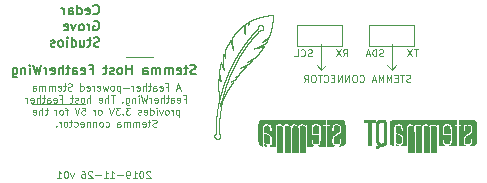
<source format=gbo>
G04 #@! TF.GenerationSoftware,KiCad,Pcbnew,(5.0.0-rc2-dev-444-g2974a2c10)*
G04 #@! TF.CreationDate,2019-11-26T22:46:32-08:00*
G04 #@! TF.ProjectId,Stemma_Host_FeatherWing,5374656D6D615F486F73745F46656174,v01*
G04 #@! TF.SameCoordinates,Original*
G04 #@! TF.FileFunction,Legend,Bot*
G04 #@! TF.FilePolarity,Positive*
%FSLAX46Y46*%
G04 Gerber Fmt 4.6, Leading zero omitted, Abs format (unit mm)*
G04 Created by KiCad (PCBNEW (5.0.0-rc2-dev-444-g2974a2c10)) date 11/26/19 22:46:32*
%MOMM*%
%LPD*%
G01*
G04 APERTURE LIST*
%ADD10C,0.120000*%
%ADD11C,0.100000*%
%ADD12C,0.160000*%
%ADD13C,0.010000*%
G04 APERTURE END LIST*
D10*
X123322857Y-102598571D02*
X123294285Y-102570000D01*
X123237142Y-102541428D01*
X123094285Y-102541428D01*
X123037142Y-102570000D01*
X123008571Y-102598571D01*
X122980000Y-102655714D01*
X122980000Y-102712857D01*
X123008571Y-102798571D01*
X123351428Y-103141428D01*
X122980000Y-103141428D01*
X122608571Y-102541428D02*
X122551428Y-102541428D01*
X122494285Y-102570000D01*
X122465714Y-102598571D01*
X122437142Y-102655714D01*
X122408571Y-102770000D01*
X122408571Y-102912857D01*
X122437142Y-103027142D01*
X122465714Y-103084285D01*
X122494285Y-103112857D01*
X122551428Y-103141428D01*
X122608571Y-103141428D01*
X122665714Y-103112857D01*
X122694285Y-103084285D01*
X122722857Y-103027142D01*
X122751428Y-102912857D01*
X122751428Y-102770000D01*
X122722857Y-102655714D01*
X122694285Y-102598571D01*
X122665714Y-102570000D01*
X122608571Y-102541428D01*
X121837142Y-103141428D02*
X122180000Y-103141428D01*
X122008571Y-103141428D02*
X122008571Y-102541428D01*
X122065714Y-102627142D01*
X122122857Y-102684285D01*
X122180000Y-102712857D01*
X121551428Y-103141428D02*
X121437142Y-103141428D01*
X121380000Y-103112857D01*
X121351428Y-103084285D01*
X121294285Y-102998571D01*
X121265714Y-102884285D01*
X121265714Y-102655714D01*
X121294285Y-102598571D01*
X121322857Y-102570000D01*
X121380000Y-102541428D01*
X121494285Y-102541428D01*
X121551428Y-102570000D01*
X121580000Y-102598571D01*
X121608571Y-102655714D01*
X121608571Y-102798571D01*
X121580000Y-102855714D01*
X121551428Y-102884285D01*
X121494285Y-102912857D01*
X121380000Y-102912857D01*
X121322857Y-102884285D01*
X121294285Y-102855714D01*
X121265714Y-102798571D01*
X121008571Y-102912857D02*
X120551428Y-102912857D01*
X119951428Y-103141428D02*
X120294285Y-103141428D01*
X120122857Y-103141428D02*
X120122857Y-102541428D01*
X120180000Y-102627142D01*
X120237142Y-102684285D01*
X120294285Y-102712857D01*
X119380000Y-103141428D02*
X119722857Y-103141428D01*
X119551428Y-103141428D02*
X119551428Y-102541428D01*
X119608571Y-102627142D01*
X119665714Y-102684285D01*
X119722857Y-102712857D01*
X119122857Y-102912857D02*
X118665714Y-102912857D01*
X118408571Y-102598571D02*
X118380000Y-102570000D01*
X118322857Y-102541428D01*
X118180000Y-102541428D01*
X118122857Y-102570000D01*
X118094285Y-102598571D01*
X118065714Y-102655714D01*
X118065714Y-102712857D01*
X118094285Y-102798571D01*
X118437142Y-103141428D01*
X118065714Y-103141428D01*
X117551428Y-102541428D02*
X117665714Y-102541428D01*
X117722857Y-102570000D01*
X117751428Y-102598571D01*
X117808571Y-102684285D01*
X117837142Y-102798571D01*
X117837142Y-103027142D01*
X117808571Y-103084285D01*
X117780000Y-103112857D01*
X117722857Y-103141428D01*
X117608571Y-103141428D01*
X117551428Y-103112857D01*
X117522857Y-103084285D01*
X117494285Y-103027142D01*
X117494285Y-102884285D01*
X117522857Y-102827142D01*
X117551428Y-102798571D01*
X117608571Y-102770000D01*
X117722857Y-102770000D01*
X117780000Y-102798571D01*
X117808571Y-102827142D01*
X117837142Y-102884285D01*
X116837142Y-102741428D02*
X116694285Y-103141428D01*
X116551428Y-102741428D01*
X116208571Y-102541428D02*
X116151428Y-102541428D01*
X116094285Y-102570000D01*
X116065714Y-102598571D01*
X116037142Y-102655714D01*
X116008571Y-102770000D01*
X116008571Y-102912857D01*
X116037142Y-103027142D01*
X116065714Y-103084285D01*
X116094285Y-103112857D01*
X116151428Y-103141428D01*
X116208571Y-103141428D01*
X116265714Y-103112857D01*
X116294285Y-103084285D01*
X116322857Y-103027142D01*
X116351428Y-102912857D01*
X116351428Y-102770000D01*
X116322857Y-102655714D01*
X116294285Y-102598571D01*
X116265714Y-102570000D01*
X116208571Y-102541428D01*
X115437142Y-103141428D02*
X115780000Y-103141428D01*
X115608571Y-103141428D02*
X115608571Y-102541428D01*
X115665714Y-102627142D01*
X115722857Y-102684285D01*
X115780000Y-102712857D01*
D11*
X129000000Y-97390000D02*
X129060000Y-97100000D01*
X129290000Y-97370000D02*
X129320000Y-97120000D01*
X128870000Y-99030000D02*
X128880000Y-98750000D01*
X129140000Y-99020000D02*
X129140000Y-98780000D01*
X130178597Y-95263878D02*
X130178597Y-95221578D01*
X130136597Y-95327478D02*
X130136597Y-95285078D01*
X130136597Y-95285078D02*
X130157597Y-95285078D01*
X130390597Y-94861678D02*
X130432597Y-94861678D01*
X130326597Y-95009878D02*
X130347597Y-95009878D01*
X130559597Y-94734678D02*
X130559597Y-94692378D01*
X130263597Y-94946378D02*
X130263597Y-94925178D01*
X130432597Y-94861678D02*
X130432597Y-94840578D01*
X130305597Y-94925178D02*
X130305597Y-94904078D01*
X130390597Y-94882878D02*
X130390597Y-94861678D01*
X130347597Y-95009878D02*
X130347597Y-94988678D01*
X130072597Y-95390978D02*
X130093597Y-95390978D01*
X130241597Y-95136878D02*
X130263597Y-95136878D01*
X130559597Y-94692378D02*
X130580597Y-94692378D01*
X130644597Y-94607678D02*
X130644597Y-94586478D01*
X130284597Y-94967578D02*
X130220597Y-94967578D01*
X130093597Y-95390978D02*
X130093597Y-95348578D01*
X130432597Y-94840578D02*
X130474597Y-94840578D01*
X130495597Y-94819378D02*
X130495597Y-94776978D01*
X130157597Y-95285078D02*
X130157597Y-95263878D01*
X130114597Y-95348578D02*
X130114597Y-95327478D01*
X130347597Y-94904078D02*
X130347597Y-94882878D01*
X130369597Y-94988678D02*
X130369597Y-94946378D01*
X130284597Y-95073378D02*
X130305597Y-95073378D01*
X130093597Y-95348578D02*
X130114597Y-95348578D01*
X130326597Y-95052178D02*
X130326597Y-95009878D01*
X130178597Y-95221578D02*
X130199597Y-95221578D01*
X130474597Y-94840578D02*
X130474597Y-94819378D01*
X130517597Y-94755878D02*
X130538597Y-94755878D01*
X130157597Y-95263878D02*
X130178597Y-95263878D01*
X130199597Y-95200378D02*
X130220597Y-95200378D01*
X129141597Y-99794278D02*
X129162597Y-99794278D01*
X130369597Y-94946378D02*
X130284597Y-94946378D01*
X128844597Y-99392078D02*
X128844597Y-99413278D01*
X130623597Y-94649978D02*
X130623597Y-94607678D01*
X130263597Y-95136878D02*
X130263597Y-95094578D01*
X130241597Y-95158078D02*
X130241597Y-95136878D01*
X129162597Y-99794278D02*
X129162597Y-99773178D01*
X130051597Y-95454478D02*
X130051597Y-95412078D01*
X130263597Y-95094578D02*
X130284597Y-95094578D01*
X130538597Y-94755878D02*
X130538597Y-94734678D01*
X130284597Y-95094578D02*
X130284597Y-95073378D01*
X130305597Y-94904078D02*
X130347597Y-94904078D01*
X130580597Y-94692378D02*
X130580597Y-94671178D01*
X129204597Y-99730778D02*
X129225597Y-99730778D01*
X130114597Y-95327478D02*
X130136597Y-95327478D01*
X130263597Y-94925178D02*
X130305597Y-94925178D01*
X128781597Y-99709578D02*
X128802597Y-99709578D01*
X129268597Y-99561378D02*
X129246597Y-99561378D01*
X130623597Y-94607678D02*
X130644597Y-94607678D01*
X130030597Y-95454478D02*
X130051597Y-95454478D01*
X130220597Y-95158078D02*
X130241597Y-95158078D01*
X130347597Y-94988678D02*
X130369597Y-94988678D01*
X130051597Y-95412078D02*
X130072597Y-95412078D01*
X130517597Y-94776978D02*
X130517597Y-94755878D01*
X130601597Y-94649978D02*
X130623597Y-94649978D01*
X128929597Y-99836678D02*
X129077597Y-99836678D01*
X129246597Y-99688478D02*
X129246597Y-99624978D01*
X130199597Y-95221578D02*
X130199597Y-95200378D01*
X130347597Y-94882878D02*
X130390597Y-94882878D01*
X130220597Y-94967578D02*
X130220597Y-94946378D01*
X130474597Y-94819378D02*
X130495597Y-94819378D01*
X130220597Y-95200378D02*
X130220597Y-95158078D01*
X130580597Y-94671178D02*
X130601597Y-94671178D01*
X130495597Y-94776978D02*
X130517597Y-94776978D01*
X130072597Y-95412078D02*
X130072597Y-95390978D01*
X129183597Y-99773178D02*
X129183597Y-99751978D01*
X129183597Y-99751978D02*
X129204597Y-99751978D01*
X129162597Y-99773178D02*
X129183597Y-99773178D01*
X130284597Y-94946378D02*
X130284597Y-94967578D01*
X130305597Y-95073378D02*
X130305597Y-95052178D01*
X130601597Y-94671178D02*
X130601597Y-94649978D01*
X129246597Y-99624978D02*
X129268597Y-99624978D01*
X130538597Y-94734678D02*
X130559597Y-94734678D01*
X130220597Y-94946378D02*
X130263597Y-94946378D01*
X128865597Y-99053378D02*
X128865597Y-99392078D01*
X130305597Y-95052178D02*
X130326597Y-95052178D01*
X129310597Y-97105678D02*
X129331597Y-97105678D01*
X129204597Y-99751978D02*
X129204597Y-99730778D01*
X128844597Y-99794278D02*
X128887597Y-99794278D01*
X129077597Y-99815478D02*
X129141597Y-99815478D01*
X129141597Y-99815478D02*
X129141597Y-99794278D01*
X129373597Y-96788178D02*
X129395597Y-96788178D01*
X129246597Y-99561378D02*
X129246597Y-99476778D01*
X128844597Y-99413278D02*
X128823597Y-99413278D01*
X128865597Y-99392078D02*
X128844597Y-99392078D01*
X129077597Y-99836678D02*
X129077597Y-99815478D01*
X128802597Y-99455578D02*
X128781597Y-99455578D01*
X128823597Y-99773178D02*
X128844597Y-99773178D01*
X128823597Y-99434378D02*
X128802597Y-99434378D01*
X129268597Y-99624978D02*
X129268597Y-99561378D01*
X129225597Y-99688478D02*
X129246597Y-99688478D01*
X128802597Y-99709578D02*
X128802597Y-99751978D01*
X129246597Y-99476778D02*
X129225597Y-99476778D01*
X128781597Y-99519078D02*
X128760597Y-99519078D01*
X128760597Y-99667278D02*
X128781597Y-99667278D01*
X129246597Y-97656178D02*
X129246597Y-97507978D01*
X128887597Y-99794278D02*
X128887597Y-99815478D01*
X129141597Y-98587578D02*
X129162597Y-98587578D01*
X129331597Y-97105678D02*
X129331597Y-96999878D01*
X129416597Y-96682278D02*
X129416597Y-96576478D01*
X128823597Y-99413278D02*
X128823597Y-99434378D01*
X128887597Y-99815478D02*
X128929597Y-99815478D01*
X129204597Y-97825478D02*
X129225597Y-97825478D01*
X128760597Y-99519078D02*
X128760597Y-99667278D01*
X128781597Y-99667278D02*
X128781597Y-99709578D01*
X128802597Y-99751978D02*
X128823597Y-99751978D01*
X129225597Y-97656178D02*
X129246597Y-97656178D01*
X128823597Y-99751978D02*
X128823597Y-99773178D01*
X129522597Y-96343578D02*
X129543597Y-96343578D01*
X128844597Y-99773178D02*
X128844597Y-99794278D01*
X129458597Y-96534078D02*
X129458597Y-96491778D01*
X129141597Y-99370878D02*
X129141597Y-99032178D01*
X129839597Y-95793178D02*
X129839597Y-95771978D01*
X129162597Y-99370878D02*
X129141597Y-99370878D01*
X129924597Y-95623778D02*
X129945597Y-95623778D01*
X129373597Y-96893978D02*
X129373597Y-96788178D01*
X129395597Y-96682278D02*
X129416597Y-96682278D01*
X129670597Y-96068378D02*
X129691597Y-96068378D01*
X129225597Y-99476778D02*
X129225597Y-99434378D01*
X129479597Y-96449478D02*
X129500597Y-96449478D01*
X129288527Y-97388319D02*
X129268597Y-97507978D01*
X129162597Y-98270078D02*
X129183597Y-98270078D01*
X129606597Y-96195378D02*
X129628597Y-96195378D01*
X128929597Y-99815478D02*
X128929597Y-99836678D01*
X128802597Y-99434378D02*
X128802597Y-99455578D01*
X129331597Y-96999878D02*
X129352597Y-96999878D01*
X129649597Y-96110678D02*
X129670597Y-96110678D01*
X129183597Y-99413278D02*
X129183597Y-99392078D01*
X129416597Y-96576478D02*
X129437597Y-96576478D01*
X129352597Y-96999878D02*
X129352597Y-96893978D01*
X129183597Y-99392078D02*
X129162597Y-99392078D01*
X129204597Y-99434378D02*
X129204597Y-99413278D01*
X129162597Y-98587578D02*
X129162597Y-98270078D01*
X129225597Y-99730778D02*
X129225597Y-99688478D01*
X129225597Y-97825478D02*
X129225597Y-97656178D01*
X129225597Y-99434378D02*
X129204597Y-99434378D01*
X129903597Y-95687278D02*
X129903597Y-95666178D01*
X129818597Y-95835478D02*
X129818597Y-95793178D01*
X129204597Y-99413278D02*
X129183597Y-99413278D01*
X129628597Y-96195378D02*
X129628597Y-96153078D01*
X129500597Y-96449478D02*
X129500597Y-96385878D01*
X129987597Y-95560278D02*
X129987597Y-95517978D01*
X129839597Y-95771978D02*
X129860597Y-95771978D01*
X129352597Y-96893978D02*
X129373597Y-96893978D01*
X129162597Y-99392078D02*
X129162597Y-99370878D01*
X129670597Y-96110678D02*
X129670597Y-96068378D01*
X129924597Y-95666178D02*
X129924597Y-95623778D01*
X129522597Y-96385878D02*
X129522597Y-96343578D01*
X129776597Y-95920178D02*
X129776597Y-95877878D01*
X128781597Y-99455578D02*
X128781597Y-99519078D01*
X129543597Y-96343578D02*
X129543597Y-96301278D01*
X129882597Y-95729678D02*
X129882597Y-95687278D01*
X129860597Y-95729678D02*
X129882597Y-95729678D01*
X129204597Y-98037178D02*
X129204597Y-97825478D01*
X130834597Y-92956378D02*
X130813597Y-92956378D01*
X129818597Y-95793178D02*
X129839597Y-95793178D01*
X129628597Y-96153078D02*
X129649597Y-96153078D01*
X129712597Y-95983678D02*
X129733597Y-95983678D01*
X129712597Y-96026078D02*
X129712597Y-95983678D01*
X130474597Y-93633778D02*
X130453597Y-93633778D01*
X129183597Y-98037178D02*
X129204597Y-98037178D01*
X129543597Y-96301278D02*
X129564597Y-96301278D01*
X129966597Y-95581478D02*
X129966597Y-95560278D01*
X129733597Y-95983678D02*
X129733597Y-95962578D01*
X129945597Y-95581478D02*
X129966597Y-95581478D01*
X130813597Y-92998778D02*
X130792597Y-92998778D01*
X129479597Y-96491778D02*
X129479597Y-96449478D01*
X130771597Y-93041078D02*
X130771597Y-93083378D01*
X130538597Y-93464478D02*
X130538597Y-93506778D01*
X130877597Y-92892878D02*
X130855597Y-92892878D01*
X129691597Y-96068378D02*
X129691597Y-96026078D01*
X129966597Y-95560278D02*
X129987597Y-95560278D01*
X129183597Y-98270078D02*
X129183597Y-98037178D01*
X129564597Y-96301278D02*
X129564597Y-96258878D01*
X130686597Y-93189278D02*
X130686597Y-93231578D01*
X129903597Y-95666178D02*
X129924597Y-95666178D01*
X130771597Y-93083378D02*
X130750597Y-93083378D01*
X129395597Y-96788178D02*
X129395597Y-96682278D01*
X129437597Y-96576478D02*
X129437597Y-96534078D01*
X130750597Y-93083378D02*
X130750597Y-93104578D01*
X129755597Y-95962578D02*
X129755597Y-95920178D01*
X130495597Y-93549178D02*
X130495597Y-93591478D01*
X130369597Y-93845578D02*
X130347597Y-93845578D01*
X130919597Y-93824378D02*
X130919597Y-93803178D01*
X129458597Y-96491778D02*
X129479597Y-96491778D01*
X129733597Y-95962578D02*
X129755597Y-95962578D01*
X130665597Y-93252778D02*
X130644597Y-93252778D01*
X130474597Y-93591478D02*
X130474597Y-93633778D01*
X130728597Y-93104578D02*
X130728597Y-93146878D01*
X130792597Y-93041078D02*
X130771597Y-93041078D01*
X130792597Y-92998778D02*
X130792597Y-93041078D01*
X129437597Y-96534078D02*
X129458597Y-96534078D01*
X130305597Y-93972578D02*
X130284597Y-93972578D01*
X129564597Y-96258878D02*
X129585597Y-96258878D01*
X130369597Y-93803178D02*
X130369597Y-93845578D01*
X130877597Y-92850578D02*
X130877597Y-92892878D01*
X130580597Y-93379778D02*
X130580597Y-93422178D01*
X130559597Y-93422178D02*
X130559597Y-93464478D01*
X130580597Y-93422178D02*
X130559597Y-93422178D01*
X130855597Y-92892878D02*
X130855597Y-92935178D01*
X130326597Y-93930178D02*
X130305597Y-93930178D01*
X129882597Y-95687278D02*
X129903597Y-95687278D01*
X130517597Y-93506778D02*
X130517597Y-93549178D01*
X130834597Y-92935178D02*
X130834597Y-92956378D01*
X130009597Y-95517978D02*
X130009597Y-95496778D01*
X130411597Y-93760878D02*
X130390597Y-93760878D01*
X130453597Y-93633778D02*
X130453597Y-93676178D01*
X130623597Y-93295078D02*
X130623597Y-93337478D01*
X130326597Y-93887878D02*
X130326597Y-93930178D01*
X129141597Y-98735778D02*
X129141597Y-98587578D01*
X129797597Y-95877878D02*
X129797597Y-95835478D01*
X130538597Y-93506778D02*
X130517597Y-93506778D01*
X130601597Y-93379778D02*
X130580597Y-93379778D01*
X131046597Y-94120778D02*
X131046597Y-94099578D01*
X130411597Y-93718478D02*
X130411597Y-93760878D01*
X130538597Y-94586478D02*
X130580597Y-94586478D01*
X129755597Y-95920178D02*
X129776597Y-95920178D01*
X129585597Y-96258878D02*
X129585597Y-96237778D01*
X130305597Y-93930178D02*
X130305597Y-93972578D01*
X130750597Y-93104578D02*
X130728597Y-93104578D01*
X129987597Y-95517978D02*
X130009597Y-95517978D01*
X130601597Y-93337478D02*
X130601597Y-93379778D01*
X130601597Y-94586478D02*
X130601597Y-94607678D01*
X130855597Y-92935178D02*
X130834597Y-92935178D01*
X130665597Y-94522978D02*
X130665597Y-94501778D01*
X130347597Y-93887878D02*
X130326597Y-93887878D01*
X129585597Y-96237778D02*
X129606597Y-96237778D01*
X130347597Y-93845578D02*
X130347597Y-93887878D01*
X130771597Y-94417078D02*
X130792597Y-94417078D01*
X130919597Y-94268978D02*
X130919597Y-94247778D01*
X129797597Y-95835478D02*
X129818597Y-95835478D01*
X129945597Y-95623778D02*
X129945597Y-95581478D01*
X130495597Y-93591478D02*
X130474597Y-93591478D01*
X129860597Y-95771978D02*
X129860597Y-95729678D01*
X130940597Y-93803178D02*
X130940597Y-93824378D01*
X130623597Y-93337478D02*
X130601597Y-93337478D01*
X130665597Y-94501778D02*
X130707597Y-94501778D01*
X129500597Y-96385878D02*
X129522597Y-96385878D01*
X130728597Y-93146878D02*
X130707597Y-93146878D01*
X130580597Y-94565278D02*
X130601597Y-94565278D01*
X130813597Y-94374778D02*
X130834597Y-94374778D01*
X130009597Y-95496778D02*
X130030597Y-95496778D01*
X129606597Y-96237778D02*
X129606597Y-96195378D01*
X130432597Y-93676178D02*
X130432597Y-93718478D01*
X129776597Y-95877878D02*
X129797597Y-95877878D01*
X130877597Y-94332478D02*
X130877597Y-94290078D01*
X130517597Y-93549178D02*
X130495597Y-93549178D01*
X131554597Y-93316278D02*
X131554597Y-93295078D01*
X130771597Y-94459478D02*
X130771597Y-94417078D01*
X131152597Y-93972578D02*
X131173597Y-93972578D01*
X130792597Y-94417078D02*
X130792597Y-94395978D01*
X130665597Y-93231578D02*
X130665597Y-93252778D01*
X130813597Y-92956378D02*
X130813597Y-92998778D01*
X131046597Y-94099578D02*
X131067597Y-94099578D01*
X131109597Y-94036078D02*
X131131597Y-94036078D01*
X131215597Y-93930178D02*
X131215597Y-93909078D01*
X130940597Y-93824378D02*
X130919597Y-93824378D01*
X131152597Y-93993678D02*
X131152597Y-93972578D01*
X130390597Y-93760878D02*
X130390597Y-93803178D01*
X130453597Y-93676178D02*
X130432597Y-93676178D01*
X130644597Y-94586478D02*
X130601597Y-94586478D01*
X130961597Y-94205378D02*
X130982597Y-94205378D01*
X131575597Y-93295078D02*
X131575597Y-93316278D01*
X131131597Y-94036078D02*
X131131597Y-93993678D01*
X130538597Y-94628878D02*
X130517597Y-94628878D01*
X129649597Y-96153078D02*
X129649597Y-96110678D01*
X129691597Y-96026078D02*
X129712597Y-96026078D01*
X130877597Y-94290078D02*
X130898597Y-94290078D01*
X130538597Y-94607678D02*
X130538597Y-94586478D01*
X130517597Y-94628878D02*
X130517597Y-94607678D01*
X130707597Y-93189278D02*
X130686597Y-93189278D01*
X131173597Y-93972578D02*
X131173597Y-93951378D01*
X131173597Y-93951378D02*
X131194597Y-93951378D01*
X130792597Y-94395978D02*
X130813597Y-94395978D01*
X130432597Y-93718478D02*
X130411597Y-93718478D01*
X131131597Y-93993678D02*
X131152597Y-93993678D01*
X130030597Y-95496778D02*
X130030597Y-95454478D01*
X130834597Y-94374778D02*
X130834597Y-94353578D01*
X131173597Y-93697378D02*
X131215597Y-93697378D01*
X131088597Y-94057178D02*
X131109597Y-94057178D01*
X130644597Y-94522978D02*
X130665597Y-94522978D01*
X130855597Y-94332478D02*
X130877597Y-94332478D01*
X131406597Y-93591478D02*
X131448597Y-93591478D01*
X131025597Y-94141878D02*
X131025597Y-94120778D01*
X131025597Y-93803178D02*
X130982597Y-93803178D01*
X130686597Y-93231578D02*
X130665597Y-93231578D01*
X130559597Y-93464478D02*
X130538597Y-93464478D01*
X131279597Y-93654978D02*
X131321597Y-93654978D01*
X130940597Y-94226578D02*
X130961597Y-94226578D01*
X130707597Y-93146878D02*
X130707597Y-93189278D01*
X130707597Y-94501778D02*
X130707597Y-94480678D01*
X130834597Y-94353578D02*
X130855597Y-94353578D01*
X131406597Y-93718478D02*
X131406597Y-93697378D01*
X131025597Y-94120778D02*
X131046597Y-94120778D01*
X130728597Y-94480678D02*
X130728597Y-94459478D01*
X131575597Y-93527978D02*
X131575597Y-93506778D01*
X131617597Y-93506778D02*
X131617597Y-93485678D01*
X131406597Y-93612678D02*
X131406597Y-93591478D01*
X131025597Y-93760878D02*
X131088597Y-93760878D01*
X131215597Y-93676178D02*
X131279597Y-93676178D01*
X131067597Y-94078378D02*
X131088597Y-94078378D01*
X131660597Y-93443278D02*
X131681597Y-93443278D01*
X130538597Y-94607678D02*
X130538597Y-94628878D01*
X131131597Y-93718478D02*
X131173597Y-93718478D01*
X131004597Y-94163078D02*
X131004597Y-94141878D01*
X130898597Y-94268978D02*
X130919597Y-94268978D01*
X131173597Y-93718478D02*
X131173597Y-93697378D01*
X130601597Y-94565278D02*
X130601597Y-94544178D01*
X131575597Y-93506778D02*
X131617597Y-93506778D01*
X131660597Y-93464478D02*
X131660597Y-93443278D01*
X130707597Y-94480678D02*
X130728597Y-94480678D01*
X130644597Y-94544178D02*
X130644597Y-94522978D01*
X131258597Y-93887878D02*
X131258597Y-93866678D01*
X130601597Y-94607678D02*
X130538597Y-94607678D01*
X130961597Y-94226578D02*
X130961597Y-94205378D01*
X130813597Y-94395978D02*
X130813597Y-94374778D01*
X131025597Y-93781978D02*
X131025597Y-93760878D01*
X131575597Y-93316278D02*
X131554597Y-93316278D01*
X130644597Y-93252778D02*
X130644597Y-93295078D01*
X130982597Y-94163078D02*
X131004597Y-94163078D01*
X130728597Y-94459478D02*
X130771597Y-94459478D01*
X130919597Y-94247778D02*
X130940597Y-94247778D01*
X131490597Y-93549178D02*
X131533597Y-93549178D01*
X131194597Y-93951378D02*
X131194597Y-93930178D01*
X131109597Y-94057178D02*
X131109597Y-94036078D01*
X131088597Y-94078378D02*
X131088597Y-94057178D01*
X131236597Y-93887878D02*
X131258597Y-93887878D01*
X130898597Y-94290078D02*
X130898597Y-94268978D01*
X131448597Y-93570278D02*
X131490597Y-93570278D01*
X130940597Y-94247778D02*
X130940597Y-94226578D01*
X131279597Y-93718478D02*
X131279597Y-93739678D01*
X131194597Y-93930178D02*
X131215597Y-93930178D01*
X130517597Y-94607678D02*
X130538597Y-94607678D01*
X130855597Y-94353578D02*
X130855597Y-94332478D01*
X130580597Y-94586478D02*
X130580597Y-94565278D01*
X131639597Y-93485678D02*
X131639597Y-93464478D01*
X131406597Y-93697378D02*
X131342597Y-93697378D01*
X130982597Y-93781978D02*
X131025597Y-93781978D01*
X130982597Y-93803178D02*
X130982597Y-93781978D01*
X130982597Y-94205378D02*
X130982597Y-94163078D01*
X131004597Y-94141878D02*
X131025597Y-94141878D01*
X132062597Y-93019878D02*
X132062597Y-92998778D01*
X131321597Y-93654978D02*
X131321597Y-93633778D01*
X131215597Y-93909078D02*
X131236597Y-93909078D01*
X131321597Y-93803178D02*
X131342597Y-93803178D01*
X131088597Y-93739678D02*
X131131597Y-93739678D01*
X131745597Y-93358578D02*
X131766597Y-93358578D01*
X131363597Y-93760878D02*
X131385597Y-93760878D01*
X131194597Y-93739678D02*
X131194597Y-93760878D01*
X131109597Y-93781978D02*
X131025597Y-93781978D01*
X131639597Y-93252778D02*
X131660597Y-93252778D01*
X131617597Y-93485678D02*
X131639597Y-93485678D01*
X131702597Y-93252778D02*
X131702597Y-93273978D01*
X131131597Y-93739678D02*
X131131597Y-93718478D01*
X131766597Y-93252778D02*
X131702597Y-93252778D01*
X131723597Y-93400978D02*
X131723597Y-93379778D01*
X131194597Y-93760878D02*
X131109597Y-93760878D01*
X131872597Y-93189278D02*
X131872597Y-93210378D01*
X131533597Y-93549178D02*
X131533597Y-93527978D01*
X131745597Y-93210378D02*
X131745597Y-93189278D01*
X131363597Y-93633778D02*
X131363597Y-93612678D01*
X131279597Y-93676178D02*
X131279597Y-93654978D01*
X131088597Y-93760878D02*
X131088597Y-93739678D01*
X131702597Y-93422178D02*
X131702597Y-93400978D01*
X131977597Y-93062278D02*
X131999597Y-93062278D01*
X131258597Y-93866678D02*
X131279597Y-93866678D01*
X131363597Y-93612678D02*
X131406597Y-93612678D01*
X131342597Y-93803178D02*
X131342597Y-93781978D01*
X131702597Y-93273978D02*
X131639597Y-93273978D01*
X132062597Y-92998778D02*
X132104597Y-92998778D01*
X131067597Y-94099578D02*
X131067597Y-94078378D01*
X131385597Y-93718478D02*
X131406597Y-93718478D01*
X131787597Y-93189278D02*
X131787597Y-93168078D01*
X132041597Y-93019878D02*
X132062597Y-93019878D01*
X131702597Y-93210378D02*
X131745597Y-93210378D01*
X131279597Y-93739678D02*
X131194597Y-93739678D01*
X131385597Y-93760878D02*
X131385597Y-93718478D01*
X131681597Y-93422178D02*
X131702597Y-93422178D01*
X131935597Y-93083378D02*
X131977597Y-93083378D01*
X131850597Y-93273978D02*
X131872597Y-93273978D01*
X132147597Y-92977578D02*
X132147597Y-92956378D01*
X131279597Y-93866678D02*
X131279597Y-93845578D01*
X131533597Y-93527978D02*
X131575597Y-93527978D01*
X131808597Y-93210378D02*
X131808597Y-93231578D01*
X131872597Y-93273978D02*
X131872597Y-93252778D01*
X131448597Y-93591478D02*
X131448597Y-93570278D01*
X131109597Y-93760878D02*
X131109597Y-93781978D01*
X131363597Y-93781978D02*
X131363597Y-93760878D01*
X131787597Y-93168078D02*
X131829597Y-93168078D01*
X132104597Y-92998778D02*
X132104597Y-92977578D01*
X131893597Y-93125778D02*
X131893597Y-93104578D01*
X131639597Y-93464478D02*
X131660597Y-93464478D01*
X131215597Y-93697378D02*
X131215597Y-93676178D01*
X131279597Y-93845578D02*
X131300597Y-93845578D01*
X131745597Y-93379778D02*
X131745597Y-93358578D01*
X131723597Y-93379778D02*
X131745597Y-93379778D01*
X130601597Y-94544178D02*
X130644597Y-94544178D01*
X131300597Y-93824378D02*
X131321597Y-93824378D01*
X131639597Y-93273978D02*
X131639597Y-93252778D01*
X131490597Y-93570278D02*
X131490597Y-93549178D01*
X131766597Y-93337478D02*
X131787597Y-93337478D01*
X131342597Y-93781978D02*
X131363597Y-93781978D01*
X131321597Y-93824378D02*
X131321597Y-93803178D01*
X131914597Y-93189278D02*
X131872597Y-93189278D01*
X131745597Y-93189278D02*
X131787597Y-93189278D01*
X131808597Y-93231578D02*
X131766597Y-93231578D01*
X131596597Y-93295078D02*
X131596597Y-93273978D01*
X131639597Y-93273978D02*
X131639597Y-93295078D01*
X131702597Y-93231578D02*
X131702597Y-93210378D01*
X131681597Y-93443278D02*
X131681597Y-93422178D01*
X132824597Y-92173078D02*
X132845597Y-92173078D01*
X132316597Y-92829378D02*
X132316597Y-92808178D01*
X132528597Y-92596478D02*
X132528597Y-92554178D01*
X131872597Y-93210378D02*
X131808597Y-93210378D01*
X131914597Y-93231578D02*
X131914597Y-93189278D01*
X132231597Y-92914078D02*
X132231597Y-92892878D01*
X131872597Y-93146878D02*
X131872597Y-93125778D01*
X131025597Y-93781978D02*
X131025597Y-93803178D01*
X132147597Y-92956378D02*
X132168597Y-92956378D01*
X132591597Y-92490678D02*
X132612597Y-92490678D01*
X132104597Y-92977578D02*
X132147597Y-92977578D01*
X131999597Y-93041078D02*
X132041597Y-93041078D01*
X132634597Y-92448278D02*
X132634597Y-92427178D01*
X132507597Y-92596478D02*
X132528597Y-92596478D01*
X132676597Y-92363678D02*
X132697597Y-92363678D01*
X131300597Y-93845578D02*
X131300597Y-93824378D01*
X131977597Y-93083378D02*
X131977597Y-93062278D01*
X131999597Y-93062278D02*
X131999597Y-93041078D01*
X131342597Y-93697378D02*
X131342597Y-93718478D01*
X131872597Y-93125778D02*
X131893597Y-93125778D01*
X131893597Y-93231578D02*
X131914597Y-93231578D01*
X131236597Y-93909078D02*
X131236597Y-93887878D01*
X131787597Y-93337478D02*
X131787597Y-93316278D01*
X132697597Y-92363678D02*
X132697597Y-92342478D01*
X131935597Y-93104578D02*
X131935597Y-93083378D01*
X131342597Y-93718478D02*
X131279597Y-93718478D01*
X131872597Y-93252778D02*
X131893597Y-93252778D01*
X132443597Y-92659978D02*
X132464597Y-92659978D01*
X132380597Y-92744678D02*
X132401597Y-92744678D01*
X132168597Y-92935178D02*
X132210597Y-92935178D01*
X132401597Y-92744678D02*
X132401597Y-92702378D01*
X131660597Y-93252778D02*
X131660597Y-93231578D01*
X131596597Y-93273978D02*
X131639597Y-93273978D01*
X132295597Y-92850578D02*
X132295597Y-92829378D01*
X132612597Y-92490678D02*
X132612597Y-92448278D01*
X132443597Y-92681178D02*
X132443597Y-92659978D01*
X132634597Y-92427178D02*
X132655597Y-92427178D01*
X132845597Y-92173078D02*
X132845597Y-92130778D01*
X132740597Y-92278978D02*
X132761597Y-92278978D01*
X131321597Y-93633778D02*
X131363597Y-93633778D01*
X132168597Y-92956378D02*
X132168597Y-92935178D01*
X132274597Y-92871678D02*
X132274597Y-92850578D01*
X132295597Y-92829378D02*
X132316597Y-92829378D01*
X132507597Y-92617678D02*
X132507597Y-92596478D01*
X132485597Y-92638878D02*
X132485597Y-92617678D01*
X132570597Y-92511778D02*
X132591597Y-92511778D01*
X132845597Y-92130778D02*
X132867597Y-92130778D01*
X132041597Y-93041078D02*
X132041597Y-93019878D01*
X132612597Y-92448278D02*
X132634597Y-92448278D01*
X132867597Y-92130778D02*
X132867597Y-92109578D01*
X131639597Y-93295078D02*
X131596597Y-93295078D01*
X131702597Y-93400978D02*
X131723597Y-93400978D01*
X131766597Y-93358578D02*
X131766597Y-93337478D01*
X132591597Y-92511778D02*
X132591597Y-92490678D01*
X132464597Y-92638878D02*
X132485597Y-92638878D01*
X132528597Y-92554178D02*
X132549597Y-92554178D01*
X131850597Y-93295078D02*
X131850597Y-93273978D01*
X131766597Y-93231578D02*
X131766597Y-93252778D01*
X132803597Y-92194278D02*
X132824597Y-92194278D01*
X132210597Y-92935178D02*
X132210597Y-92914078D01*
X132274597Y-92850578D02*
X132295597Y-92850578D01*
X131808597Y-93295078D02*
X131850597Y-93295078D01*
X132253597Y-92892878D02*
X132253597Y-92871678D01*
X132380597Y-92765878D02*
X132380597Y-92744678D01*
X132337597Y-92808178D02*
X132337597Y-92786978D01*
X132824597Y-91876678D02*
X132845597Y-91876678D01*
X132231597Y-92151978D02*
X132231597Y-92130778D01*
X132422597Y-92681178D02*
X132443597Y-92681178D01*
X132337597Y-92786978D02*
X132358597Y-92786978D01*
X132358597Y-92765878D02*
X132380597Y-92765878D01*
X131893597Y-93104578D02*
X131935597Y-93104578D01*
X132485597Y-92617678D02*
X132507597Y-92617678D01*
X132867597Y-92109578D02*
X132888597Y-92109578D01*
X131893597Y-93252778D02*
X131893597Y-93231578D01*
X132718597Y-92342478D02*
X132718597Y-92321278D01*
X132316597Y-92808178D02*
X132337597Y-92808178D01*
X131829597Y-93168078D02*
X131829597Y-93146878D01*
X132401597Y-92702378D02*
X132422597Y-92702378D01*
X132761597Y-92257778D02*
X132782597Y-92257778D01*
X132803597Y-92236578D02*
X132803597Y-92194278D01*
X132761597Y-92278978D02*
X132761597Y-92257778D01*
X132528597Y-92046078D02*
X132528597Y-92024878D01*
X132909597Y-92046078D02*
X132930597Y-92046078D01*
X132231597Y-92130778D02*
X132316597Y-92130778D01*
X132888597Y-91855578D02*
X132888597Y-91834378D01*
X132634597Y-92067278D02*
X132634597Y-92088378D01*
X132485597Y-92067278D02*
X132485597Y-92046078D01*
X132676597Y-92405978D02*
X132676597Y-92363678D01*
X132803597Y-92024878D02*
X132740597Y-92024878D01*
X132824597Y-91897878D02*
X132824597Y-91876678D01*
X132274597Y-92173078D02*
X132168597Y-92173078D01*
X132930597Y-92003778D02*
X132951597Y-92003778D01*
X132803597Y-92003778D02*
X132803597Y-92024878D01*
X131829597Y-93146878D02*
X131872597Y-93146878D01*
X131787597Y-93316278D02*
X131808597Y-93316278D01*
X132740597Y-91940278D02*
X132740597Y-91919078D01*
X132697597Y-92067278D02*
X132634597Y-92067278D01*
X132697597Y-92342478D02*
X132718597Y-92342478D01*
X132168597Y-92173078D02*
X132168597Y-92151978D01*
X132718597Y-92321278D02*
X132740597Y-92321278D01*
X132740597Y-92321278D02*
X132740597Y-92278978D01*
X132380597Y-92109578D02*
X132380597Y-92088378D01*
X132464597Y-92659978D02*
X132464597Y-92638878D01*
X132824597Y-92194278D02*
X132824597Y-92173078D01*
X132549597Y-92532978D02*
X132570597Y-92532978D01*
X132782597Y-92236578D02*
X132803597Y-92236578D01*
X132570597Y-92532978D02*
X132570597Y-92511778D01*
X132740597Y-92046078D02*
X132697597Y-92046078D01*
X132676597Y-91961378D02*
X132697597Y-91961378D01*
X132782597Y-91897878D02*
X132824597Y-91897878D01*
X132655597Y-92427178D02*
X132655597Y-92405978D01*
X132380597Y-92151978D02*
X132274597Y-92151978D01*
X132231597Y-92892878D02*
X132253597Y-92892878D01*
X132210597Y-92914078D02*
X132231597Y-92914078D01*
X132253597Y-92871678D02*
X132274597Y-92871678D01*
X131660597Y-93231578D02*
X131702597Y-93231578D01*
X132422597Y-92702378D02*
X132422597Y-92681178D01*
X132655597Y-92405978D02*
X132676597Y-92405978D01*
X132845597Y-91876678D02*
X132845597Y-91855578D01*
X132634597Y-92088378D02*
X132549597Y-92088378D01*
X132909597Y-92067278D02*
X132909597Y-92046078D01*
X132528597Y-92024878D02*
X132570597Y-92024878D01*
X131808597Y-93316278D02*
X131808597Y-93295078D01*
X132464597Y-92130778D02*
X132380597Y-92130778D01*
X133184597Y-91432178D02*
X133163597Y-91432178D01*
X132994597Y-91474478D02*
X133015597Y-91474478D01*
X133121597Y-91453278D02*
X133121597Y-91474478D01*
X132549597Y-92109578D02*
X132464597Y-92109578D01*
X132867597Y-91601478D02*
X132845597Y-91601478D01*
X132782597Y-92257778D02*
X132782597Y-92236578D01*
X132570597Y-92024878D02*
X132570597Y-92003778D01*
X132909597Y-91537978D02*
X132930597Y-91537978D01*
X133036597Y-91516878D02*
X132994597Y-91516878D01*
X132274597Y-92151978D02*
X132274597Y-92173078D01*
X132634597Y-92003778D02*
X132634597Y-91982578D01*
X132485597Y-92046078D02*
X132528597Y-92046078D01*
X132782597Y-91919078D02*
X132782597Y-91897878D01*
X133121597Y-91686178D02*
X133121597Y-91664978D01*
X133163597Y-91453278D02*
X133121597Y-91453278D01*
X133269597Y-91410978D02*
X133269597Y-91389778D01*
X133015597Y-91474478D02*
X133015597Y-91453278D01*
X132845597Y-91982578D02*
X132845597Y-92003778D01*
X132358597Y-92786978D02*
X132358597Y-92765878D01*
X133163597Y-91643878D02*
X133163597Y-91601478D01*
X133036597Y-91749678D02*
X133036597Y-91728578D01*
X132930597Y-92046078D02*
X132930597Y-92003778D01*
X132909597Y-91961378D02*
X132909597Y-91982578D01*
X132972597Y-91792078D02*
X132972597Y-91770878D01*
X132464597Y-92109578D02*
X132464597Y-92130778D01*
X132930597Y-91516878D02*
X132972597Y-91516878D01*
X132697597Y-92046078D02*
X132697597Y-92067278D01*
X132422597Y-92088378D02*
X132422597Y-92067278D01*
X132676597Y-91982578D02*
X132676597Y-91961378D01*
X132697597Y-91940278D02*
X132740597Y-91940278D01*
X133015597Y-91749678D02*
X133036597Y-91749678D01*
X132951597Y-91813178D02*
X132951597Y-91792078D01*
X132740597Y-92024878D02*
X132740597Y-92046078D01*
X132909597Y-91559178D02*
X132909597Y-91537978D01*
X133121597Y-91664978D02*
X133142597Y-91664978D01*
X132549597Y-92554178D02*
X132549597Y-92532978D01*
X132845597Y-91855578D02*
X132888597Y-91855578D01*
X132951597Y-92003778D02*
X132951597Y-91961378D01*
X132697597Y-91961378D02*
X132697597Y-91940278D01*
X132740597Y-91919078D02*
X132782597Y-91919078D01*
X132316597Y-92130778D02*
X132316597Y-92109578D01*
X132930597Y-91834378D02*
X132930597Y-91813178D01*
X132634597Y-91982578D02*
X132676597Y-91982578D01*
X132380597Y-92130778D02*
X132380597Y-92151978D01*
X132168597Y-92151978D02*
X132231597Y-92151978D01*
X132422597Y-92067278D02*
X132485597Y-92067278D01*
X132888597Y-91834378D02*
X132930597Y-91834378D01*
X133057597Y-91432178D02*
X133078597Y-91432178D01*
X132909597Y-91982578D02*
X132845597Y-91982578D01*
X132994597Y-91495678D02*
X132994597Y-91474478D01*
X133036597Y-91495678D02*
X133036597Y-91516878D01*
X133353597Y-91199278D02*
X133353597Y-91178078D01*
X132972597Y-91770878D02*
X133015597Y-91770878D01*
X133692597Y-89675078D02*
X133713597Y-89675078D01*
X133311597Y-91241678D02*
X133311597Y-91220478D01*
X133248597Y-91410978D02*
X133269597Y-91410978D01*
X133396597Y-91114578D02*
X133396597Y-91072278D01*
X133078597Y-91410978D02*
X133099597Y-91410978D01*
X132867597Y-91580378D02*
X132867597Y-91601478D01*
X133205597Y-91516878D02*
X133227597Y-91516878D01*
X132994597Y-91537978D02*
X132951597Y-91537978D01*
X133078597Y-91474478D02*
X133078597Y-91495678D01*
X133227597Y-91516878D02*
X133227597Y-91474478D01*
X133650597Y-90225478D02*
X133650597Y-90098478D01*
X133163597Y-91432178D02*
X133163597Y-91453278D01*
X133163597Y-91601478D02*
X133184597Y-91601478D01*
X133227597Y-91474478D02*
X133248597Y-91474478D01*
X133332597Y-89378678D02*
X133332597Y-89399878D01*
X133184597Y-91601478D02*
X133184597Y-91559178D01*
X133036597Y-91728578D02*
X133057597Y-91728578D01*
X133227597Y-91410978D02*
X133184597Y-91410978D01*
X132316597Y-92109578D02*
X132380597Y-92109578D01*
X132930597Y-91537978D02*
X132930597Y-91516878D01*
X132549597Y-92088378D02*
X132549597Y-92109578D01*
X132380597Y-92088378D02*
X132422597Y-92088378D01*
X133099597Y-91707378D02*
X133099597Y-91686178D01*
X133205597Y-91305178D02*
X133227597Y-91305178D01*
X133586597Y-90521878D02*
X133586597Y-90437178D01*
X133565597Y-89378678D02*
X133332597Y-89378678D01*
X133353597Y-91178078D02*
X133375597Y-91178078D01*
X133142597Y-91664978D02*
X133142597Y-91643878D01*
X133015597Y-91453278D02*
X133057597Y-91453278D01*
X133480597Y-90881778D02*
X133480597Y-90818178D01*
X132951597Y-91961378D02*
X132909597Y-91961378D01*
X133671597Y-90098478D02*
X133671597Y-89929078D01*
X132888597Y-92067278D02*
X132909597Y-92067278D01*
X132570597Y-92003778D02*
X132634597Y-92003778D01*
X132930597Y-91813178D02*
X132951597Y-91813178D01*
X133607597Y-90331278D02*
X133629597Y-90331278D01*
X133227597Y-91283978D02*
X133269597Y-91283978D01*
X133184597Y-91559178D02*
X133205597Y-91559178D01*
X132909597Y-91559178D02*
X132909597Y-91580378D01*
X133057597Y-91707378D02*
X133099597Y-91707378D01*
X133099597Y-91686178D02*
X133121597Y-91686178D01*
X133332597Y-91199278D02*
X133353597Y-91199278D01*
X133523597Y-90754678D02*
X133523597Y-90691178D01*
X133078597Y-91495678D02*
X133036597Y-91495678D01*
X133078597Y-91432178D02*
X133078597Y-91410978D01*
X132888597Y-92109578D02*
X132888597Y-92067278D01*
X133015597Y-91770878D02*
X133015597Y-91749678D01*
X133269597Y-91283978D02*
X133269597Y-91262778D01*
X133184597Y-91410978D02*
X133184597Y-91432178D01*
X132845597Y-92003778D02*
X132803597Y-92003778D01*
X133142597Y-91643878D02*
X133163597Y-91643878D01*
X132951597Y-91792078D02*
X132972597Y-91792078D01*
X133438597Y-91008778D02*
X133438597Y-90945278D01*
X132909597Y-91580378D02*
X132867597Y-91580378D01*
X133121597Y-91474478D02*
X133078597Y-91474478D01*
X133565597Y-90521878D02*
X133586597Y-90521878D01*
X133057597Y-91728578D02*
X133057597Y-91707378D01*
X132994597Y-91516878D02*
X132994597Y-91537978D01*
X133607597Y-90437178D02*
X133607597Y-90331278D01*
X133544597Y-90691178D02*
X133544597Y-90606478D01*
X133269597Y-91389778D02*
X133227597Y-91389778D01*
X133205597Y-91559178D02*
X133205597Y-91516878D01*
X133163597Y-91347478D02*
X133184597Y-91347478D01*
X132972597Y-91495678D02*
X132994597Y-91495678D01*
X133417597Y-91008778D02*
X133438597Y-91008778D01*
X132845597Y-91580378D02*
X132867597Y-91580378D01*
X133248597Y-91474478D02*
X133248597Y-91410978D01*
X132782597Y-90225478D02*
X132782597Y-90246678D01*
X133565597Y-90606478D02*
X133565597Y-90521878D01*
X133586597Y-90437178D02*
X133607597Y-90437178D01*
X132951597Y-91537978D02*
X132951597Y-91559178D01*
X133375597Y-91114578D02*
X133396597Y-91114578D01*
X133502597Y-90818178D02*
X133502597Y-90754678D01*
X133629597Y-90331278D02*
X133629597Y-90225478D01*
X133099597Y-91410978D02*
X133099597Y-91389778D01*
X133227597Y-91305178D02*
X133227597Y-91283978D01*
X133565597Y-89357478D02*
X133565597Y-89378678D01*
X132845597Y-91601478D02*
X132845597Y-91580378D01*
X133290597Y-91241678D02*
X133311597Y-91241678D01*
X133099597Y-91389778D02*
X133142597Y-91389778D01*
X133502597Y-90754678D02*
X133523597Y-90754678D01*
X133544597Y-90606478D02*
X133565597Y-90606478D01*
X133459597Y-90881778D02*
X133480597Y-90881778D01*
X133692597Y-89929078D02*
X133692597Y-89675078D01*
X133629597Y-90225478D02*
X133650597Y-90225478D01*
X133438597Y-90945278D02*
X133459597Y-90945278D01*
X132867597Y-91580378D02*
X132867597Y-91559178D01*
X132972597Y-91516878D02*
X132972597Y-91495678D01*
X133227597Y-91389778D02*
X133227597Y-91410978D01*
X133332597Y-91220478D02*
X133332597Y-91199278D01*
X133142597Y-91389778D02*
X133142597Y-91368678D01*
X131766597Y-89865578D02*
X131766597Y-89886778D01*
X132845597Y-90288978D02*
X132845597Y-90310178D01*
X132761597Y-89484478D02*
X132761597Y-89505678D01*
X132867597Y-90310178D02*
X132867597Y-90352478D01*
X133142597Y-91368678D02*
X133163597Y-91368678D01*
X132126597Y-89717378D02*
X132062597Y-89717378D01*
X132274597Y-89653878D02*
X132231597Y-89653878D01*
X133184597Y-91347478D02*
X133184597Y-91326278D01*
X131893597Y-89823278D02*
X131850597Y-89823278D01*
X131850597Y-89844378D02*
X131808597Y-89844378D01*
X133290597Y-91262778D02*
X133290597Y-91241678D01*
X132528597Y-89547978D02*
X132528597Y-89569178D01*
X133057597Y-89420978D02*
X133057597Y-89442178D01*
X132337597Y-89632678D02*
X132274597Y-89632678D01*
X133523597Y-90691178D02*
X133544597Y-90691178D01*
X133057597Y-91453278D02*
X133057597Y-91432178D01*
X133459597Y-90945278D02*
X133459597Y-90881778D01*
X132845597Y-89484478D02*
X132761597Y-89484478D01*
X133713597Y-89675078D02*
X133713597Y-89357478D01*
X131766597Y-89886778D02*
X131723597Y-89886778D01*
X132464597Y-89590378D02*
X132401597Y-89590378D01*
X132231597Y-89675078D02*
X132168597Y-89675078D01*
X133480597Y-90818178D02*
X133502597Y-90818178D01*
X132824597Y-90267778D02*
X132824597Y-90288978D01*
X132951597Y-91559178D02*
X132909597Y-91559178D01*
X133671597Y-89929078D02*
X133692597Y-89929078D01*
X132867597Y-91559178D02*
X132909597Y-91559178D01*
X133650597Y-90098478D02*
X133671597Y-90098478D01*
X131977597Y-89759678D02*
X131977597Y-89780878D01*
X133396597Y-91072278D02*
X133417597Y-91072278D01*
X131808597Y-89844378D02*
X131808597Y-89865578D01*
X133205597Y-91326278D02*
X133205597Y-91305178D01*
X131893597Y-89802078D02*
X131893597Y-89823278D01*
X132168597Y-89675078D02*
X132168597Y-89696178D01*
X132358597Y-90902878D02*
X132337597Y-90902878D01*
X132718597Y-90225478D02*
X132782597Y-90225478D01*
X131723597Y-89907878D02*
X131702597Y-89907878D01*
X131702597Y-89907878D02*
X131702597Y-89929078D01*
X133269597Y-91262778D02*
X133290597Y-91262778D01*
X132147597Y-91114578D02*
X132147597Y-91135778D01*
X133057597Y-89442178D02*
X132951597Y-89442178D01*
X131681597Y-90013778D02*
X131660597Y-90013778D01*
X132612597Y-89547978D02*
X132528597Y-89547978D01*
X132401597Y-90860578D02*
X132380597Y-90860578D01*
X132951597Y-89463378D02*
X132845597Y-89463378D01*
X132591597Y-90670078D02*
X132570597Y-90670078D01*
X132676597Y-89505678D02*
X132676597Y-89526878D01*
X132888597Y-90500678D02*
X132867597Y-90500678D01*
X132126597Y-91135778D02*
X132126597Y-91156978D01*
X132062597Y-89738578D02*
X132020597Y-89738578D01*
X133184597Y-89399878D02*
X133184597Y-89420978D01*
X131935597Y-89780878D02*
X131935597Y-89802078D01*
X132316597Y-90924078D02*
X132316597Y-90945278D01*
X132803597Y-90246678D02*
X132803597Y-90267778D01*
X131639597Y-90098478D02*
X131639597Y-90204278D01*
X132718597Y-90204278D02*
X132718597Y-90225478D01*
X132337597Y-89611478D02*
X132337597Y-89632678D01*
X132231597Y-91029878D02*
X132210597Y-91029878D01*
X132401597Y-90839378D02*
X132401597Y-90860578D01*
X132782597Y-90246678D02*
X132803597Y-90246678D01*
X133184597Y-91326278D02*
X133205597Y-91326278D01*
X132591597Y-90648878D02*
X132591597Y-90670078D01*
X132147597Y-91135778D02*
X132126597Y-91135778D01*
X131681597Y-89929078D02*
X131681597Y-90013778D01*
X133375597Y-91178078D02*
X133375597Y-91114578D01*
X132189597Y-91072278D02*
X132168597Y-91072278D01*
X132274597Y-90966378D02*
X132274597Y-90987578D01*
X131850597Y-89823278D02*
X131850597Y-89844378D01*
X132845597Y-90310178D02*
X132867597Y-90310178D01*
X132295597Y-90945278D02*
X132295597Y-90966378D01*
X132401597Y-89611478D02*
X132337597Y-89611478D01*
X132676597Y-89526878D02*
X132612597Y-89526878D01*
X133332597Y-89399878D02*
X133184597Y-89399878D01*
X133184597Y-89420978D02*
X133057597Y-89420978D01*
X131977597Y-89780878D02*
X131935597Y-89780878D01*
X132612597Y-89526878D02*
X132612597Y-89547978D01*
X132168597Y-91114578D02*
X132147597Y-91114578D01*
X131935597Y-89802078D02*
X131893597Y-89802078D01*
X132020597Y-89759678D02*
X131977597Y-89759678D01*
X133417597Y-91072278D02*
X133417597Y-91008778D01*
X132062597Y-89717378D02*
X132062597Y-89738578D01*
X131702597Y-89929078D02*
X131681597Y-89929078D01*
X132189597Y-91051078D02*
X132189597Y-91072278D01*
X132422597Y-90818178D02*
X132422597Y-90839378D01*
X132761597Y-89505678D02*
X132676597Y-89505678D01*
X131723597Y-89886778D02*
X131723597Y-89907878D01*
X133163597Y-91368678D02*
X133163597Y-91347478D01*
X132274597Y-89632678D02*
X132274597Y-89653878D01*
X132824597Y-90288978D02*
X132845597Y-90288978D01*
X132803597Y-90267778D02*
X132824597Y-90267778D01*
X132126597Y-89696178D02*
X132126597Y-89717378D01*
X132443597Y-90797078D02*
X132443597Y-90818178D01*
X132951597Y-89442178D02*
X132951597Y-89463378D01*
X132485597Y-90754678D02*
X132464597Y-90754678D01*
X133311597Y-91220478D02*
X133332597Y-91220478D01*
X133713597Y-89357478D02*
X133565597Y-89357478D01*
X132104597Y-91156978D02*
X132104597Y-91178078D01*
X132210597Y-91051078D02*
X132189597Y-91051078D01*
X131660597Y-90098478D02*
X131639597Y-90098478D01*
X132020597Y-89738578D02*
X132020597Y-89759678D01*
X132380597Y-90881778D02*
X132358597Y-90881778D01*
X132358597Y-90881778D02*
X132358597Y-90902878D01*
X132888597Y-90352478D02*
X132888597Y-90500678D01*
X131787597Y-91537978D02*
X131787597Y-91559178D01*
X132231597Y-91008778D02*
X132231597Y-91029878D01*
X132824597Y-90585378D02*
X132824597Y-90606478D01*
X132464597Y-89569178D02*
X132464597Y-89590378D01*
X132126597Y-91156978D02*
X132104597Y-91156978D01*
X132782597Y-90627678D02*
X132761597Y-90627678D01*
X132401597Y-89590378D02*
X132401597Y-89611478D01*
X132570597Y-90691178D02*
X132528597Y-90691178D01*
X132253597Y-90987578D02*
X132253597Y-91008778D01*
X132210597Y-91029878D02*
X132210597Y-91051078D01*
X132337597Y-90902878D02*
X132337597Y-90924078D01*
X132507597Y-90733578D02*
X132485597Y-90733578D01*
X132316597Y-90945278D02*
X132295597Y-90945278D01*
X132020597Y-91283978D02*
X131999597Y-91283978D01*
X132867597Y-90352478D02*
X132888597Y-90352478D01*
X132464597Y-90754678D02*
X132464597Y-90797078D01*
X132507597Y-90712378D02*
X132507597Y-90733578D01*
X132168597Y-89696178D02*
X132126597Y-89696178D01*
X131723597Y-91622678D02*
X131723597Y-91643878D01*
X132337597Y-90924078D02*
X132316597Y-90924078D01*
X131617597Y-91749678D02*
X131617597Y-91770878D01*
X131829597Y-91516878D02*
X131808597Y-91516878D01*
X131977597Y-91305178D02*
X131977597Y-91326278D01*
X131427597Y-92003778D02*
X131427597Y-92046078D01*
X131660597Y-90013778D02*
X131660597Y-90098478D01*
X131575597Y-91813178D02*
X131575597Y-91834378D01*
X131956597Y-91326278D02*
X131956597Y-91347478D01*
X131617597Y-91770878D02*
X131596597Y-91770878D01*
X132761597Y-90627678D02*
X132761597Y-90648878D01*
X132083597Y-91178078D02*
X132083597Y-91199278D01*
X131935597Y-91368678D02*
X131914597Y-91368678D01*
X131808597Y-89865578D02*
X131766597Y-89865578D01*
X132528597Y-89569178D02*
X132464597Y-89569178D01*
X132083597Y-91199278D02*
X132062597Y-91199278D01*
X132274597Y-90987578D02*
X132253597Y-90987578D01*
X132528597Y-90691178D02*
X132528597Y-90712378D01*
X132845597Y-90542978D02*
X132845597Y-90585378D01*
X131850597Y-91474478D02*
X131829597Y-91474478D01*
X132422597Y-90839378D02*
X132401597Y-90839378D01*
X132231597Y-89653878D02*
X132231597Y-89675078D01*
X132168597Y-91072278D02*
X132168597Y-91114578D01*
X132570597Y-90670078D02*
X132570597Y-90691178D01*
X132528597Y-90712378D02*
X132507597Y-90712378D01*
X132020597Y-91241678D02*
X132020597Y-91283978D01*
X132803597Y-91622678D02*
X132803597Y-91601478D01*
X131745597Y-91580378D02*
X131745597Y-91601478D01*
X132845597Y-89463378D02*
X132845597Y-89484478D01*
X132041597Y-91241678D02*
X132020597Y-91241678D01*
X132380597Y-90860578D02*
X132380597Y-90881778D01*
X132295597Y-90966378D02*
X132274597Y-90966378D01*
X132867597Y-90542978D02*
X132845597Y-90542978D01*
X132761597Y-90648878D02*
X132591597Y-90648878D01*
X131681597Y-91686178D02*
X131660597Y-91686178D01*
X131533597Y-91897878D02*
X131512597Y-91897878D01*
X131914597Y-91368678D02*
X131914597Y-91410978D01*
X132253597Y-91008778D02*
X132231597Y-91008778D01*
X131469597Y-91982578D02*
X131448597Y-91982578D01*
X132824597Y-90606478D02*
X132782597Y-90606478D01*
X132485597Y-90733578D02*
X132485597Y-90754678D01*
X131723597Y-91643878D02*
X131702597Y-91643878D01*
X131639597Y-91749678D02*
X131617597Y-91749678D01*
X132845597Y-90585378D02*
X132824597Y-90585378D01*
X130919597Y-92786978D02*
X130919597Y-92829378D01*
X131914597Y-91410978D02*
X131893597Y-91410978D01*
X132062597Y-91220478D02*
X132041597Y-91220478D01*
X131999597Y-91283978D02*
X131999597Y-91305178D01*
X131512597Y-91919078D02*
X131490597Y-91919078D01*
X131745597Y-91601478D02*
X131745597Y-91622678D01*
X131173597Y-92384778D02*
X131173597Y-92405978D01*
X131766597Y-91559178D02*
X131766597Y-91580378D01*
X131829597Y-91474478D02*
X131829597Y-91516878D01*
X131469597Y-91961378D02*
X131469597Y-91982578D01*
X131660597Y-91728578D02*
X131639597Y-91728578D01*
X131427597Y-92046078D02*
X131406597Y-92046078D01*
X132464597Y-90797078D02*
X132443597Y-90797078D01*
X130961597Y-92744678D02*
X130940597Y-92744678D01*
X131363597Y-92130778D02*
X131342597Y-92130778D01*
X131787597Y-91559178D02*
X131766597Y-91559178D01*
X131258597Y-92278978D02*
X131236597Y-92278978D01*
X131681597Y-91664978D02*
X131681597Y-91686178D01*
X131448597Y-92003778D02*
X131427597Y-92003778D01*
X131554597Y-91834378D02*
X131554597Y-91855578D01*
X131448597Y-91982578D02*
X131448597Y-92003778D01*
X131872597Y-91453278D02*
X131850597Y-91453278D01*
X132867597Y-90500678D02*
X132867597Y-90542978D01*
X132824597Y-91601478D02*
X132824597Y-91622678D01*
X131702597Y-91664978D02*
X131681597Y-91664978D01*
X131067597Y-92575378D02*
X131046597Y-92575378D01*
X131999597Y-91305178D02*
X131977597Y-91305178D01*
X131745597Y-91622678D02*
X131723597Y-91622678D01*
X131766597Y-91580378D02*
X131745597Y-91580378D01*
X132443597Y-90818178D02*
X132422597Y-90818178D01*
X131194597Y-92384778D02*
X131173597Y-92384778D01*
X131236597Y-92321278D02*
X131215597Y-92321278D01*
X131660597Y-91686178D02*
X131660597Y-91728578D01*
X132104597Y-91178078D02*
X132083597Y-91178078D01*
X132041597Y-91220478D02*
X132041597Y-91241678D01*
X131490597Y-91919078D02*
X131490597Y-91961378D01*
X131152597Y-92405978D02*
X131152597Y-92448278D01*
X130940597Y-92786978D02*
X130919597Y-92786978D01*
X131046597Y-92617678D02*
X131025597Y-92617678D01*
X131935597Y-91347478D02*
X131935597Y-91368678D01*
X132782597Y-90606478D02*
X132782597Y-90627678D01*
X131893597Y-91432178D02*
X131872597Y-91432178D01*
X131639597Y-91728578D02*
X131639597Y-91749678D01*
X131808597Y-91537978D02*
X131787597Y-91537978D01*
X131300597Y-92194278D02*
X131300597Y-92215478D01*
X131575597Y-91834378D02*
X131554597Y-91834378D01*
X131596597Y-91770878D02*
X131596597Y-91813178D01*
X131279597Y-92215478D02*
X131279597Y-92257778D01*
X131554597Y-91855578D02*
X131533597Y-91855578D01*
X131490597Y-91961378D02*
X131469597Y-91961378D01*
X131850597Y-91453278D02*
X131850597Y-91474478D01*
X131872597Y-91432178D02*
X131872597Y-91453278D01*
X131977597Y-91326278D02*
X131956597Y-91326278D01*
X131533597Y-91855578D02*
X131533597Y-91897878D01*
X131956597Y-91347478D02*
X131935597Y-91347478D01*
X131596597Y-91813178D02*
X131575597Y-91813178D01*
X132062597Y-91199278D02*
X132062597Y-91220478D01*
X131109597Y-92490678D02*
X131109597Y-92511778D01*
X131893597Y-91410978D02*
X131893597Y-91432178D01*
X131702597Y-91643878D02*
X131702597Y-91664978D01*
X131067597Y-92554178D02*
X131067597Y-92575378D01*
X129225597Y-94734678D02*
X129204597Y-94734678D01*
X129183597Y-94057178D02*
X129162597Y-94057178D01*
X130898597Y-92850578D02*
X130877597Y-92850578D01*
X131088597Y-92554178D02*
X131067597Y-92554178D01*
X131236597Y-92278978D02*
X131236597Y-92321278D01*
X131258597Y-92257778D02*
X131258597Y-92278978D01*
X129183597Y-94014878D02*
X129183597Y-94057178D01*
X131385597Y-92067278D02*
X131385597Y-92109578D01*
X131342597Y-92130778D02*
X131342597Y-92173078D01*
X130940597Y-92744678D02*
X130940597Y-92786978D01*
X130961597Y-92723478D02*
X130961597Y-92744678D01*
X131131597Y-92490678D02*
X131109597Y-92490678D01*
X131194597Y-92342478D02*
X131194597Y-92384778D01*
X131321597Y-92194278D02*
X131300597Y-92194278D01*
X129098597Y-95814378D02*
X129119597Y-95814378D01*
X129119597Y-96682278D02*
X129119597Y-96788178D01*
X129289597Y-94904078D02*
X129268597Y-94904078D01*
X131025597Y-92617678D02*
X131025597Y-92638878D01*
X131300597Y-92215478D02*
X131279597Y-92215478D01*
X129119597Y-94734678D02*
X129098597Y-94734678D01*
X131279597Y-92257778D02*
X131258597Y-92257778D01*
X129119597Y-94522978D02*
X129119597Y-94734678D01*
X129246597Y-94798178D02*
X129268597Y-94798178D01*
X129098597Y-96893978D02*
X129077597Y-96893978D01*
X129268597Y-94798178D02*
X129268597Y-94861678D01*
X130919597Y-92829378D02*
X130898597Y-92829378D01*
X130898597Y-92829378D02*
X130898597Y-92850578D01*
X129162597Y-94057178D02*
X129162597Y-94268978D01*
X131025597Y-92638878D02*
X131004597Y-92638878D01*
X129162597Y-94607678D02*
X129162597Y-94544178D01*
X131406597Y-92046078D02*
X131406597Y-92067278D01*
X131215597Y-92342478D02*
X131194597Y-92342478D01*
X129183597Y-94268978D02*
X129183597Y-94438278D01*
X129183597Y-94671178D02*
X129183597Y-94607678D01*
X131004597Y-92681178D02*
X130982597Y-92681178D01*
X131512597Y-91897878D02*
X131512597Y-91919078D01*
X132824597Y-91622678D02*
X132803597Y-91622678D01*
X131215597Y-92321278D02*
X131215597Y-92342478D01*
X129119597Y-95814378D02*
X129119597Y-96237778D01*
X131173597Y-92405978D02*
X131152597Y-92405978D01*
X129268597Y-94904078D02*
X129268597Y-94882878D01*
X131385597Y-92109578D02*
X131363597Y-92109578D01*
X131152597Y-92448278D02*
X131131597Y-92448278D01*
X129141597Y-94522978D02*
X129119597Y-94522978D01*
X129141597Y-94544178D02*
X129141597Y-94522978D01*
X129289597Y-94882878D02*
X129289597Y-94904078D01*
X129162597Y-94544178D02*
X129141597Y-94544178D01*
X131321597Y-92173078D02*
X131321597Y-92194278D01*
X129077597Y-96893978D02*
X129077597Y-96999878D01*
X129225597Y-94586478D02*
X129225597Y-94692378D01*
X131406597Y-92067278D02*
X131385597Y-92067278D01*
X131004597Y-92638878D02*
X131004597Y-92681178D01*
X131109597Y-92511778D02*
X131088597Y-92511778D01*
X131088597Y-92511778D02*
X131088597Y-92554178D01*
X129162597Y-94268978D02*
X129183597Y-94268978D01*
X131342597Y-92173078D02*
X131321597Y-92173078D01*
X131808597Y-91516878D02*
X131808597Y-91537978D01*
X130157597Y-94247778D02*
X130157597Y-94290078D01*
X130051597Y-94501778D02*
X130051597Y-94544178D01*
X130220597Y-94099578D02*
X130220597Y-94163078D01*
X130157597Y-94290078D02*
X130136597Y-94290078D01*
X130241597Y-94057178D02*
X130241597Y-94099578D01*
X129712597Y-95475578D02*
X129691597Y-95475578D01*
X129119597Y-96237778D02*
X129141597Y-96237778D01*
X129945597Y-94755878D02*
X129945597Y-94819378D01*
X131131597Y-92448278D02*
X131131597Y-92490678D01*
X129924597Y-94861678D02*
X129903597Y-94861678D01*
X129733597Y-95412078D02*
X129712597Y-95412078D01*
X129670597Y-95539178D02*
X129670597Y-95602678D01*
X129141597Y-96682278D02*
X129119597Y-96682278D01*
X130072597Y-94438278D02*
X130072597Y-94501778D01*
X129945597Y-94819378D02*
X129924597Y-94819378D01*
X129204597Y-94586478D02*
X129225597Y-94586478D01*
X129204597Y-94671178D02*
X129183597Y-94671178D01*
X129924597Y-94819378D02*
X129924597Y-94861678D01*
X129098597Y-94734678D02*
X129098597Y-94882878D01*
X130241597Y-94099578D02*
X130220597Y-94099578D01*
X129860597Y-94988678D02*
X129860597Y-95031078D01*
X129225597Y-94798178D02*
X129225597Y-94734678D01*
X129204597Y-94438278D02*
X129204597Y-94586478D01*
X130982597Y-92681178D02*
X130982597Y-92723478D01*
X129691597Y-95539178D02*
X129670597Y-95539178D01*
X129670597Y-95602678D02*
X129649597Y-95602678D01*
X129204597Y-94734678D02*
X129204597Y-94671178D01*
X129183597Y-94607678D02*
X129162597Y-94607678D01*
X129776597Y-95221578D02*
X129776597Y-95285078D01*
X131046597Y-92575378D02*
X131046597Y-92617678D01*
X130136597Y-94290078D02*
X130136597Y-94353578D01*
X129818597Y-95158078D02*
X129797597Y-95158078D01*
X129225597Y-94692378D02*
X129246597Y-94692378D01*
X130093597Y-94395978D02*
X130093597Y-94438278D01*
X129839597Y-95094578D02*
X129818597Y-95094578D01*
X129246597Y-94692378D02*
X129246597Y-94798178D01*
X129649597Y-95666178D02*
X129628597Y-95666178D01*
X129268597Y-94882878D02*
X129098597Y-94882878D01*
X130030597Y-94544178D02*
X130030597Y-94607678D01*
X129268597Y-94861678D02*
X129246597Y-94861678D01*
X129098597Y-94882878D02*
X129289597Y-94882878D01*
X130114597Y-94353578D02*
X130114597Y-94395978D01*
X129712597Y-95412078D02*
X129712597Y-95475578D01*
X130051597Y-94544178D02*
X130030597Y-94544178D01*
X129755597Y-95348578D02*
X129733597Y-95348578D01*
X130114597Y-94395978D02*
X130093597Y-94395978D01*
X129246597Y-94861678D02*
X129246597Y-94798178D01*
X129246597Y-94798178D02*
X129225597Y-94798178D01*
X129649597Y-95602678D02*
X129649597Y-95666178D01*
X129098597Y-96788178D02*
X129098597Y-96893978D01*
X129141597Y-96237778D02*
X129141597Y-96682278D01*
X131363597Y-92109578D02*
X131363597Y-92130778D01*
X129119597Y-96788178D02*
X129098597Y-96788178D01*
X129628597Y-95666178D02*
X129628597Y-95750878D01*
X129882597Y-94925178D02*
X129882597Y-94988678D01*
X130284597Y-93972578D02*
X130284597Y-94014878D01*
X130982597Y-92723478D02*
X130961597Y-92723478D01*
X129289597Y-96788178D02*
X129289597Y-96851678D01*
X130136597Y-94353578D02*
X130114597Y-94353578D01*
X129903597Y-94925178D02*
X129882597Y-94925178D01*
X129987597Y-94713478D02*
X129966597Y-94713478D01*
X130030597Y-94607678D02*
X130009597Y-94607678D01*
X129776597Y-95285078D02*
X129755597Y-95285078D01*
X129479597Y-96195378D02*
X129479597Y-96280078D01*
X129691597Y-95475578D02*
X129691597Y-95539178D01*
X130263597Y-94057178D02*
X130241597Y-94057178D01*
X129077597Y-96999878D02*
X129056597Y-96999878D01*
X129268597Y-96237778D02*
X129268597Y-96153078D01*
X130199597Y-94163078D02*
X130199597Y-94205378D01*
X129373597Y-96597678D02*
X129373597Y-96639978D01*
X129797597Y-95158078D02*
X129797597Y-95221578D01*
X129331597Y-95920178D02*
X129352597Y-95920178D01*
X129564597Y-95962578D02*
X129543597Y-95962578D01*
X129628597Y-95750878D02*
X129606597Y-95750878D01*
X129268597Y-96893978D02*
X129246597Y-96893978D01*
X129458597Y-96364778D02*
X129437597Y-96364778D01*
X129395597Y-96555278D02*
X129395597Y-96597678D01*
X129543597Y-95962578D02*
X129543597Y-96047178D01*
X129204597Y-96830478D02*
X129183597Y-96830478D01*
X129987597Y-94649978D02*
X129987597Y-94713478D01*
X129839597Y-95031078D02*
X129839597Y-95094578D01*
X129056597Y-96999878D02*
X129056597Y-97084578D01*
X129098597Y-94882878D02*
X129098597Y-95814378D01*
X129331597Y-96703478D02*
X129331597Y-96745778D01*
X129268597Y-96851678D02*
X129268597Y-96893978D01*
X129183597Y-96491778D02*
X129204597Y-96491778D01*
X129289597Y-96068378D02*
X129310597Y-96068378D01*
X130178597Y-94205378D02*
X130178597Y-94247778D01*
X129585597Y-95814378D02*
X129585597Y-95898978D01*
X130009597Y-94607678D02*
X130009597Y-94649978D01*
X129522597Y-96047178D02*
X129522597Y-96131878D01*
X129373597Y-95771978D02*
X129395597Y-95771978D01*
X129225597Y-97021078D02*
X129204597Y-97021078D01*
X129458597Y-96280078D02*
X129458597Y-96364778D01*
X129204597Y-96407078D02*
X129225597Y-96407078D01*
X129500597Y-96131878D02*
X129500597Y-96195378D01*
X129331597Y-95983678D02*
X129331597Y-95920178D01*
X129860597Y-95031078D02*
X129839597Y-95031078D01*
X129966597Y-94755878D02*
X129945597Y-94755878D01*
X130093597Y-94438278D02*
X130072597Y-94438278D01*
X129479597Y-96280078D02*
X129458597Y-96280078D01*
X129818597Y-95094578D02*
X129818597Y-95158078D01*
X129966597Y-94713478D02*
X129966597Y-94755878D01*
X129395597Y-96597678D02*
X129373597Y-96597678D01*
X129183597Y-96830478D02*
X129183597Y-96491778D01*
X129310597Y-95983678D02*
X129331597Y-95983678D01*
X129246597Y-96237778D02*
X129268597Y-96237778D01*
X129310597Y-96068378D02*
X129310597Y-95983678D01*
X129310597Y-96788178D02*
X129289597Y-96788178D01*
X129416597Y-95623778D02*
X129437597Y-95623778D01*
X129225597Y-96322378D02*
X129246597Y-96322378D01*
X130072597Y-94501778D02*
X130051597Y-94501778D01*
X129183597Y-94438278D02*
X129204597Y-94438278D01*
X129373597Y-96639978D02*
X129352597Y-96639978D01*
X129606597Y-95750878D02*
X129606597Y-95814378D01*
X129882597Y-94988678D02*
X129860597Y-94988678D01*
X129204597Y-96491778D02*
X129204597Y-96407078D01*
X129416597Y-96555278D02*
X129395597Y-96555278D01*
X129797597Y-95221578D02*
X129776597Y-95221578D01*
X129437597Y-96470578D02*
X129416597Y-96470578D01*
X129543597Y-96047178D02*
X129522597Y-96047178D01*
X129585597Y-95898978D02*
X129564597Y-95898978D01*
X130220597Y-94163078D02*
X130199597Y-94163078D01*
X129966597Y-94184278D02*
X129966597Y-94141878D01*
X129860597Y-94438278D02*
X129860597Y-94395978D01*
X129289597Y-96851678D02*
X129268597Y-96851678D01*
X129564597Y-95898978D02*
X129564597Y-95962578D01*
X129246597Y-96957478D02*
X129225597Y-96957478D01*
X129882597Y-94332478D02*
X129903597Y-94332478D01*
X130284597Y-94014878D02*
X130263597Y-94014878D01*
X129352597Y-95835478D02*
X129373597Y-95835478D01*
X129903597Y-94861678D02*
X129903597Y-94925178D01*
X130009597Y-94649978D02*
X129987597Y-94649978D01*
X129755597Y-95285078D02*
X129755597Y-95348578D01*
X129416597Y-95687278D02*
X129416597Y-95623778D01*
X129331597Y-96745778D02*
X129310597Y-96745778D01*
X129755597Y-94713478D02*
X129755597Y-94649978D01*
X129500597Y-96195378D02*
X129479597Y-96195378D01*
X129204597Y-97021078D02*
X129204597Y-96830478D01*
X130051597Y-93951378D02*
X130072597Y-93951378D01*
X129733597Y-95348578D02*
X129733597Y-95412078D01*
X129628597Y-94988678D02*
X129649597Y-94988678D01*
X129987597Y-94141878D02*
X129987597Y-94099578D01*
X129987597Y-94099578D02*
X130009597Y-94099578D01*
X129818597Y-94501778D02*
X129839597Y-94501778D01*
X130051597Y-94014878D02*
X130051597Y-93951378D01*
X129882597Y-94395978D02*
X129882597Y-94332478D01*
X129416597Y-96470578D02*
X129416597Y-96555278D01*
X129522597Y-96131878D02*
X129500597Y-96131878D01*
X129352597Y-96639978D02*
X129352597Y-96703478D01*
X129691597Y-94819378D02*
X129712597Y-94819378D01*
X129776597Y-94649978D02*
X129776597Y-94607678D01*
X129395597Y-95771978D02*
X129395597Y-95687278D01*
X129712597Y-94755878D02*
X129733597Y-94755878D01*
X129268597Y-96153078D02*
X129289597Y-96153078D01*
X129395597Y-95687278D02*
X129416597Y-95687278D01*
X129839597Y-94438278D02*
X129860597Y-94438278D01*
X129839597Y-94501778D02*
X129839597Y-94438278D01*
X129352597Y-96703478D02*
X129331597Y-96703478D01*
X129606597Y-95814378D02*
X129585597Y-95814378D01*
X129225597Y-96407078D02*
X129225597Y-96322378D01*
X129289597Y-96153078D02*
X129289597Y-96068378D01*
X129691597Y-94861678D02*
X129691597Y-94819378D01*
X130199597Y-94205378D02*
X130178597Y-94205378D01*
X129945597Y-94184278D02*
X129966597Y-94184278D01*
X129246597Y-96893978D02*
X129246597Y-96957478D01*
X129860597Y-94395978D02*
X129882597Y-94395978D01*
X129352597Y-95920178D02*
X129352597Y-95835478D01*
X129437597Y-96364778D02*
X129437597Y-96470578D01*
X129437597Y-95623778D02*
X129437597Y-95560278D01*
X130030597Y-94057178D02*
X130030597Y-94014878D01*
X129670597Y-94861678D02*
X129691597Y-94861678D01*
X130030597Y-94014878D02*
X130051597Y-94014878D01*
X129797597Y-94544178D02*
X129818597Y-94544178D01*
X129755597Y-94649978D02*
X129776597Y-94649978D01*
X129543597Y-95285078D02*
X129543597Y-95221578D01*
X129246597Y-96322378D02*
X129246597Y-96237778D01*
X130263597Y-94014878D02*
X130263597Y-94057178D01*
X129649597Y-94988678D02*
X129649597Y-94925178D01*
X130093597Y-93909078D02*
X130093597Y-93866678D01*
X129818597Y-94544178D02*
X129818597Y-94501778D01*
X129564597Y-95158078D02*
X129585597Y-95158078D01*
X130178597Y-94247778D02*
X130157597Y-94247778D01*
X130263597Y-93527978D02*
X130284597Y-93527978D01*
X130178597Y-93697378D02*
X130199597Y-93697378D01*
X129373597Y-95835478D02*
X129373597Y-95771978D01*
X130665597Y-92829378D02*
X130665597Y-92786978D01*
X130009597Y-94099578D02*
X130009597Y-94057178D01*
X129924597Y-94290078D02*
X129924597Y-94247778D01*
X130644597Y-92829378D02*
X130665597Y-92829378D01*
X129458597Y-95475578D02*
X129479597Y-95475578D01*
X129479597Y-95475578D02*
X129479597Y-95412078D01*
X129310597Y-96745778D02*
X129310597Y-96788178D01*
X130644597Y-92871678D02*
X130644597Y-92829378D01*
X129903597Y-94332478D02*
X129903597Y-94290078D01*
X130601597Y-92892878D02*
X130623597Y-92892878D01*
X129225597Y-96957478D02*
X129225597Y-97021078D01*
X130474597Y-93168078D02*
X130474597Y-93125778D01*
X129585597Y-95158078D02*
X129585597Y-95094578D01*
X129649597Y-94925178D02*
X129670597Y-94925178D01*
X130009597Y-94057178D02*
X130030597Y-94057178D01*
X130072597Y-93951378D02*
X130072597Y-93909078D01*
X130495597Y-93083378D02*
X130517597Y-93083378D01*
X130284597Y-93527978D02*
X130284597Y-93485678D01*
X129543597Y-95221578D02*
X129564597Y-95221578D01*
X129500597Y-95412078D02*
X129500597Y-95348578D01*
X130580597Y-92935178D02*
X130601597Y-92935178D01*
X130136597Y-93824378D02*
X130136597Y-93781978D01*
X130453597Y-93168078D02*
X130474597Y-93168078D01*
X129500597Y-95348578D02*
X129522597Y-95348578D01*
X129522597Y-95348578D02*
X129522597Y-95285078D01*
X129966597Y-94141878D02*
X129987597Y-94141878D01*
X129903597Y-94290078D02*
X129924597Y-94290078D01*
X129606597Y-95094578D02*
X129606597Y-95052178D01*
X129479597Y-95412078D02*
X129500597Y-95412078D01*
X130411597Y-93231578D02*
X130432597Y-93231578D01*
X130538597Y-93041078D02*
X130538597Y-93019878D01*
X130623597Y-92871678D02*
X130644597Y-92871678D01*
X130241597Y-93570278D02*
X130263597Y-93570278D01*
X130284597Y-93485678D02*
X130305597Y-93485678D01*
X130623597Y-92892878D02*
X130623597Y-92871678D01*
X130369597Y-93316278D02*
X130390597Y-93316278D01*
X130707597Y-92765878D02*
X130707597Y-92723478D01*
X130220597Y-93612678D02*
X130241597Y-93612678D01*
X130559597Y-93019878D02*
X130559597Y-92977578D01*
X130347597Y-93358578D02*
X130369597Y-93358578D01*
X130771597Y-92617678D02*
X130792597Y-92617678D01*
X130411597Y-93273978D02*
X130411597Y-93231578D01*
X130369597Y-93358578D02*
X130369597Y-93316278D01*
X130538597Y-93019878D02*
X130559597Y-93019878D01*
X129628597Y-95052178D02*
X129628597Y-94988678D01*
X130728597Y-92681178D02*
X130750597Y-92681178D01*
X130114597Y-93866678D02*
X130114597Y-93824378D01*
X129458597Y-95560278D02*
X129458597Y-95475578D01*
X129945597Y-94247778D02*
X129945597Y-94184278D01*
X129924597Y-94247778D02*
X129945597Y-94247778D01*
X130157597Y-93781978D02*
X130157597Y-93739678D01*
X129585597Y-95094578D02*
X129606597Y-95094578D01*
X130390597Y-93273978D02*
X130411597Y-93273978D01*
X130432597Y-93210378D02*
X130453597Y-93210378D01*
X130326597Y-93443278D02*
X130326597Y-93400978D01*
X129564597Y-95221578D02*
X129564597Y-95158078D01*
X129606597Y-95052178D02*
X129628597Y-95052178D01*
X129437597Y-95560278D02*
X129458597Y-95560278D01*
X130453597Y-93210378D02*
X130453597Y-93168078D01*
X130072597Y-93909078D02*
X130093597Y-93909078D01*
X130347597Y-93400978D02*
X130347597Y-93358578D01*
X131406597Y-91707378D02*
X131406597Y-91686178D01*
X130517597Y-93041078D02*
X130538597Y-93041078D01*
X131236597Y-91940278D02*
X131236597Y-91919078D01*
X130178597Y-93739678D02*
X130178597Y-93697378D01*
X130580597Y-92977578D02*
X130580597Y-92935178D01*
X131067597Y-92194278D02*
X131067597Y-92151978D01*
X129733597Y-94713478D02*
X129755597Y-94713478D01*
X131385597Y-91728578D02*
X131385597Y-91707378D01*
X130728597Y-92723478D02*
X130728597Y-92681178D01*
X130771597Y-92659978D02*
X130771597Y-92617678D01*
X131258597Y-91919078D02*
X131258597Y-91876678D01*
X131131597Y-92067278D02*
X131152597Y-92067278D01*
X130686597Y-92786978D02*
X130686597Y-92765878D01*
X130390597Y-93316278D02*
X130390597Y-93273978D01*
X130517597Y-93083378D02*
X130517597Y-93041078D01*
X129776597Y-94607678D02*
X129797597Y-94607678D01*
X130707597Y-92723478D02*
X130728597Y-92723478D01*
X131215597Y-91940278D02*
X131236597Y-91940278D01*
X130601597Y-92935178D02*
X130601597Y-92892878D01*
X130750597Y-92681178D02*
X130750597Y-92659978D01*
X130136597Y-93781978D02*
X130157597Y-93781978D01*
X130199597Y-93697378D02*
X130199597Y-93654978D01*
X130114597Y-93824378D02*
X130136597Y-93824378D01*
X131215597Y-91961378D02*
X131215597Y-91940278D01*
X129797597Y-94607678D02*
X129797597Y-94544178D01*
X130093597Y-93866678D02*
X130114597Y-93866678D01*
X131342597Y-91770878D02*
X131363597Y-91770878D01*
X129712597Y-94819378D02*
X129712597Y-94755878D01*
X131300597Y-91813178D02*
X131321597Y-91813178D01*
X130855597Y-92511778D02*
X130855597Y-92469478D01*
X130665597Y-92786978D02*
X130686597Y-92786978D01*
X130305597Y-93485678D02*
X130305597Y-93443278D01*
X130263597Y-93570278D02*
X130263597Y-93527978D01*
X130326597Y-93400978D02*
X130347597Y-93400978D01*
X130220597Y-93654978D02*
X130220597Y-93612678D01*
X130834597Y-92554178D02*
X130834597Y-92511778D01*
X130241597Y-93612678D02*
X130241597Y-93570278D01*
X130940597Y-92342478D02*
X130961597Y-92342478D01*
X130686597Y-92765878D02*
X130707597Y-92765878D01*
X130432597Y-93231578D02*
X130432597Y-93210378D01*
X130495597Y-93125778D02*
X130495597Y-93083378D01*
X130750597Y-92659978D02*
X130771597Y-92659978D01*
X130305597Y-93443278D02*
X130326597Y-93443278D01*
X130474597Y-93125778D02*
X130495597Y-93125778D01*
X129733597Y-94755878D02*
X129733597Y-94713478D01*
X131406597Y-91686178D02*
X131427597Y-91686178D01*
X131004597Y-92278978D02*
X131004597Y-92257778D01*
X131342597Y-91792078D02*
X131342597Y-91770878D01*
X131088597Y-92130778D02*
X131109597Y-92130778D01*
X130559597Y-92977578D02*
X130580597Y-92977578D01*
X131173597Y-92024878D02*
X131173597Y-92003778D01*
X131173597Y-92003778D02*
X131194597Y-92003778D01*
X129522597Y-95285078D02*
X129543597Y-95285078D01*
X131046597Y-92215478D02*
X131046597Y-92194278D01*
X131088597Y-92151978D02*
X131088597Y-92130778D01*
X130898597Y-92448278D02*
X130898597Y-92405978D01*
X129670597Y-94925178D02*
X129670597Y-94861678D01*
X131152597Y-92024878D02*
X131173597Y-92024878D01*
X130919597Y-92384778D02*
X130940597Y-92384778D01*
X130199597Y-93654978D02*
X130220597Y-93654978D01*
X131385597Y-91707378D02*
X131406597Y-91707378D01*
X130961597Y-92342478D02*
X130961597Y-92321278D01*
X131427597Y-91643878D02*
X131448597Y-91643878D01*
X130157597Y-93739678D02*
X130178597Y-93739678D01*
X132147597Y-90797078D02*
X132147597Y-90775878D01*
X131469597Y-91601478D02*
X131490597Y-91601478D01*
X131999597Y-90966378D02*
X131999597Y-90945278D01*
X132041597Y-90902878D02*
X132062597Y-90902878D01*
X131956597Y-91029878D02*
X131956597Y-90987578D01*
X131554597Y-91516878D02*
X131554597Y-91474478D01*
X132422597Y-90500678D02*
X132443597Y-90500678D01*
X131490597Y-91601478D02*
X131490597Y-91559178D01*
X130855597Y-92469478D02*
X130877597Y-92469478D01*
X131766597Y-91241678D02*
X131766597Y-91220478D01*
X131935597Y-91051078D02*
X131935597Y-91029878D01*
X131575597Y-89971378D02*
X131575597Y-89992578D01*
X131004597Y-92257778D02*
X131025597Y-92257778D01*
X131427597Y-90056078D02*
X131427597Y-90077278D01*
X131872597Y-91093478D02*
X131893597Y-91093478D01*
X132147597Y-90775878D02*
X132168597Y-90775878D01*
X131977597Y-90966378D02*
X131999597Y-90966378D01*
X130898597Y-92405978D02*
X130919597Y-92405978D01*
X131872597Y-91114578D02*
X131872597Y-91093478D01*
X132020597Y-90945278D02*
X132020597Y-90924078D01*
X131342597Y-90394778D02*
X131321597Y-90394778D01*
X132443597Y-90352478D02*
X132464597Y-90352478D01*
X132401597Y-90542978D02*
X132401597Y-90521878D01*
X131702597Y-91326278D02*
X131702597Y-91305178D01*
X132210597Y-90712378D02*
X132231597Y-90712378D01*
X131850597Y-91114578D02*
X131872597Y-91114578D01*
X131512597Y-91537978D02*
X131533597Y-91537978D01*
X130982597Y-92278978D02*
X131004597Y-92278978D01*
X132422597Y-90521878D02*
X132422597Y-90500678D01*
X132189597Y-90733578D02*
X132210597Y-90733578D01*
X131617597Y-89950278D02*
X131617597Y-89971378D01*
X131766597Y-91220478D02*
X131787597Y-91220478D01*
X132316597Y-90606478D02*
X132337597Y-90606478D01*
X132358597Y-90564178D02*
X132380597Y-90564178D01*
X131363597Y-90098478D02*
X131363597Y-90183078D01*
X132337597Y-90606478D02*
X132337597Y-90585378D01*
X132168597Y-90775878D02*
X132168597Y-90754678D01*
X132443597Y-90500678D02*
X132443597Y-90352478D01*
X131469597Y-90056078D02*
X131427597Y-90056078D01*
X132295597Y-90627678D02*
X132316597Y-90627678D01*
X132401597Y-90521878D02*
X132422597Y-90521878D01*
X132528597Y-90267778D02*
X132528597Y-90246678D01*
X132528597Y-90246678D02*
X132549597Y-90246678D01*
X132507597Y-90267778D02*
X132528597Y-90267778D01*
X131533597Y-90013778D02*
X131512597Y-90013778D01*
X132062597Y-90902878D02*
X132062597Y-90881778D01*
X131914597Y-91072278D02*
X131914597Y-91051078D01*
X131723597Y-91305178D02*
X131723597Y-91262778D01*
X132612597Y-90225478D02*
X132612597Y-90204278D01*
X131935597Y-91029878D02*
X131956597Y-91029878D01*
X131363597Y-90183078D02*
X131342597Y-90183078D01*
X131512597Y-90034878D02*
X131469597Y-90034878D01*
X132168597Y-90754678D02*
X132189597Y-90754678D01*
X131639597Y-89950278D02*
X131617597Y-89950278D01*
X132231597Y-90691178D02*
X132253597Y-90691178D01*
X130877597Y-92448278D02*
X130898597Y-92448278D01*
X131914597Y-91051078D02*
X131935597Y-91051078D01*
X132104597Y-90860578D02*
X132104597Y-90839378D01*
X132062597Y-90881778D02*
X132083597Y-90881778D01*
X131617597Y-91432178D02*
X131617597Y-91410978D01*
X131617597Y-90204278D02*
X131617597Y-90056078D01*
X131427597Y-90077278D02*
X131406597Y-90077278D01*
X132274597Y-90670078D02*
X132274597Y-90648878D01*
X131300597Y-90839378D02*
X131300597Y-90712378D01*
X130623597Y-90754678D02*
X130623597Y-90775878D01*
X130771597Y-90627678D02*
X130750597Y-90627678D01*
X132380597Y-90564178D02*
X132380597Y-90542978D01*
X130707597Y-90670078D02*
X130707597Y-90691178D01*
X130750597Y-90627678D02*
X130750597Y-90648878D01*
X132231597Y-90712378D02*
X132231597Y-90691178D01*
X130686597Y-90691178D02*
X130686597Y-90712378D01*
X132253597Y-90691178D02*
X132253597Y-90670078D01*
X131046597Y-90352478D02*
X131046597Y-90373678D01*
X131617597Y-90056078D02*
X131639597Y-90056078D01*
X131088597Y-90331278D02*
X131067597Y-90331278D01*
X132316597Y-90627678D02*
X132316597Y-90606478D01*
X131639597Y-90056078D02*
X131639597Y-89950278D01*
X131469597Y-90034878D02*
X131469597Y-90056078D01*
X132295597Y-90648878D02*
X132295597Y-90627678D01*
X132358597Y-90585378D02*
X132358597Y-90564178D01*
X131575597Y-89992578D02*
X131533597Y-89992578D01*
X132253597Y-90670078D02*
X132274597Y-90670078D01*
X131533597Y-89992578D02*
X131533597Y-90013778D01*
X132485597Y-90288978D02*
X132507597Y-90288978D01*
X131660597Y-91347478D02*
X131681597Y-91347478D01*
X130707597Y-90691178D02*
X130686597Y-90691178D01*
X131702597Y-91305178D02*
X131723597Y-91305178D01*
X131723597Y-91262778D02*
X131745597Y-91262778D01*
X131406597Y-90077278D02*
X131406597Y-90098478D01*
X130834597Y-90542978D02*
X130834597Y-90564178D01*
X132464597Y-90310178D02*
X132485597Y-90310178D01*
X132210597Y-90733578D02*
X132210597Y-90712378D01*
X131639597Y-91410978D02*
X131639597Y-91368678D01*
X130898597Y-90500678D02*
X130877597Y-90500678D01*
X132464597Y-90352478D02*
X132464597Y-90310178D01*
X132380597Y-90542978D02*
X132401597Y-90542978D01*
X130665597Y-90712378D02*
X130665597Y-90733578D01*
X131745597Y-91262778D02*
X131745597Y-91241678D01*
X132189597Y-90754678D02*
X132189597Y-90733578D01*
X131067597Y-90352478D02*
X131046597Y-90352478D01*
X131258597Y-90585378D02*
X131258597Y-90394778D01*
X131152597Y-90267778D02*
X131152597Y-90288978D01*
X131236597Y-90225478D02*
X131194597Y-90225478D01*
X130855597Y-90542978D02*
X130834597Y-90542978D01*
X132337597Y-90585378D02*
X132358597Y-90585378D01*
X132274597Y-90648878D02*
X132295597Y-90648878D01*
X131067597Y-90331278D02*
X131067597Y-90352478D01*
X130686597Y-90712378D02*
X130665597Y-90712378D01*
X131512597Y-90013778D02*
X131512597Y-90034878D01*
X130813597Y-90585378D02*
X130792597Y-90585378D01*
X131109597Y-90288978D02*
X131109597Y-90310178D01*
X131194597Y-90225478D02*
X131194597Y-90246678D01*
X132507597Y-90288978D02*
X132507597Y-90267778D01*
X131342597Y-90183078D02*
X131342597Y-90394778D01*
X132549597Y-90225478D02*
X132612597Y-90225478D01*
X131617597Y-89971378D02*
X131575597Y-89971378D01*
X132485597Y-90310178D02*
X132485597Y-90288978D01*
X132549597Y-90246678D02*
X132549597Y-90225478D01*
X131406597Y-90098478D02*
X131363597Y-90098478D01*
X131533597Y-91537978D02*
X131533597Y-91516878D01*
X131512597Y-91559178D02*
X131512597Y-91537978D01*
X130644597Y-90733578D02*
X130644597Y-90754678D01*
X130961597Y-90415978D02*
X130961597Y-90437178D01*
X131236597Y-90394778D02*
X131236597Y-90225478D01*
X131660597Y-91368678D02*
X131660597Y-91347478D01*
X131279597Y-90585378D02*
X131258597Y-90585378D01*
X131321597Y-90839378D02*
X131300597Y-90839378D01*
X131258597Y-90394778D02*
X131236597Y-90394778D01*
X130495597Y-90945278D02*
X130474597Y-90945278D01*
X131109597Y-90310178D02*
X131088597Y-90310178D01*
X130305597Y-92151978D02*
X130284597Y-92151978D01*
X130369597Y-91114578D02*
X130347597Y-91114578D01*
X130347597Y-92215478D02*
X130347597Y-92278978D01*
X130601597Y-90818178D02*
X130580597Y-90818178D01*
X130305597Y-92109578D02*
X130326597Y-92109578D01*
X130898597Y-90479478D02*
X130898597Y-90500678D01*
X130982597Y-90394778D02*
X130982597Y-90415978D01*
X131004597Y-90373678D02*
X131004597Y-90394778D01*
X130834597Y-90564178D02*
X130813597Y-90564178D01*
X130792597Y-90585378D02*
X130792597Y-90606478D01*
X130453597Y-90966378D02*
X130453597Y-90987578D01*
X130919597Y-90479478D02*
X130898597Y-90479478D01*
X130601597Y-90775878D02*
X130601597Y-90818178D01*
X131046597Y-90373678D02*
X131004597Y-90373678D01*
X130411597Y-91051078D02*
X130390597Y-91051078D01*
X131173597Y-90267778D02*
X131152597Y-90267778D01*
X130877597Y-90500678D02*
X130877597Y-90521878D01*
X130263597Y-92088378D02*
X130263597Y-92003778D01*
X131194597Y-90246678D02*
X131173597Y-90246678D01*
X130792597Y-90606478D02*
X130771597Y-90606478D01*
X130559597Y-90839378D02*
X130559597Y-90860578D01*
X130305597Y-91199278D02*
X130284597Y-91199278D01*
X130199597Y-91749678D02*
X130178597Y-91749678D01*
X130284597Y-92151978D02*
X130284597Y-92088378D01*
X130580597Y-90839378D02*
X130559597Y-90839378D01*
X130326597Y-92215478D02*
X130305597Y-92215478D01*
X130961597Y-90437178D02*
X130940597Y-90437178D01*
X131004597Y-90394778D02*
X130982597Y-90394778D01*
X130305597Y-91178078D02*
X130305597Y-91199278D01*
X130728597Y-90670078D02*
X130707597Y-90670078D01*
X130728597Y-90648878D02*
X130728597Y-90670078D01*
X130453597Y-90987578D02*
X130432597Y-90987578D01*
X130623597Y-90775878D02*
X130601597Y-90775878D01*
X130474597Y-90945278D02*
X130474597Y-90966378D01*
X130263597Y-91728578D02*
X130284597Y-91728578D01*
X130284597Y-91728578D02*
X130284597Y-91961378D01*
X130220597Y-91834378D02*
X130199597Y-91834378D01*
X131173597Y-90246678D02*
X131173597Y-90267778D01*
X130665597Y-90733578D02*
X130644597Y-90733578D01*
X130940597Y-90437178D02*
X130940597Y-90458278D01*
X130326597Y-92215478D02*
X130347597Y-92215478D01*
X130199597Y-91834378D02*
X130199597Y-91749678D01*
X131321597Y-90394778D02*
X131321597Y-90839378D01*
X131152597Y-90288978D02*
X131109597Y-90288978D01*
X130877597Y-90521878D02*
X130855597Y-90521878D01*
X130263597Y-91368678D02*
X130263597Y-91728578D01*
X130919597Y-90458278D02*
X130919597Y-90479478D01*
X130284597Y-91199278D02*
X130284597Y-91368678D01*
X130369597Y-91093478D02*
X130369597Y-91114578D01*
X130220597Y-91940278D02*
X130220597Y-91834378D01*
X130157597Y-91622678D02*
X130157597Y-91474478D01*
X130644597Y-90754678D02*
X130623597Y-90754678D01*
X130411597Y-91029878D02*
X130411597Y-91051078D01*
X130305597Y-91961378D02*
X130305597Y-92109578D01*
X131088597Y-90310178D02*
X131088597Y-90331278D01*
X130284597Y-91961378D02*
X130305597Y-91961378D01*
X130750597Y-90648878D02*
X130728597Y-90648878D01*
X130432597Y-91029878D02*
X130411597Y-91029878D01*
X130517597Y-90881778D02*
X130517597Y-90924078D01*
X130305597Y-92215478D02*
X130305597Y-92151978D01*
X130855597Y-90521878D02*
X130855597Y-90542978D01*
X130326597Y-91178078D02*
X130305597Y-91178078D01*
X130178597Y-91749678D02*
X130178597Y-91622678D01*
X130178597Y-91622678D02*
X130157597Y-91622678D01*
X130093597Y-91516878D02*
X130093597Y-91537978D01*
X130114597Y-91516878D02*
X130093597Y-91516878D01*
X129776597Y-92088378D02*
X129776597Y-92130778D01*
X129966597Y-91770878D02*
X129945597Y-91770878D01*
X129479597Y-92829378D02*
X129458597Y-92829378D01*
X130517597Y-90924078D02*
X130495597Y-90924078D01*
X130326597Y-91135778D02*
X130326597Y-91178078D01*
X129543597Y-92617678D02*
X129543597Y-92659978D01*
X130284597Y-92088378D02*
X130263597Y-92088378D01*
X130326597Y-92278978D02*
X130326597Y-92215478D01*
X130114597Y-91474478D02*
X130114597Y-91516878D01*
X129776597Y-92130778D02*
X129755597Y-92130778D01*
X129670597Y-92363678D02*
X129649597Y-92363678D01*
X129628597Y-92405978D02*
X129628597Y-92702378D01*
X130580597Y-90818178D02*
X130580597Y-90839378D01*
X131342597Y-90881778D02*
X131342597Y-90924078D01*
X129564597Y-92617678D02*
X129543597Y-92617678D01*
X129987597Y-91728578D02*
X129966597Y-91728578D01*
X130390597Y-91093478D02*
X130369597Y-91093478D01*
X130940597Y-90458278D02*
X130919597Y-90458278D01*
X129522597Y-92659978D02*
X129522597Y-92723478D01*
X129649597Y-92363678D02*
X129649597Y-92405978D01*
X129987597Y-91686178D02*
X129987597Y-91728578D01*
X131342597Y-90924078D02*
X131321597Y-90924078D01*
X130813597Y-90564178D02*
X130813597Y-90585378D01*
X130263597Y-92003778D02*
X130241597Y-92003778D01*
X130982597Y-90415978D02*
X130961597Y-90415978D01*
X130347597Y-92278978D02*
X130326597Y-92278978D01*
X130390597Y-91051078D02*
X130390597Y-91093478D01*
X130771597Y-90606478D02*
X130771597Y-90627678D01*
X129797597Y-92088378D02*
X129776597Y-92088378D01*
X129691597Y-92257778D02*
X129691597Y-92300078D01*
X129628597Y-92702378D02*
X129649597Y-92702378D01*
X129585597Y-92638878D02*
X129564597Y-92638878D01*
X130030597Y-91643878D02*
X130009597Y-91643878D01*
X129649597Y-92892878D02*
X129628597Y-92892878D01*
X129628597Y-92892878D02*
X129628597Y-92808178D01*
X129691597Y-92300078D02*
X129670597Y-92300078D01*
X129818597Y-92003778D02*
X129818597Y-92046078D01*
X129860597Y-91919078D02*
X129860597Y-91961378D01*
X129712597Y-92215478D02*
X129712597Y-92257778D01*
X130347597Y-91135778D02*
X130326597Y-91135778D01*
X130284597Y-91368678D02*
X130263597Y-91368678D01*
X130538597Y-90860578D02*
X130538597Y-90881778D01*
X129966597Y-91728578D02*
X129966597Y-91770878D01*
X130009597Y-91686178D02*
X129987597Y-91686178D01*
X130051597Y-91622678D02*
X130030597Y-91622678D01*
X130495597Y-90924078D02*
X130495597Y-90945278D01*
X130009597Y-91643878D02*
X130009597Y-91686178D01*
X130241597Y-91940278D02*
X130220597Y-91940278D01*
X130051597Y-91580378D02*
X130051597Y-91622678D01*
X129628597Y-92808178D02*
X129606597Y-92808178D01*
X130241597Y-92003778D02*
X130241597Y-91940278D01*
X131300597Y-90712378D02*
X131279597Y-90712378D01*
X130559597Y-90860578D02*
X130538597Y-90860578D01*
X129712597Y-92257778D02*
X129691597Y-92257778D01*
X129585597Y-92723478D02*
X129585597Y-92638878D01*
X129500597Y-92765878D02*
X129479597Y-92765878D01*
X129564597Y-92638878D02*
X129564597Y-92617678D01*
X131279597Y-90712378D02*
X131279597Y-90585378D01*
X129755597Y-92130778D02*
X129755597Y-92173078D01*
X130072597Y-91537978D02*
X130072597Y-91580378D01*
X129606597Y-92723478D02*
X129585597Y-92723478D01*
X129945597Y-91770878D02*
X129945597Y-91813178D01*
X130157597Y-91474478D02*
X130114597Y-91474478D01*
X129882597Y-91919078D02*
X129860597Y-91919078D01*
X129733597Y-92173078D02*
X129733597Y-92215478D01*
X129500597Y-92723478D02*
X129500597Y-92765878D01*
X129882597Y-91876678D02*
X129882597Y-91919078D01*
X130474597Y-90966378D02*
X130453597Y-90966378D01*
X131321597Y-90924078D02*
X131321597Y-90881778D01*
X129606597Y-92808178D02*
X129606597Y-92723478D01*
X130072597Y-91580378D02*
X130051597Y-91580378D01*
X129670597Y-92300078D02*
X129670597Y-92363678D01*
X129924597Y-91813178D02*
X129924597Y-91834378D01*
X129903597Y-91876678D02*
X129882597Y-91876678D01*
X129945597Y-91813178D02*
X129924597Y-91813178D01*
X130093597Y-91537978D02*
X130072597Y-91537978D01*
X129479597Y-92765878D02*
X129479597Y-92829378D01*
X129903597Y-91834378D02*
X129903597Y-91876678D01*
X129522597Y-92723478D02*
X129500597Y-92723478D01*
X129797597Y-92046078D02*
X129797597Y-92088378D01*
X129839597Y-91961378D02*
X129839597Y-92003778D01*
X130432597Y-90987578D02*
X130432597Y-91029878D01*
X129733597Y-92215478D02*
X129712597Y-92215478D01*
X129860597Y-91961378D02*
X129839597Y-91961378D01*
X130326597Y-92109578D02*
X130326597Y-92215478D01*
X129649597Y-92405978D02*
X129628597Y-92405978D01*
X129924597Y-91834378D02*
X129903597Y-91834378D01*
X130347597Y-91114578D02*
X130347597Y-91135778D01*
X131427597Y-91686178D02*
X131427597Y-91643878D01*
X130919597Y-92405978D02*
X130919597Y-92384778D01*
X131808597Y-91178078D02*
X131829597Y-91178078D01*
X132041597Y-90924078D02*
X132041597Y-90902878D01*
X130792597Y-92575378D02*
X130813597Y-92575378D01*
X131194597Y-91961378D02*
X131215597Y-91961378D01*
X131829597Y-91135778D02*
X131850597Y-91135778D01*
X131533597Y-91516878D02*
X131554597Y-91516878D01*
X132083597Y-90860578D02*
X132104597Y-90860578D01*
X131808597Y-91199278D02*
X131808597Y-91178078D01*
X132020597Y-90924078D02*
X132041597Y-90924078D01*
X131448597Y-91643878D02*
X131448597Y-91622678D01*
X130961597Y-92321278D02*
X130982597Y-92321278D01*
X131617597Y-91410978D02*
X131639597Y-91410978D01*
X131596597Y-91432178D02*
X131617597Y-91432178D01*
X131787597Y-91199278D02*
X131808597Y-91199278D01*
X131745597Y-91241678D02*
X131766597Y-91241678D01*
X131448597Y-91622678D02*
X131469597Y-91622678D01*
X132126597Y-90797078D02*
X132147597Y-90797078D01*
X131829597Y-91178078D02*
X131829597Y-91135778D01*
X131025597Y-92257778D02*
X131025597Y-92215478D01*
X131236597Y-91919078D02*
X131258597Y-91919078D01*
X131363597Y-91770878D02*
X131363597Y-91728578D01*
X131109597Y-92130778D02*
X131109597Y-92088378D01*
X131639597Y-91368678D02*
X131660597Y-91368678D01*
X132104597Y-90839378D02*
X132126597Y-90839378D01*
X131363597Y-91728578D02*
X131385597Y-91728578D01*
X131194597Y-92003778D02*
X131194597Y-91961378D01*
X131109597Y-92088378D02*
X131131597Y-92088378D01*
X130792597Y-92617678D02*
X130792597Y-92575378D01*
X131279597Y-91876678D02*
X131279597Y-91855578D01*
X131321597Y-91813178D02*
X131321597Y-91792078D01*
X131681597Y-91326278D02*
X131702597Y-91326278D01*
X131469597Y-91622678D02*
X131469597Y-91601478D01*
X131575597Y-91453278D02*
X131596597Y-91453278D01*
X131490597Y-91559178D02*
X131512597Y-91559178D01*
X131787597Y-91220478D02*
X131787597Y-91199278D01*
X132126597Y-90839378D02*
X132126597Y-90797078D01*
X131977597Y-90987578D02*
X131977597Y-90966378D01*
X131850597Y-91135778D02*
X131850597Y-91114578D01*
X132083597Y-90881778D02*
X132083597Y-90860578D01*
X131554597Y-91474478D02*
X131575597Y-91474478D01*
X131956597Y-90987578D02*
X131977597Y-90987578D01*
X131999597Y-90945278D02*
X132020597Y-90945278D01*
X131046597Y-92194278D02*
X131067597Y-92194278D01*
X131893597Y-91072278D02*
X131914597Y-91072278D01*
X131067597Y-92151978D02*
X131088597Y-92151978D01*
X131893597Y-91093478D02*
X131893597Y-91072278D01*
X131131597Y-92088378D02*
X131131597Y-92067278D01*
X131152597Y-92067278D02*
X131152597Y-92024878D01*
X130940597Y-92384778D02*
X130940597Y-92342478D01*
X130982597Y-92321278D02*
X130982597Y-92278978D01*
X130813597Y-92554178D02*
X130834597Y-92554178D01*
X131596597Y-91453278D02*
X131596597Y-91432178D01*
X131279597Y-91855578D02*
X131300597Y-91855578D01*
X130877597Y-92469478D02*
X130877597Y-92448278D01*
X131300597Y-91855578D02*
X131300597Y-91813178D01*
X131025597Y-92215478D02*
X131046597Y-92215478D01*
X131575597Y-91474478D02*
X131575597Y-91453278D01*
X130813597Y-92575378D02*
X130813597Y-92554178D01*
X131681597Y-91347478D02*
X131681597Y-91326278D01*
X130834597Y-92511778D02*
X130855597Y-92511778D01*
X131258597Y-91876678D02*
X131279597Y-91876678D01*
X131321597Y-91792078D02*
X131342597Y-91792078D01*
X128971597Y-97529078D02*
X128971597Y-97698478D01*
X128908597Y-98079578D02*
X128908597Y-98354778D01*
X128929597Y-98079578D02*
X128908597Y-98079578D01*
X130199597Y-94988678D02*
X130157597Y-94988678D01*
X128908597Y-98354778D02*
X128887597Y-98354778D01*
X130157597Y-94988678D02*
X130157597Y-94967578D01*
X130199597Y-94967578D02*
X130199597Y-94988678D01*
X132147597Y-92194278D02*
X132083597Y-92194278D01*
X128887597Y-98354778D02*
X128887597Y-98735778D01*
X128929597Y-97867878D02*
X128929597Y-98079578D01*
X128950597Y-97698478D02*
X128950597Y-97867878D01*
X128950597Y-97867878D02*
X128929597Y-97867878D01*
X128992597Y-97529078D02*
X128971597Y-97529078D01*
X129649597Y-92977578D02*
X129649597Y-92914078D01*
X129839597Y-92003778D02*
X129818597Y-92003778D01*
X129585597Y-94014878D02*
X129585597Y-94036078D01*
X129670597Y-92977578D02*
X129649597Y-92977578D01*
X132083597Y-92194278D02*
X132083597Y-92173078D01*
X128971597Y-97698478D02*
X128950597Y-97698478D01*
X129522597Y-93781978D02*
X129522597Y-93866678D01*
X129183597Y-93909078D02*
X129183597Y-94014878D01*
X129500597Y-93781978D02*
X129522597Y-93781978D01*
X129458597Y-93803178D02*
X129458597Y-93760878D01*
X129479597Y-93676178D02*
X129500597Y-93676178D01*
X129543597Y-93951378D02*
X129564597Y-93951378D01*
X129204597Y-93909078D02*
X129183597Y-93909078D01*
X129500597Y-93866678D02*
X129479597Y-93866678D01*
X129649597Y-92914078D02*
X129670597Y-92914078D01*
X129670597Y-92914078D02*
X129670597Y-92977578D01*
X129373597Y-93549178D02*
X129373597Y-93485678D01*
X129268597Y-93485678D02*
X129268597Y-93570278D01*
X129458597Y-93506778D02*
X129479597Y-93506778D01*
X129437597Y-93697378D02*
X129416597Y-93697378D01*
X129204597Y-93781978D02*
X129204597Y-93909078D01*
X129522597Y-93951378D02*
X129522597Y-93909078D01*
X129395597Y-93633778D02*
X129395597Y-93549178D01*
X130157597Y-94967578D02*
X130199597Y-94967578D01*
X128992597Y-97402078D02*
X128992597Y-97529078D01*
X129246597Y-93570278D02*
X129246597Y-93676178D01*
X129458597Y-92829378D02*
X129458597Y-93506778D01*
X129225597Y-93781978D02*
X129204597Y-93781978D01*
X132083597Y-92173078D02*
X132147597Y-92173078D01*
X129352597Y-93400978D02*
X129331597Y-93400978D01*
X132147597Y-92173078D02*
X132147597Y-92194278D01*
X129310597Y-93400978D02*
X129289597Y-93400978D01*
X129755597Y-92173078D02*
X129733597Y-92173078D01*
X129543597Y-92659978D02*
X129522597Y-92659978D01*
X129331597Y-93400978D02*
X129331597Y-93358578D01*
X129564597Y-93951378D02*
X129564597Y-93993678D01*
X129289597Y-93485678D02*
X129268597Y-93485678D01*
X129543597Y-93866678D02*
X129543597Y-93951378D01*
X129416597Y-93633778D02*
X129395597Y-93633778D01*
X129564597Y-93993678D02*
X129543597Y-93993678D01*
X129352597Y-93485678D02*
X129352597Y-93400978D01*
X129310597Y-93358578D02*
X129310597Y-93400978D01*
X129649597Y-92702378D02*
X129649597Y-92892878D01*
X129585597Y-94036078D02*
X129564597Y-94036078D01*
X129268597Y-93570278D02*
X129246597Y-93570278D01*
X129458597Y-93760878D02*
X129437597Y-93760878D01*
X129522597Y-93866678D02*
X129543597Y-93866678D01*
X129373597Y-93485678D02*
X129352597Y-93485678D01*
X129289597Y-93400978D02*
X129289597Y-93485678D01*
X129543597Y-93993678D02*
X129543597Y-93951378D01*
X129331597Y-93358578D02*
X129310597Y-93358578D01*
X129479597Y-93866678D02*
X129479597Y-93803178D01*
X129416597Y-93697378D02*
X129416597Y-93633778D01*
X129395597Y-93549178D02*
X129373597Y-93549178D01*
X129500597Y-93676178D02*
X129500597Y-93781978D01*
X129246597Y-93676178D02*
X129225597Y-93676178D01*
X129543597Y-93951378D02*
X129522597Y-93951378D01*
X129500597Y-93909078D02*
X129500597Y-93866678D01*
X129437597Y-93760878D02*
X129437597Y-93697378D01*
X130030597Y-91622678D02*
X130030597Y-91643878D01*
X129564597Y-94036078D02*
X129564597Y-94014878D01*
X129225597Y-93676178D02*
X129225597Y-93781978D01*
X129522597Y-93909078D02*
X129500597Y-93909078D01*
X129479597Y-93506778D02*
X129479597Y-93676178D01*
X129818597Y-92046078D02*
X129797597Y-92046078D01*
X129479597Y-93803178D02*
X129458597Y-93803178D01*
D12*
X127171428Y-94323809D02*
X127057142Y-94361904D01*
X126866666Y-94361904D01*
X126790476Y-94323809D01*
X126752380Y-94285714D01*
X126714285Y-94209523D01*
X126714285Y-94133333D01*
X126752380Y-94057142D01*
X126790476Y-94019047D01*
X126866666Y-93980952D01*
X127019047Y-93942857D01*
X127095238Y-93904761D01*
X127133333Y-93866666D01*
X127171428Y-93790476D01*
X127171428Y-93714285D01*
X127133333Y-93638095D01*
X127095238Y-93600000D01*
X127019047Y-93561904D01*
X126828571Y-93561904D01*
X126714285Y-93600000D01*
X126485714Y-93828571D02*
X126180952Y-93828571D01*
X126371428Y-93561904D02*
X126371428Y-94247619D01*
X126333333Y-94323809D01*
X126257142Y-94361904D01*
X126180952Y-94361904D01*
X125609523Y-94323809D02*
X125685714Y-94361904D01*
X125838095Y-94361904D01*
X125914285Y-94323809D01*
X125952380Y-94247619D01*
X125952380Y-93942857D01*
X125914285Y-93866666D01*
X125838095Y-93828571D01*
X125685714Y-93828571D01*
X125609523Y-93866666D01*
X125571428Y-93942857D01*
X125571428Y-94019047D01*
X125952380Y-94095238D01*
X125228571Y-94361904D02*
X125228571Y-93828571D01*
X125228571Y-93904761D02*
X125190476Y-93866666D01*
X125114285Y-93828571D01*
X125000000Y-93828571D01*
X124923809Y-93866666D01*
X124885714Y-93942857D01*
X124885714Y-94361904D01*
X124885714Y-93942857D02*
X124847619Y-93866666D01*
X124771428Y-93828571D01*
X124657142Y-93828571D01*
X124580952Y-93866666D01*
X124542857Y-93942857D01*
X124542857Y-94361904D01*
X124161904Y-94361904D02*
X124161904Y-93828571D01*
X124161904Y-93904761D02*
X124123809Y-93866666D01*
X124047619Y-93828571D01*
X123933333Y-93828571D01*
X123857142Y-93866666D01*
X123819047Y-93942857D01*
X123819047Y-94361904D01*
X123819047Y-93942857D02*
X123780952Y-93866666D01*
X123704761Y-93828571D01*
X123590476Y-93828571D01*
X123514285Y-93866666D01*
X123476190Y-93942857D01*
X123476190Y-94361904D01*
X122752380Y-94361904D02*
X122752380Y-93942857D01*
X122790476Y-93866666D01*
X122866666Y-93828571D01*
X123019047Y-93828571D01*
X123095238Y-93866666D01*
X122752380Y-94323809D02*
X122828571Y-94361904D01*
X123019047Y-94361904D01*
X123095238Y-94323809D01*
X123133333Y-94247619D01*
X123133333Y-94171428D01*
X123095238Y-94095238D01*
X123019047Y-94057142D01*
X122828571Y-94057142D01*
X122752380Y-94019047D01*
X121761904Y-94361904D02*
X121761904Y-93561904D01*
X121761904Y-93942857D02*
X121304761Y-93942857D01*
X121304761Y-94361904D02*
X121304761Y-93561904D01*
X120809523Y-94361904D02*
X120885714Y-94323809D01*
X120923809Y-94285714D01*
X120961904Y-94209523D01*
X120961904Y-93980952D01*
X120923809Y-93904761D01*
X120885714Y-93866666D01*
X120809523Y-93828571D01*
X120695238Y-93828571D01*
X120619047Y-93866666D01*
X120580952Y-93904761D01*
X120542857Y-93980952D01*
X120542857Y-94209523D01*
X120580952Y-94285714D01*
X120619047Y-94323809D01*
X120695238Y-94361904D01*
X120809523Y-94361904D01*
X120238095Y-94323809D02*
X120161904Y-94361904D01*
X120009523Y-94361904D01*
X119933333Y-94323809D01*
X119895238Y-94247619D01*
X119895238Y-94209523D01*
X119933333Y-94133333D01*
X120009523Y-94095238D01*
X120123809Y-94095238D01*
X120200000Y-94057142D01*
X120238095Y-93980952D01*
X120238095Y-93942857D01*
X120200000Y-93866666D01*
X120123809Y-93828571D01*
X120009523Y-93828571D01*
X119933333Y-93866666D01*
X119666666Y-93828571D02*
X119361904Y-93828571D01*
X119552380Y-93561904D02*
X119552380Y-94247619D01*
X119514285Y-94323809D01*
X119438095Y-94361904D01*
X119361904Y-94361904D01*
X118219047Y-93942857D02*
X118485714Y-93942857D01*
X118485714Y-94361904D02*
X118485714Y-93561904D01*
X118104761Y-93561904D01*
X117495238Y-94323809D02*
X117571428Y-94361904D01*
X117723809Y-94361904D01*
X117800000Y-94323809D01*
X117838095Y-94247619D01*
X117838095Y-93942857D01*
X117800000Y-93866666D01*
X117723809Y-93828571D01*
X117571428Y-93828571D01*
X117495238Y-93866666D01*
X117457142Y-93942857D01*
X117457142Y-94019047D01*
X117838095Y-94095238D01*
X116771428Y-94361904D02*
X116771428Y-93942857D01*
X116809523Y-93866666D01*
X116885714Y-93828571D01*
X117038095Y-93828571D01*
X117114285Y-93866666D01*
X116771428Y-94323809D02*
X116847619Y-94361904D01*
X117038095Y-94361904D01*
X117114285Y-94323809D01*
X117152380Y-94247619D01*
X117152380Y-94171428D01*
X117114285Y-94095238D01*
X117038095Y-94057142D01*
X116847619Y-94057142D01*
X116771428Y-94019047D01*
X116504761Y-93828571D02*
X116200000Y-93828571D01*
X116390476Y-93561904D02*
X116390476Y-94247619D01*
X116352380Y-94323809D01*
X116276190Y-94361904D01*
X116200000Y-94361904D01*
X115933333Y-94361904D02*
X115933333Y-93561904D01*
X115590476Y-94361904D02*
X115590476Y-93942857D01*
X115628571Y-93866666D01*
X115704761Y-93828571D01*
X115819047Y-93828571D01*
X115895238Y-93866666D01*
X115933333Y-93904761D01*
X114904761Y-94323809D02*
X114980952Y-94361904D01*
X115133333Y-94361904D01*
X115209523Y-94323809D01*
X115247619Y-94247619D01*
X115247619Y-93942857D01*
X115209523Y-93866666D01*
X115133333Y-93828571D01*
X114980952Y-93828571D01*
X114904761Y-93866666D01*
X114866666Y-93942857D01*
X114866666Y-94019047D01*
X115247619Y-94095238D01*
X114523809Y-94361904D02*
X114523809Y-93828571D01*
X114523809Y-93980952D02*
X114485714Y-93904761D01*
X114447619Y-93866666D01*
X114371428Y-93828571D01*
X114295238Y-93828571D01*
X114104761Y-93561904D02*
X113914285Y-94361904D01*
X113761904Y-93790476D01*
X113609523Y-94361904D01*
X113419047Y-93561904D01*
X113114285Y-94361904D02*
X113114285Y-93828571D01*
X113114285Y-93561904D02*
X113152380Y-93600000D01*
X113114285Y-93638095D01*
X113076190Y-93600000D01*
X113114285Y-93561904D01*
X113114285Y-93638095D01*
X112733333Y-93828571D02*
X112733333Y-94361904D01*
X112733333Y-93904761D02*
X112695238Y-93866666D01*
X112619047Y-93828571D01*
X112504761Y-93828571D01*
X112428571Y-93866666D01*
X112390476Y-93942857D01*
X112390476Y-94361904D01*
X111666666Y-93828571D02*
X111666666Y-94476190D01*
X111704761Y-94552380D01*
X111742857Y-94590476D01*
X111819047Y-94628571D01*
X111933333Y-94628571D01*
X112009523Y-94590476D01*
X111666666Y-94323809D02*
X111742857Y-94361904D01*
X111895238Y-94361904D01*
X111971428Y-94323809D01*
X112009523Y-94285714D01*
X112047619Y-94209523D01*
X112047619Y-93980952D01*
X112009523Y-93904761D01*
X111971428Y-93866666D01*
X111895238Y-93828571D01*
X111742857Y-93828571D01*
X111666666Y-93866666D01*
D10*
X125857142Y-95570000D02*
X125571428Y-95570000D01*
X125914285Y-95741428D02*
X125714285Y-95141428D01*
X125514285Y-95741428D01*
X124657142Y-95427142D02*
X124857142Y-95427142D01*
X124857142Y-95741428D02*
X124857142Y-95141428D01*
X124571428Y-95141428D01*
X124114285Y-95712857D02*
X124171428Y-95741428D01*
X124285714Y-95741428D01*
X124342857Y-95712857D01*
X124371428Y-95655714D01*
X124371428Y-95427142D01*
X124342857Y-95370000D01*
X124285714Y-95341428D01*
X124171428Y-95341428D01*
X124114285Y-95370000D01*
X124085714Y-95427142D01*
X124085714Y-95484285D01*
X124371428Y-95541428D01*
X123571428Y-95741428D02*
X123571428Y-95427142D01*
X123600000Y-95370000D01*
X123657142Y-95341428D01*
X123771428Y-95341428D01*
X123828571Y-95370000D01*
X123571428Y-95712857D02*
X123628571Y-95741428D01*
X123771428Y-95741428D01*
X123828571Y-95712857D01*
X123857142Y-95655714D01*
X123857142Y-95598571D01*
X123828571Y-95541428D01*
X123771428Y-95512857D01*
X123628571Y-95512857D01*
X123571428Y-95484285D01*
X123371428Y-95341428D02*
X123142857Y-95341428D01*
X123285714Y-95141428D02*
X123285714Y-95655714D01*
X123257142Y-95712857D01*
X123200000Y-95741428D01*
X123142857Y-95741428D01*
X122942857Y-95741428D02*
X122942857Y-95141428D01*
X122685714Y-95741428D02*
X122685714Y-95427142D01*
X122714285Y-95370000D01*
X122771428Y-95341428D01*
X122857142Y-95341428D01*
X122914285Y-95370000D01*
X122942857Y-95398571D01*
X122171428Y-95712857D02*
X122228571Y-95741428D01*
X122342857Y-95741428D01*
X122400000Y-95712857D01*
X122428571Y-95655714D01*
X122428571Y-95427142D01*
X122400000Y-95370000D01*
X122342857Y-95341428D01*
X122228571Y-95341428D01*
X122171428Y-95370000D01*
X122142857Y-95427142D01*
X122142857Y-95484285D01*
X122428571Y-95541428D01*
X121885714Y-95741428D02*
X121885714Y-95341428D01*
X121885714Y-95455714D02*
X121857142Y-95398571D01*
X121828571Y-95370000D01*
X121771428Y-95341428D01*
X121714285Y-95341428D01*
X121514285Y-95512857D02*
X121057142Y-95512857D01*
X120771428Y-95341428D02*
X120771428Y-95941428D01*
X120771428Y-95370000D02*
X120714285Y-95341428D01*
X120600000Y-95341428D01*
X120542857Y-95370000D01*
X120514285Y-95398571D01*
X120485714Y-95455714D01*
X120485714Y-95627142D01*
X120514285Y-95684285D01*
X120542857Y-95712857D01*
X120600000Y-95741428D01*
X120714285Y-95741428D01*
X120771428Y-95712857D01*
X120142857Y-95741428D02*
X120200000Y-95712857D01*
X120228571Y-95684285D01*
X120257142Y-95627142D01*
X120257142Y-95455714D01*
X120228571Y-95398571D01*
X120200000Y-95370000D01*
X120142857Y-95341428D01*
X120057142Y-95341428D01*
X120000000Y-95370000D01*
X119971428Y-95398571D01*
X119942857Y-95455714D01*
X119942857Y-95627142D01*
X119971428Y-95684285D01*
X120000000Y-95712857D01*
X120057142Y-95741428D01*
X120142857Y-95741428D01*
X119742857Y-95341428D02*
X119628571Y-95741428D01*
X119514285Y-95455714D01*
X119400000Y-95741428D01*
X119285714Y-95341428D01*
X118828571Y-95712857D02*
X118885714Y-95741428D01*
X119000000Y-95741428D01*
X119057142Y-95712857D01*
X119085714Y-95655714D01*
X119085714Y-95427142D01*
X119057142Y-95370000D01*
X119000000Y-95341428D01*
X118885714Y-95341428D01*
X118828571Y-95370000D01*
X118800000Y-95427142D01*
X118800000Y-95484285D01*
X119085714Y-95541428D01*
X118542857Y-95741428D02*
X118542857Y-95341428D01*
X118542857Y-95455714D02*
X118514285Y-95398571D01*
X118485714Y-95370000D01*
X118428571Y-95341428D01*
X118371428Y-95341428D01*
X117942857Y-95712857D02*
X118000000Y-95741428D01*
X118114285Y-95741428D01*
X118171428Y-95712857D01*
X118200000Y-95655714D01*
X118200000Y-95427142D01*
X118171428Y-95370000D01*
X118114285Y-95341428D01*
X118000000Y-95341428D01*
X117942857Y-95370000D01*
X117914285Y-95427142D01*
X117914285Y-95484285D01*
X118200000Y-95541428D01*
X117400000Y-95741428D02*
X117400000Y-95141428D01*
X117400000Y-95712857D02*
X117457142Y-95741428D01*
X117571428Y-95741428D01*
X117628571Y-95712857D01*
X117657142Y-95684285D01*
X117685714Y-95627142D01*
X117685714Y-95455714D01*
X117657142Y-95398571D01*
X117628571Y-95370000D01*
X117571428Y-95341428D01*
X117457142Y-95341428D01*
X117400000Y-95370000D01*
X116685714Y-95712857D02*
X116600000Y-95741428D01*
X116457142Y-95741428D01*
X116400000Y-95712857D01*
X116371428Y-95684285D01*
X116342857Y-95627142D01*
X116342857Y-95570000D01*
X116371428Y-95512857D01*
X116400000Y-95484285D01*
X116457142Y-95455714D01*
X116571428Y-95427142D01*
X116628571Y-95398571D01*
X116657142Y-95370000D01*
X116685714Y-95312857D01*
X116685714Y-95255714D01*
X116657142Y-95198571D01*
X116628571Y-95170000D01*
X116571428Y-95141428D01*
X116428571Y-95141428D01*
X116342857Y-95170000D01*
X116171428Y-95341428D02*
X115942857Y-95341428D01*
X116085714Y-95141428D02*
X116085714Y-95655714D01*
X116057142Y-95712857D01*
X116000000Y-95741428D01*
X115942857Y-95741428D01*
X115514285Y-95712857D02*
X115571428Y-95741428D01*
X115685714Y-95741428D01*
X115742857Y-95712857D01*
X115771428Y-95655714D01*
X115771428Y-95427142D01*
X115742857Y-95370000D01*
X115685714Y-95341428D01*
X115571428Y-95341428D01*
X115514285Y-95370000D01*
X115485714Y-95427142D01*
X115485714Y-95484285D01*
X115771428Y-95541428D01*
X115228571Y-95741428D02*
X115228571Y-95341428D01*
X115228571Y-95398571D02*
X115200000Y-95370000D01*
X115142857Y-95341428D01*
X115057142Y-95341428D01*
X115000000Y-95370000D01*
X114971428Y-95427142D01*
X114971428Y-95741428D01*
X114971428Y-95427142D02*
X114942857Y-95370000D01*
X114885714Y-95341428D01*
X114800000Y-95341428D01*
X114742857Y-95370000D01*
X114714285Y-95427142D01*
X114714285Y-95741428D01*
X114428571Y-95741428D02*
X114428571Y-95341428D01*
X114428571Y-95398571D02*
X114400000Y-95370000D01*
X114342857Y-95341428D01*
X114257142Y-95341428D01*
X114200000Y-95370000D01*
X114171428Y-95427142D01*
X114171428Y-95741428D01*
X114171428Y-95427142D02*
X114142857Y-95370000D01*
X114085714Y-95341428D01*
X114000000Y-95341428D01*
X113942857Y-95370000D01*
X113914285Y-95427142D01*
X113914285Y-95741428D01*
X113371428Y-95741428D02*
X113371428Y-95427142D01*
X113400000Y-95370000D01*
X113457142Y-95341428D01*
X113571428Y-95341428D01*
X113628571Y-95370000D01*
X113371428Y-95712857D02*
X113428571Y-95741428D01*
X113571428Y-95741428D01*
X113628571Y-95712857D01*
X113657142Y-95655714D01*
X113657142Y-95598571D01*
X113628571Y-95541428D01*
X113571428Y-95512857D01*
X113428571Y-95512857D01*
X113371428Y-95484285D01*
X126171428Y-96447142D02*
X126371428Y-96447142D01*
X126371428Y-96761428D02*
X126371428Y-96161428D01*
X126085714Y-96161428D01*
X125628571Y-96732857D02*
X125685714Y-96761428D01*
X125800000Y-96761428D01*
X125857142Y-96732857D01*
X125885714Y-96675714D01*
X125885714Y-96447142D01*
X125857142Y-96390000D01*
X125800000Y-96361428D01*
X125685714Y-96361428D01*
X125628571Y-96390000D01*
X125600000Y-96447142D01*
X125600000Y-96504285D01*
X125885714Y-96561428D01*
X125085714Y-96761428D02*
X125085714Y-96447142D01*
X125114285Y-96390000D01*
X125171428Y-96361428D01*
X125285714Y-96361428D01*
X125342857Y-96390000D01*
X125085714Y-96732857D02*
X125142857Y-96761428D01*
X125285714Y-96761428D01*
X125342857Y-96732857D01*
X125371428Y-96675714D01*
X125371428Y-96618571D01*
X125342857Y-96561428D01*
X125285714Y-96532857D01*
X125142857Y-96532857D01*
X125085714Y-96504285D01*
X124885714Y-96361428D02*
X124657142Y-96361428D01*
X124800000Y-96161428D02*
X124800000Y-96675714D01*
X124771428Y-96732857D01*
X124714285Y-96761428D01*
X124657142Y-96761428D01*
X124457142Y-96761428D02*
X124457142Y-96161428D01*
X124200000Y-96761428D02*
X124200000Y-96447142D01*
X124228571Y-96390000D01*
X124285714Y-96361428D01*
X124371428Y-96361428D01*
X124428571Y-96390000D01*
X124457142Y-96418571D01*
X123685714Y-96732857D02*
X123742857Y-96761428D01*
X123857142Y-96761428D01*
X123914285Y-96732857D01*
X123942857Y-96675714D01*
X123942857Y-96447142D01*
X123914285Y-96390000D01*
X123857142Y-96361428D01*
X123742857Y-96361428D01*
X123685714Y-96390000D01*
X123657142Y-96447142D01*
X123657142Y-96504285D01*
X123942857Y-96561428D01*
X123400000Y-96761428D02*
X123400000Y-96361428D01*
X123400000Y-96475714D02*
X123371428Y-96418571D01*
X123342857Y-96390000D01*
X123285714Y-96361428D01*
X123228571Y-96361428D01*
X123085714Y-96161428D02*
X122942857Y-96761428D01*
X122828571Y-96332857D01*
X122714285Y-96761428D01*
X122571428Y-96161428D01*
X122342857Y-96761428D02*
X122342857Y-96361428D01*
X122342857Y-96161428D02*
X122371428Y-96190000D01*
X122342857Y-96218571D01*
X122314285Y-96190000D01*
X122342857Y-96161428D01*
X122342857Y-96218571D01*
X122057142Y-96361428D02*
X122057142Y-96761428D01*
X122057142Y-96418571D02*
X122028571Y-96390000D01*
X121971428Y-96361428D01*
X121885714Y-96361428D01*
X121828571Y-96390000D01*
X121800000Y-96447142D01*
X121800000Y-96761428D01*
X121257142Y-96361428D02*
X121257142Y-96847142D01*
X121285714Y-96904285D01*
X121314285Y-96932857D01*
X121371428Y-96961428D01*
X121457142Y-96961428D01*
X121514285Y-96932857D01*
X121257142Y-96732857D02*
X121314285Y-96761428D01*
X121428571Y-96761428D01*
X121485714Y-96732857D01*
X121514285Y-96704285D01*
X121542857Y-96647142D01*
X121542857Y-96475714D01*
X121514285Y-96418571D01*
X121485714Y-96390000D01*
X121428571Y-96361428D01*
X121314285Y-96361428D01*
X121257142Y-96390000D01*
X120971428Y-96704285D02*
X120942857Y-96732857D01*
X120971428Y-96761428D01*
X121000000Y-96732857D01*
X120971428Y-96704285D01*
X120971428Y-96761428D01*
X120314285Y-96161428D02*
X119971428Y-96161428D01*
X120142857Y-96761428D02*
X120142857Y-96161428D01*
X119771428Y-96761428D02*
X119771428Y-96161428D01*
X119514285Y-96761428D02*
X119514285Y-96447142D01*
X119542857Y-96390000D01*
X119600000Y-96361428D01*
X119685714Y-96361428D01*
X119742857Y-96390000D01*
X119771428Y-96418571D01*
X119000000Y-96732857D02*
X119057142Y-96761428D01*
X119171428Y-96761428D01*
X119228571Y-96732857D01*
X119257142Y-96675714D01*
X119257142Y-96447142D01*
X119228571Y-96390000D01*
X119171428Y-96361428D01*
X119057142Y-96361428D01*
X119000000Y-96390000D01*
X118971428Y-96447142D01*
X118971428Y-96504285D01*
X119257142Y-96561428D01*
X118257142Y-96761428D02*
X118257142Y-96161428D01*
X118000000Y-96761428D02*
X118000000Y-96447142D01*
X118028571Y-96390000D01*
X118085714Y-96361428D01*
X118171428Y-96361428D01*
X118228571Y-96390000D01*
X118257142Y-96418571D01*
X117628571Y-96761428D02*
X117685714Y-96732857D01*
X117714285Y-96704285D01*
X117742857Y-96647142D01*
X117742857Y-96475714D01*
X117714285Y-96418571D01*
X117685714Y-96390000D01*
X117628571Y-96361428D01*
X117542857Y-96361428D01*
X117485714Y-96390000D01*
X117457142Y-96418571D01*
X117428571Y-96475714D01*
X117428571Y-96647142D01*
X117457142Y-96704285D01*
X117485714Y-96732857D01*
X117542857Y-96761428D01*
X117628571Y-96761428D01*
X117200000Y-96732857D02*
X117142857Y-96761428D01*
X117028571Y-96761428D01*
X116971428Y-96732857D01*
X116942857Y-96675714D01*
X116942857Y-96647142D01*
X116971428Y-96590000D01*
X117028571Y-96561428D01*
X117114285Y-96561428D01*
X117171428Y-96532857D01*
X117200000Y-96475714D01*
X117200000Y-96447142D01*
X117171428Y-96390000D01*
X117114285Y-96361428D01*
X117028571Y-96361428D01*
X116971428Y-96390000D01*
X116771428Y-96361428D02*
X116542857Y-96361428D01*
X116685714Y-96161428D02*
X116685714Y-96675714D01*
X116657142Y-96732857D01*
X116600000Y-96761428D01*
X116542857Y-96761428D01*
X115685714Y-96447142D02*
X115885714Y-96447142D01*
X115885714Y-96761428D02*
X115885714Y-96161428D01*
X115600000Y-96161428D01*
X115142857Y-96732857D02*
X115200000Y-96761428D01*
X115314285Y-96761428D01*
X115371428Y-96732857D01*
X115400000Y-96675714D01*
X115400000Y-96447142D01*
X115371428Y-96390000D01*
X115314285Y-96361428D01*
X115200000Y-96361428D01*
X115142857Y-96390000D01*
X115114285Y-96447142D01*
X115114285Y-96504285D01*
X115400000Y-96561428D01*
X114600000Y-96761428D02*
X114600000Y-96447142D01*
X114628571Y-96390000D01*
X114685714Y-96361428D01*
X114800000Y-96361428D01*
X114857142Y-96390000D01*
X114600000Y-96732857D02*
X114657142Y-96761428D01*
X114800000Y-96761428D01*
X114857142Y-96732857D01*
X114885714Y-96675714D01*
X114885714Y-96618571D01*
X114857142Y-96561428D01*
X114800000Y-96532857D01*
X114657142Y-96532857D01*
X114600000Y-96504285D01*
X114400000Y-96361428D02*
X114171428Y-96361428D01*
X114314285Y-96161428D02*
X114314285Y-96675714D01*
X114285714Y-96732857D01*
X114228571Y-96761428D01*
X114171428Y-96761428D01*
X113971428Y-96761428D02*
X113971428Y-96161428D01*
X113714285Y-96761428D02*
X113714285Y-96447142D01*
X113742857Y-96390000D01*
X113800000Y-96361428D01*
X113885714Y-96361428D01*
X113942857Y-96390000D01*
X113971428Y-96418571D01*
X113200000Y-96732857D02*
X113257142Y-96761428D01*
X113371428Y-96761428D01*
X113428571Y-96732857D01*
X113457142Y-96675714D01*
X113457142Y-96447142D01*
X113428571Y-96390000D01*
X113371428Y-96361428D01*
X113257142Y-96361428D01*
X113200000Y-96390000D01*
X113171428Y-96447142D01*
X113171428Y-96504285D01*
X113457142Y-96561428D01*
X112914285Y-96761428D02*
X112914285Y-96361428D01*
X112914285Y-96475714D02*
X112885714Y-96418571D01*
X112857142Y-96390000D01*
X112800000Y-96361428D01*
X112742857Y-96361428D01*
X125771428Y-97381428D02*
X125771428Y-97981428D01*
X125771428Y-97410000D02*
X125714285Y-97381428D01*
X125600000Y-97381428D01*
X125542857Y-97410000D01*
X125514285Y-97438571D01*
X125485714Y-97495714D01*
X125485714Y-97667142D01*
X125514285Y-97724285D01*
X125542857Y-97752857D01*
X125600000Y-97781428D01*
X125714285Y-97781428D01*
X125771428Y-97752857D01*
X125228571Y-97781428D02*
X125228571Y-97381428D01*
X125228571Y-97495714D02*
X125200000Y-97438571D01*
X125171428Y-97410000D01*
X125114285Y-97381428D01*
X125057142Y-97381428D01*
X124771428Y-97781428D02*
X124828571Y-97752857D01*
X124857142Y-97724285D01*
X124885714Y-97667142D01*
X124885714Y-97495714D01*
X124857142Y-97438571D01*
X124828571Y-97410000D01*
X124771428Y-97381428D01*
X124685714Y-97381428D01*
X124628571Y-97410000D01*
X124600000Y-97438571D01*
X124571428Y-97495714D01*
X124571428Y-97667142D01*
X124600000Y-97724285D01*
X124628571Y-97752857D01*
X124685714Y-97781428D01*
X124771428Y-97781428D01*
X124371428Y-97381428D02*
X124228571Y-97781428D01*
X124085714Y-97381428D01*
X123857142Y-97781428D02*
X123857142Y-97381428D01*
X123857142Y-97181428D02*
X123885714Y-97210000D01*
X123857142Y-97238571D01*
X123828571Y-97210000D01*
X123857142Y-97181428D01*
X123857142Y-97238571D01*
X123314285Y-97781428D02*
X123314285Y-97181428D01*
X123314285Y-97752857D02*
X123371428Y-97781428D01*
X123485714Y-97781428D01*
X123542857Y-97752857D01*
X123571428Y-97724285D01*
X123600000Y-97667142D01*
X123600000Y-97495714D01*
X123571428Y-97438571D01*
X123542857Y-97410000D01*
X123485714Y-97381428D01*
X123371428Y-97381428D01*
X123314285Y-97410000D01*
X122800000Y-97752857D02*
X122857142Y-97781428D01*
X122971428Y-97781428D01*
X123028571Y-97752857D01*
X123057142Y-97695714D01*
X123057142Y-97467142D01*
X123028571Y-97410000D01*
X122971428Y-97381428D01*
X122857142Y-97381428D01*
X122800000Y-97410000D01*
X122771428Y-97467142D01*
X122771428Y-97524285D01*
X123057142Y-97581428D01*
X122542857Y-97752857D02*
X122485714Y-97781428D01*
X122371428Y-97781428D01*
X122314285Y-97752857D01*
X122285714Y-97695714D01*
X122285714Y-97667142D01*
X122314285Y-97610000D01*
X122371428Y-97581428D01*
X122457142Y-97581428D01*
X122514285Y-97552857D01*
X122542857Y-97495714D01*
X122542857Y-97467142D01*
X122514285Y-97410000D01*
X122457142Y-97381428D01*
X122371428Y-97381428D01*
X122314285Y-97410000D01*
X121628571Y-97181428D02*
X121257142Y-97181428D01*
X121457142Y-97410000D01*
X121371428Y-97410000D01*
X121314285Y-97438571D01*
X121285714Y-97467142D01*
X121257142Y-97524285D01*
X121257142Y-97667142D01*
X121285714Y-97724285D01*
X121314285Y-97752857D01*
X121371428Y-97781428D01*
X121542857Y-97781428D01*
X121600000Y-97752857D01*
X121628571Y-97724285D01*
X121000000Y-97724285D02*
X120971428Y-97752857D01*
X121000000Y-97781428D01*
X121028571Y-97752857D01*
X121000000Y-97724285D01*
X121000000Y-97781428D01*
X120771428Y-97181428D02*
X120400000Y-97181428D01*
X120600000Y-97410000D01*
X120514285Y-97410000D01*
X120457142Y-97438571D01*
X120428571Y-97467142D01*
X120400000Y-97524285D01*
X120400000Y-97667142D01*
X120428571Y-97724285D01*
X120457142Y-97752857D01*
X120514285Y-97781428D01*
X120685714Y-97781428D01*
X120742857Y-97752857D01*
X120771428Y-97724285D01*
X120228571Y-97181428D02*
X120028571Y-97781428D01*
X119828571Y-97181428D01*
X119085714Y-97781428D02*
X119142857Y-97752857D01*
X119171428Y-97724285D01*
X119200000Y-97667142D01*
X119200000Y-97495714D01*
X119171428Y-97438571D01*
X119142857Y-97410000D01*
X119085714Y-97381428D01*
X119000000Y-97381428D01*
X118942857Y-97410000D01*
X118914285Y-97438571D01*
X118885714Y-97495714D01*
X118885714Y-97667142D01*
X118914285Y-97724285D01*
X118942857Y-97752857D01*
X119000000Y-97781428D01*
X119085714Y-97781428D01*
X118628571Y-97781428D02*
X118628571Y-97381428D01*
X118628571Y-97495714D02*
X118600000Y-97438571D01*
X118571428Y-97410000D01*
X118514285Y-97381428D01*
X118457142Y-97381428D01*
X117831857Y-96922000D02*
X117371428Y-96922000D01*
X117514285Y-97181428D02*
X117800000Y-97181428D01*
X117828571Y-97467142D01*
X117800000Y-97438571D01*
X117742857Y-97410000D01*
X117600000Y-97410000D01*
X117542857Y-97438571D01*
X117514285Y-97467142D01*
X117485714Y-97524285D01*
X117485714Y-97667142D01*
X117514285Y-97724285D01*
X117542857Y-97752857D01*
X117600000Y-97781428D01*
X117742857Y-97781428D01*
X117800000Y-97752857D01*
X117828571Y-97724285D01*
X117371428Y-96922000D02*
X116857142Y-96922000D01*
X117314285Y-97181428D02*
X117114285Y-97781428D01*
X116914285Y-97181428D01*
X116857142Y-96922000D02*
X116400000Y-96922000D01*
X116400000Y-96922000D02*
X116057142Y-96922000D01*
X116342857Y-97381428D02*
X116114285Y-97381428D01*
X116257142Y-97781428D02*
X116257142Y-97267142D01*
X116228571Y-97210000D01*
X116171428Y-97181428D01*
X116114285Y-97181428D01*
X116057142Y-96922000D02*
X115514285Y-96922000D01*
X115828571Y-97781428D02*
X115885714Y-97752857D01*
X115914285Y-97724285D01*
X115942857Y-97667142D01*
X115942857Y-97495714D01*
X115914285Y-97438571D01*
X115885714Y-97410000D01*
X115828571Y-97381428D01*
X115742857Y-97381428D01*
X115685714Y-97410000D01*
X115657142Y-97438571D01*
X115628571Y-97495714D01*
X115628571Y-97667142D01*
X115657142Y-97724285D01*
X115685714Y-97752857D01*
X115742857Y-97781428D01*
X115828571Y-97781428D01*
X115514285Y-96922000D02*
X115142857Y-96922000D01*
X115371428Y-97781428D02*
X115371428Y-97381428D01*
X115371428Y-97495714D02*
X115342857Y-97438571D01*
X115314285Y-97410000D01*
X115257142Y-97381428D01*
X115200000Y-97381428D01*
X115142857Y-96922000D02*
X114685714Y-96922000D01*
X114685714Y-96922000D02*
X114342857Y-96922000D01*
X114628571Y-97381428D02*
X114400000Y-97381428D01*
X114542857Y-97181428D02*
X114542857Y-97695714D01*
X114514285Y-97752857D01*
X114457142Y-97781428D01*
X114400000Y-97781428D01*
X114342857Y-96922000D02*
X113800000Y-96922000D01*
X114200000Y-97781428D02*
X114200000Y-97181428D01*
X113942857Y-97781428D02*
X113942857Y-97467142D01*
X113971428Y-97410000D01*
X114028571Y-97381428D01*
X114114285Y-97381428D01*
X114171428Y-97410000D01*
X114200000Y-97438571D01*
X113800000Y-96922000D02*
X113285714Y-96922000D01*
X113428571Y-97752857D02*
X113485714Y-97781428D01*
X113600000Y-97781428D01*
X113657142Y-97752857D01*
X113685714Y-97695714D01*
X113685714Y-97467142D01*
X113657142Y-97410000D01*
X113600000Y-97381428D01*
X113485714Y-97381428D01*
X113428571Y-97410000D01*
X113400000Y-97467142D01*
X113400000Y-97524285D01*
X113685714Y-97581428D01*
X123857142Y-98772857D02*
X123771428Y-98801428D01*
X123628571Y-98801428D01*
X123571428Y-98772857D01*
X123542857Y-98744285D01*
X123514285Y-98687142D01*
X123514285Y-98630000D01*
X123542857Y-98572857D01*
X123571428Y-98544285D01*
X123628571Y-98515714D01*
X123742857Y-98487142D01*
X123800000Y-98458571D01*
X123828571Y-98430000D01*
X123857142Y-98372857D01*
X123857142Y-98315714D01*
X123828571Y-98258571D01*
X123800000Y-98230000D01*
X123742857Y-98201428D01*
X123600000Y-98201428D01*
X123514285Y-98230000D01*
X123342857Y-98401428D02*
X123114285Y-98401428D01*
X123257142Y-98201428D02*
X123257142Y-98715714D01*
X123228571Y-98772857D01*
X123171428Y-98801428D01*
X123114285Y-98801428D01*
X122685714Y-98772857D02*
X122742857Y-98801428D01*
X122857142Y-98801428D01*
X122914285Y-98772857D01*
X122942857Y-98715714D01*
X122942857Y-98487142D01*
X122914285Y-98430000D01*
X122857142Y-98401428D01*
X122742857Y-98401428D01*
X122685714Y-98430000D01*
X122657142Y-98487142D01*
X122657142Y-98544285D01*
X122942857Y-98601428D01*
X122400000Y-98801428D02*
X122400000Y-98401428D01*
X122400000Y-98458571D02*
X122371428Y-98430000D01*
X122314285Y-98401428D01*
X122228571Y-98401428D01*
X122171428Y-98430000D01*
X122142857Y-98487142D01*
X122142857Y-98801428D01*
X122142857Y-98487142D02*
X122114285Y-98430000D01*
X122057142Y-98401428D01*
X121971428Y-98401428D01*
X121914285Y-98430000D01*
X121885714Y-98487142D01*
X121885714Y-98801428D01*
X121600000Y-98801428D02*
X121600000Y-98401428D01*
X121600000Y-98458571D02*
X121571428Y-98430000D01*
X121514285Y-98401428D01*
X121428571Y-98401428D01*
X121371428Y-98430000D01*
X121342857Y-98487142D01*
X121342857Y-98801428D01*
X121342857Y-98487142D02*
X121314285Y-98430000D01*
X121257142Y-98401428D01*
X121171428Y-98401428D01*
X121114285Y-98430000D01*
X121085714Y-98487142D01*
X121085714Y-98801428D01*
X120542857Y-98801428D02*
X120542857Y-98487142D01*
X120571428Y-98430000D01*
X120628571Y-98401428D01*
X120742857Y-98401428D01*
X120800000Y-98430000D01*
X120542857Y-98772857D02*
X120600000Y-98801428D01*
X120742857Y-98801428D01*
X120800000Y-98772857D01*
X120828571Y-98715714D01*
X120828571Y-98658571D01*
X120800000Y-98601428D01*
X120742857Y-98572857D01*
X120600000Y-98572857D01*
X120542857Y-98544285D01*
X119542857Y-98772857D02*
X119600000Y-98801428D01*
X119714285Y-98801428D01*
X119771428Y-98772857D01*
X119800000Y-98744285D01*
X119828571Y-98687142D01*
X119828571Y-98515714D01*
X119800000Y-98458571D01*
X119771428Y-98430000D01*
X119714285Y-98401428D01*
X119600000Y-98401428D01*
X119542857Y-98430000D01*
X119200000Y-98801428D02*
X119257142Y-98772857D01*
X119285714Y-98744285D01*
X119314285Y-98687142D01*
X119314285Y-98515714D01*
X119285714Y-98458571D01*
X119257142Y-98430000D01*
X119200000Y-98401428D01*
X119114285Y-98401428D01*
X119057142Y-98430000D01*
X119028571Y-98458571D01*
X119000000Y-98515714D01*
X119000000Y-98687142D01*
X119028571Y-98744285D01*
X119057142Y-98772857D01*
X119114285Y-98801428D01*
X119200000Y-98801428D01*
X118742857Y-98401428D02*
X118742857Y-98801428D01*
X118742857Y-98458571D02*
X118714285Y-98430000D01*
X118657142Y-98401428D01*
X118571428Y-98401428D01*
X118514285Y-98430000D01*
X118485714Y-98487142D01*
X118485714Y-98801428D01*
X118200000Y-98401428D02*
X118200000Y-98801428D01*
X118200000Y-98458571D02*
X118171428Y-98430000D01*
X118114285Y-98401428D01*
X118028571Y-98401428D01*
X117971428Y-98430000D01*
X117942857Y-98487142D01*
X117942857Y-98801428D01*
X117428571Y-98772857D02*
X117485714Y-98801428D01*
X117600000Y-98801428D01*
X117657142Y-98772857D01*
X117685714Y-98715714D01*
X117685714Y-98487142D01*
X117657142Y-98430000D01*
X117600000Y-98401428D01*
X117485714Y-98401428D01*
X117428571Y-98430000D01*
X117400000Y-98487142D01*
X117400000Y-98544285D01*
X117685714Y-98601428D01*
X116885714Y-98772857D02*
X116942857Y-98801428D01*
X117057142Y-98801428D01*
X117114285Y-98772857D01*
X117142857Y-98744285D01*
X117171428Y-98687142D01*
X117171428Y-98515714D01*
X117142857Y-98458571D01*
X117114285Y-98430000D01*
X117057142Y-98401428D01*
X116942857Y-98401428D01*
X116885714Y-98430000D01*
X116714285Y-98401428D02*
X116485714Y-98401428D01*
X116628571Y-98201428D02*
X116628571Y-98715714D01*
X116600000Y-98772857D01*
X116542857Y-98801428D01*
X116485714Y-98801428D01*
X116200000Y-98801428D02*
X116257142Y-98772857D01*
X116285714Y-98744285D01*
X116314285Y-98687142D01*
X116314285Y-98515714D01*
X116285714Y-98458571D01*
X116257142Y-98430000D01*
X116200000Y-98401428D01*
X116114285Y-98401428D01*
X116057142Y-98430000D01*
X116028571Y-98458571D01*
X116000000Y-98515714D01*
X116000000Y-98687142D01*
X116028571Y-98744285D01*
X116057142Y-98772857D01*
X116114285Y-98801428D01*
X116200000Y-98801428D01*
X115742857Y-98801428D02*
X115742857Y-98401428D01*
X115742857Y-98515714D02*
X115714285Y-98458571D01*
X115685714Y-98430000D01*
X115628571Y-98401428D01*
X115571428Y-98401428D01*
X115371428Y-98744285D02*
X115342857Y-98772857D01*
X115371428Y-98801428D01*
X115400000Y-98772857D01*
X115371428Y-98744285D01*
X115371428Y-98801428D01*
X145343000Y-94984857D02*
X145257285Y-95013428D01*
X145114428Y-95013428D01*
X145057285Y-94984857D01*
X145028714Y-94956285D01*
X145000142Y-94899142D01*
X145000142Y-94842000D01*
X145028714Y-94784857D01*
X145057285Y-94756285D01*
X145114428Y-94727714D01*
X145228714Y-94699142D01*
X145285857Y-94670571D01*
X145314428Y-94642000D01*
X145343000Y-94584857D01*
X145343000Y-94527714D01*
X145314428Y-94470571D01*
X145285857Y-94442000D01*
X145228714Y-94413428D01*
X145085857Y-94413428D01*
X145000142Y-94442000D01*
X144828714Y-94413428D02*
X144485857Y-94413428D01*
X144657285Y-95013428D02*
X144657285Y-94413428D01*
X144285857Y-94699142D02*
X144085857Y-94699142D01*
X144000142Y-95013428D02*
X144285857Y-95013428D01*
X144285857Y-94413428D01*
X144000142Y-94413428D01*
X143743000Y-95013428D02*
X143743000Y-94413428D01*
X143543000Y-94842000D01*
X143343000Y-94413428D01*
X143343000Y-95013428D01*
X143057285Y-95013428D02*
X143057285Y-94413428D01*
X142857285Y-94842000D01*
X142657285Y-94413428D01*
X142657285Y-95013428D01*
X142400142Y-94842000D02*
X142114428Y-94842000D01*
X142457285Y-95013428D02*
X142257285Y-94413428D01*
X142057285Y-95013428D01*
X141057285Y-94956285D02*
X141085857Y-94984857D01*
X141171571Y-95013428D01*
X141228714Y-95013428D01*
X141314428Y-94984857D01*
X141371571Y-94927714D01*
X141400142Y-94870571D01*
X141428714Y-94756285D01*
X141428714Y-94670571D01*
X141400142Y-94556285D01*
X141371571Y-94499142D01*
X141314428Y-94442000D01*
X141228714Y-94413428D01*
X141171571Y-94413428D01*
X141085857Y-94442000D01*
X141057285Y-94470571D01*
X140685857Y-94413428D02*
X140571571Y-94413428D01*
X140514428Y-94442000D01*
X140457285Y-94499142D01*
X140428714Y-94613428D01*
X140428714Y-94813428D01*
X140457285Y-94927714D01*
X140514428Y-94984857D01*
X140571571Y-95013428D01*
X140685857Y-95013428D01*
X140743000Y-94984857D01*
X140800142Y-94927714D01*
X140828714Y-94813428D01*
X140828714Y-94613428D01*
X140800142Y-94499142D01*
X140743000Y-94442000D01*
X140685857Y-94413428D01*
X140171571Y-95013428D02*
X140171571Y-94413428D01*
X139828714Y-95013428D01*
X139828714Y-94413428D01*
X139543000Y-95013428D02*
X139543000Y-94413428D01*
X139200142Y-95013428D01*
X139200142Y-94413428D01*
X138914428Y-94699142D02*
X138714428Y-94699142D01*
X138628714Y-95013428D02*
X138914428Y-95013428D01*
X138914428Y-94413428D01*
X138628714Y-94413428D01*
X138028714Y-94956285D02*
X138057285Y-94984857D01*
X138143000Y-95013428D01*
X138200142Y-95013428D01*
X138285857Y-94984857D01*
X138343000Y-94927714D01*
X138371571Y-94870571D01*
X138400142Y-94756285D01*
X138400142Y-94670571D01*
X138371571Y-94556285D01*
X138343000Y-94499142D01*
X138285857Y-94442000D01*
X138200142Y-94413428D01*
X138143000Y-94413428D01*
X138057285Y-94442000D01*
X138028714Y-94470571D01*
X137857285Y-94413428D02*
X137514428Y-94413428D01*
X137685857Y-95013428D02*
X137685857Y-94413428D01*
X137200142Y-94413428D02*
X137085857Y-94413428D01*
X137028714Y-94442000D01*
X136971571Y-94499142D01*
X136943000Y-94613428D01*
X136943000Y-94813428D01*
X136971571Y-94927714D01*
X137028714Y-94984857D01*
X137085857Y-95013428D01*
X137200142Y-95013428D01*
X137257285Y-94984857D01*
X137314428Y-94927714D01*
X137343000Y-94813428D01*
X137343000Y-94613428D01*
X137314428Y-94499142D01*
X137257285Y-94442000D01*
X137200142Y-94413428D01*
X136343000Y-95013428D02*
X136543000Y-94727714D01*
X136685857Y-95013428D02*
X136685857Y-94413428D01*
X136457285Y-94413428D01*
X136400142Y-94442000D01*
X136371571Y-94470571D01*
X136343000Y-94527714D01*
X136343000Y-94613428D01*
X136371571Y-94670571D01*
X136400142Y-94699142D01*
X136457285Y-94727714D01*
X136685857Y-94727714D01*
D11*
X143764000Y-93980000D02*
X143383000Y-93599000D01*
X143764000Y-91821000D02*
X143764000Y-93980000D01*
X143764000Y-93980000D02*
X144145000Y-93599000D01*
X137795000Y-93980000D02*
X138176000Y-93599000D01*
X137795000Y-93980000D02*
X137414000Y-93599000D01*
X137795000Y-91821000D02*
X137795000Y-93980000D01*
D10*
X139637857Y-92854428D02*
X139837857Y-92568714D01*
X139980714Y-92854428D02*
X139980714Y-92254428D01*
X139752142Y-92254428D01*
X139695000Y-92283000D01*
X139666428Y-92311571D01*
X139637857Y-92368714D01*
X139637857Y-92454428D01*
X139666428Y-92511571D01*
X139695000Y-92540142D01*
X139752142Y-92568714D01*
X139980714Y-92568714D01*
X139437857Y-92254428D02*
X139037857Y-92854428D01*
X139037857Y-92254428D02*
X139437857Y-92854428D01*
X137009285Y-92825857D02*
X136923571Y-92854428D01*
X136780714Y-92854428D01*
X136723571Y-92825857D01*
X136695000Y-92797285D01*
X136666428Y-92740142D01*
X136666428Y-92683000D01*
X136695000Y-92625857D01*
X136723571Y-92597285D01*
X136780714Y-92568714D01*
X136895000Y-92540142D01*
X136952142Y-92511571D01*
X136980714Y-92483000D01*
X137009285Y-92425857D01*
X137009285Y-92368714D01*
X136980714Y-92311571D01*
X136952142Y-92283000D01*
X136895000Y-92254428D01*
X136752142Y-92254428D01*
X136666428Y-92283000D01*
X136066428Y-92797285D02*
X136095000Y-92825857D01*
X136180714Y-92854428D01*
X136237857Y-92854428D01*
X136323571Y-92825857D01*
X136380714Y-92768714D01*
X136409285Y-92711571D01*
X136437857Y-92597285D01*
X136437857Y-92511571D01*
X136409285Y-92397285D01*
X136380714Y-92340142D01*
X136323571Y-92283000D01*
X136237857Y-92254428D01*
X136180714Y-92254428D01*
X136095000Y-92283000D01*
X136066428Y-92311571D01*
X135523571Y-92854428D02*
X135809285Y-92854428D01*
X135809285Y-92254428D01*
X145978285Y-92254428D02*
X145635428Y-92254428D01*
X145806857Y-92854428D02*
X145806857Y-92254428D01*
X145492571Y-92254428D02*
X145092571Y-92854428D01*
X145092571Y-92254428D02*
X145492571Y-92854428D01*
X143064000Y-92825857D02*
X142978285Y-92854428D01*
X142835428Y-92854428D01*
X142778285Y-92825857D01*
X142749714Y-92797285D01*
X142721142Y-92740142D01*
X142721142Y-92683000D01*
X142749714Y-92625857D01*
X142778285Y-92597285D01*
X142835428Y-92568714D01*
X142949714Y-92540142D01*
X143006857Y-92511571D01*
X143035428Y-92483000D01*
X143064000Y-92425857D01*
X143064000Y-92368714D01*
X143035428Y-92311571D01*
X143006857Y-92283000D01*
X142949714Y-92254428D01*
X142806857Y-92254428D01*
X142721142Y-92283000D01*
X142464000Y-92854428D02*
X142464000Y-92254428D01*
X142321142Y-92254428D01*
X142235428Y-92283000D01*
X142178285Y-92340142D01*
X142149714Y-92397285D01*
X142121142Y-92511571D01*
X142121142Y-92597285D01*
X142149714Y-92711571D01*
X142178285Y-92768714D01*
X142235428Y-92825857D01*
X142321142Y-92854428D01*
X142464000Y-92854428D01*
X141892571Y-92683000D02*
X141606857Y-92683000D01*
X141949714Y-92854428D02*
X141749714Y-92254428D01*
X141549714Y-92854428D01*
D12*
X118501380Y-89222714D02*
X118539476Y-89260809D01*
X118653761Y-89298904D01*
X118729952Y-89298904D01*
X118844238Y-89260809D01*
X118920428Y-89184619D01*
X118958523Y-89108428D01*
X118996619Y-88956047D01*
X118996619Y-88841761D01*
X118958523Y-88689380D01*
X118920428Y-88613190D01*
X118844238Y-88537000D01*
X118729952Y-88498904D01*
X118653761Y-88498904D01*
X118539476Y-88537000D01*
X118501380Y-88575095D01*
X117853761Y-89260809D02*
X117929952Y-89298904D01*
X118082333Y-89298904D01*
X118158523Y-89260809D01*
X118196619Y-89184619D01*
X118196619Y-88879857D01*
X118158523Y-88803666D01*
X118082333Y-88765571D01*
X117929952Y-88765571D01*
X117853761Y-88803666D01*
X117815666Y-88879857D01*
X117815666Y-88956047D01*
X118196619Y-89032238D01*
X117129952Y-89298904D02*
X117129952Y-88498904D01*
X117129952Y-89260809D02*
X117206142Y-89298904D01*
X117358523Y-89298904D01*
X117434714Y-89260809D01*
X117472809Y-89222714D01*
X117510904Y-89146523D01*
X117510904Y-88917952D01*
X117472809Y-88841761D01*
X117434714Y-88803666D01*
X117358523Y-88765571D01*
X117206142Y-88765571D01*
X117129952Y-88803666D01*
X116406142Y-89298904D02*
X116406142Y-88879857D01*
X116444238Y-88803666D01*
X116520428Y-88765571D01*
X116672809Y-88765571D01*
X116749000Y-88803666D01*
X116406142Y-89260809D02*
X116482333Y-89298904D01*
X116672809Y-89298904D01*
X116749000Y-89260809D01*
X116787095Y-89184619D01*
X116787095Y-89108428D01*
X116749000Y-89032238D01*
X116672809Y-88994142D01*
X116482333Y-88994142D01*
X116406142Y-88956047D01*
X116025190Y-89298904D02*
X116025190Y-88765571D01*
X116025190Y-88917952D02*
X115987095Y-88841761D01*
X115949000Y-88803666D01*
X115872809Y-88765571D01*
X115796619Y-88765571D01*
X118539476Y-89897000D02*
X118615666Y-89858904D01*
X118729952Y-89858904D01*
X118844238Y-89897000D01*
X118920428Y-89973190D01*
X118958523Y-90049380D01*
X118996619Y-90201761D01*
X118996619Y-90316047D01*
X118958523Y-90468428D01*
X118920428Y-90544619D01*
X118844238Y-90620809D01*
X118729952Y-90658904D01*
X118653761Y-90658904D01*
X118539476Y-90620809D01*
X118501380Y-90582714D01*
X118501380Y-90316047D01*
X118653761Y-90316047D01*
X118158523Y-90658904D02*
X118158523Y-90125571D01*
X118158523Y-90277952D02*
X118120428Y-90201761D01*
X118082333Y-90163666D01*
X118006142Y-90125571D01*
X117929952Y-90125571D01*
X117549000Y-90658904D02*
X117625190Y-90620809D01*
X117663285Y-90582714D01*
X117701380Y-90506523D01*
X117701380Y-90277952D01*
X117663285Y-90201761D01*
X117625190Y-90163666D01*
X117549000Y-90125571D01*
X117434714Y-90125571D01*
X117358523Y-90163666D01*
X117320428Y-90201761D01*
X117282333Y-90277952D01*
X117282333Y-90506523D01*
X117320428Y-90582714D01*
X117358523Y-90620809D01*
X117434714Y-90658904D01*
X117549000Y-90658904D01*
X117015666Y-90125571D02*
X116825190Y-90658904D01*
X116634714Y-90125571D01*
X116025190Y-90620809D02*
X116101380Y-90658904D01*
X116253761Y-90658904D01*
X116329952Y-90620809D01*
X116368047Y-90544619D01*
X116368047Y-90239857D01*
X116329952Y-90163666D01*
X116253761Y-90125571D01*
X116101380Y-90125571D01*
X116025190Y-90163666D01*
X115987095Y-90239857D01*
X115987095Y-90316047D01*
X116368047Y-90392238D01*
X118996619Y-91980809D02*
X118882333Y-92018904D01*
X118691857Y-92018904D01*
X118615666Y-91980809D01*
X118577571Y-91942714D01*
X118539476Y-91866523D01*
X118539476Y-91790333D01*
X118577571Y-91714142D01*
X118615666Y-91676047D01*
X118691857Y-91637952D01*
X118844238Y-91599857D01*
X118920428Y-91561761D01*
X118958523Y-91523666D01*
X118996619Y-91447476D01*
X118996619Y-91371285D01*
X118958523Y-91295095D01*
X118920428Y-91257000D01*
X118844238Y-91218904D01*
X118653761Y-91218904D01*
X118539476Y-91257000D01*
X118310904Y-91485571D02*
X118006142Y-91485571D01*
X118196619Y-91218904D02*
X118196619Y-91904619D01*
X118158523Y-91980809D01*
X118082333Y-92018904D01*
X118006142Y-92018904D01*
X117396619Y-91485571D02*
X117396619Y-92018904D01*
X117739476Y-91485571D02*
X117739476Y-91904619D01*
X117701380Y-91980809D01*
X117625190Y-92018904D01*
X117510904Y-92018904D01*
X117434714Y-91980809D01*
X117396619Y-91942714D01*
X116672809Y-92018904D02*
X116672809Y-91218904D01*
X116672809Y-91980809D02*
X116749000Y-92018904D01*
X116901380Y-92018904D01*
X116977571Y-91980809D01*
X117015666Y-91942714D01*
X117053761Y-91866523D01*
X117053761Y-91637952D01*
X117015666Y-91561761D01*
X116977571Y-91523666D01*
X116901380Y-91485571D01*
X116749000Y-91485571D01*
X116672809Y-91523666D01*
X116291857Y-92018904D02*
X116291857Y-91485571D01*
X116291857Y-91218904D02*
X116329952Y-91257000D01*
X116291857Y-91295095D01*
X116253761Y-91257000D01*
X116291857Y-91218904D01*
X116291857Y-91295095D01*
X115796619Y-92018904D02*
X115872809Y-91980809D01*
X115910904Y-91942714D01*
X115949000Y-91866523D01*
X115949000Y-91637952D01*
X115910904Y-91561761D01*
X115872809Y-91523666D01*
X115796619Y-91485571D01*
X115682333Y-91485571D01*
X115606142Y-91523666D01*
X115568047Y-91561761D01*
X115529952Y-91637952D01*
X115529952Y-91866523D01*
X115568047Y-91942714D01*
X115606142Y-91980809D01*
X115682333Y-92018904D01*
X115796619Y-92018904D01*
X115225190Y-91980809D02*
X115149000Y-92018904D01*
X114996619Y-92018904D01*
X114920428Y-91980809D01*
X114882333Y-91904619D01*
X114882333Y-91866523D01*
X114920428Y-91790333D01*
X114996619Y-91752238D01*
X115110904Y-91752238D01*
X115187095Y-91714142D01*
X115225190Y-91637952D01*
X115225190Y-91599857D01*
X115187095Y-91523666D01*
X115110904Y-91485571D01*
X114996619Y-91485571D01*
X114920428Y-91523666D01*
D13*
G36*
X137245140Y-98706175D02*
X137187934Y-98728157D01*
X137147187Y-98758917D01*
X137120229Y-98805292D01*
X137104385Y-98874119D01*
X137096985Y-98972235D01*
X137095334Y-99089422D01*
X137095334Y-99344167D01*
X137322875Y-99344208D01*
X137550417Y-99344250D01*
X137544888Y-99095500D01*
X137541715Y-98969988D01*
X137537161Y-98879828D01*
X137528967Y-98818047D01*
X137514875Y-98777673D01*
X137492628Y-98751734D01*
X137459967Y-98733257D01*
X137422760Y-98718374D01*
X137353458Y-98696540D01*
X137298245Y-98694090D01*
X137245140Y-98706175D01*
X137245140Y-98706175D01*
G37*
X137245140Y-98706175D02*
X137187934Y-98728157D01*
X137147187Y-98758917D01*
X137120229Y-98805292D01*
X137104385Y-98874119D01*
X137096985Y-98972235D01*
X137095334Y-99089422D01*
X137095334Y-99344167D01*
X137322875Y-99344208D01*
X137550417Y-99344250D01*
X137544888Y-99095500D01*
X137541715Y-98969988D01*
X137537161Y-98879828D01*
X137528967Y-98818047D01*
X137514875Y-98777673D01*
X137492628Y-98751734D01*
X137459967Y-98733257D01*
X137422760Y-98718374D01*
X137353458Y-98696540D01*
X137298245Y-98694090D01*
X137245140Y-98706175D01*
G36*
X132967834Y-99780085D02*
X132967981Y-99908696D01*
X132969007Y-100001333D01*
X132971794Y-100064356D01*
X132977220Y-100104125D01*
X132986166Y-100127000D01*
X132999512Y-100139341D01*
X133018137Y-100147506D01*
X133018694Y-100147718D01*
X133062848Y-100170740D01*
X133083444Y-100189528D01*
X133110624Y-100201701D01*
X133166491Y-100209862D01*
X133219802Y-100212000D01*
X133301161Y-100207673D01*
X133352220Y-100192837D01*
X133377303Y-100173292D01*
X133393061Y-100147925D01*
X133403457Y-100108048D01*
X133409458Y-100045804D01*
X133412030Y-99953339D01*
X133412334Y-99888619D01*
X133412334Y-99642655D01*
X133343542Y-99590299D01*
X133273080Y-99546205D01*
X133176339Y-99502740D01*
X133046004Y-99456677D01*
X133026042Y-99450276D01*
X132967834Y-99431789D01*
X132967834Y-99780085D01*
X132967834Y-99780085D01*
G37*
X132967834Y-99780085D02*
X132967981Y-99908696D01*
X132969007Y-100001333D01*
X132971794Y-100064356D01*
X132977220Y-100104125D01*
X132986166Y-100127000D01*
X132999512Y-100139341D01*
X133018137Y-100147506D01*
X133018694Y-100147718D01*
X133062848Y-100170740D01*
X133083444Y-100189528D01*
X133110624Y-100201701D01*
X133166491Y-100209862D01*
X133219802Y-100212000D01*
X133301161Y-100207673D01*
X133352220Y-100192837D01*
X133377303Y-100173292D01*
X133393061Y-100147925D01*
X133403457Y-100108048D01*
X133409458Y-100045804D01*
X133412030Y-99953339D01*
X133412334Y-99888619D01*
X133412334Y-99642655D01*
X133343542Y-99590299D01*
X133273080Y-99546205D01*
X133176339Y-99502740D01*
X133046004Y-99456677D01*
X133026042Y-99450276D01*
X132967834Y-99431789D01*
X132967834Y-99780085D01*
G36*
X132980830Y-100284198D02*
X132968547Y-100323223D01*
X132967834Y-100339000D01*
X132970410Y-100377468D01*
X132985648Y-100396072D01*
X133024810Y-100402015D01*
X133067129Y-100402500D01*
X133125242Y-100401385D01*
X133147233Y-100395836D01*
X133139298Y-100382543D01*
X133125338Y-100371423D01*
X133083901Y-100346800D01*
X133060057Y-100339673D01*
X133032098Y-100322041D01*
X133023679Y-100307250D01*
X133001989Y-100277293D01*
X132980830Y-100284198D01*
X132980830Y-100284198D01*
G37*
X132980830Y-100284198D02*
X132968547Y-100323223D01*
X132967834Y-100339000D01*
X132970410Y-100377468D01*
X132985648Y-100396072D01*
X133024810Y-100402015D01*
X133067129Y-100402500D01*
X133125242Y-100401385D01*
X133147233Y-100395836D01*
X133139298Y-100382543D01*
X133125338Y-100371423D01*
X133083901Y-100346800D01*
X133060057Y-100339673D01*
X133032098Y-100322041D01*
X133023679Y-100307250D01*
X133001989Y-100277293D01*
X132980830Y-100284198D01*
G36*
X134144085Y-98721456D02*
X134107016Y-98750959D01*
X134097108Y-98765655D01*
X134089053Y-98785622D01*
X134082660Y-98815056D01*
X134077741Y-98858151D01*
X134074104Y-98919101D01*
X134071560Y-99002102D01*
X134069918Y-99111349D01*
X134068987Y-99251036D01*
X134068579Y-99425358D01*
X134068500Y-99600512D01*
X134068500Y-100402500D01*
X134513510Y-100402500D01*
X134507963Y-99603769D01*
X134502417Y-98805038D01*
X134407167Y-98754634D01*
X134307829Y-98715272D01*
X134217383Y-98704179D01*
X134144085Y-98721456D01*
X134144085Y-98721456D01*
G37*
X134144085Y-98721456D02*
X134107016Y-98750959D01*
X134097108Y-98765655D01*
X134089053Y-98785622D01*
X134082660Y-98815056D01*
X134077741Y-98858151D01*
X134074104Y-98919101D01*
X134071560Y-99002102D01*
X134069918Y-99111349D01*
X134068987Y-99251036D01*
X134068579Y-99425358D01*
X134068500Y-99600512D01*
X134068500Y-100402500D01*
X134513510Y-100402500D01*
X134507963Y-99603769D01*
X134502417Y-98805038D01*
X134407167Y-98754634D01*
X134307829Y-98715272D01*
X134217383Y-98704179D01*
X134144085Y-98721456D01*
G36*
X134795859Y-98717045D02*
X134740261Y-98762815D01*
X134727585Y-98785300D01*
X134720365Y-98819666D01*
X134714484Y-98888997D01*
X134709902Y-98994679D01*
X134706580Y-99138097D01*
X134704477Y-99320638D01*
X134703554Y-99543687D01*
X134703500Y-99620329D01*
X134703500Y-100402500D01*
X135148000Y-100402500D01*
X135148000Y-99612031D01*
X135148147Y-99402742D01*
X135148053Y-99231665D01*
X135146915Y-99094681D01*
X135143930Y-98987674D01*
X135138296Y-98906525D01*
X135129209Y-98847116D01*
X135115867Y-98805330D01*
X135097468Y-98777048D01*
X135073207Y-98758153D01*
X135042283Y-98744527D01*
X135003893Y-98732052D01*
X134974611Y-98722628D01*
X134875300Y-98703313D01*
X134795859Y-98717045D01*
X134795859Y-98717045D01*
G37*
X134795859Y-98717045D02*
X134740261Y-98762815D01*
X134727585Y-98785300D01*
X134720365Y-98819666D01*
X134714484Y-98888997D01*
X134709902Y-98994679D01*
X134706580Y-99138097D01*
X134704477Y-99320638D01*
X134703554Y-99543687D01*
X134703500Y-99620329D01*
X134703500Y-100402500D01*
X135148000Y-100402500D01*
X135148000Y-99612031D01*
X135148147Y-99402742D01*
X135148053Y-99231665D01*
X135146915Y-99094681D01*
X135143930Y-98987674D01*
X135138296Y-98906525D01*
X135129209Y-98847116D01*
X135115867Y-98805330D01*
X135097468Y-98777048D01*
X135073207Y-98758153D01*
X135042283Y-98744527D01*
X135003893Y-98732052D01*
X134974611Y-98722628D01*
X134875300Y-98703313D01*
X134795859Y-98717045D01*
G36*
X135433275Y-98721874D02*
X135397437Y-98751879D01*
X135387711Y-98766564D01*
X135379804Y-98786986D01*
X135373529Y-98817327D01*
X135368700Y-98861771D01*
X135365131Y-98924500D01*
X135362636Y-99009697D01*
X135361029Y-99121544D01*
X135360124Y-99264226D01*
X135359733Y-99441923D01*
X135359667Y-99600512D01*
X135359667Y-100402500D01*
X135567806Y-100402500D01*
X135657814Y-100401148D01*
X135731315Y-100397508D01*
X135778439Y-100392209D01*
X135790056Y-100388389D01*
X135793283Y-100364697D01*
X135796251Y-100303483D01*
X135798872Y-100209561D01*
X135801061Y-100087741D01*
X135802731Y-99942836D01*
X135803795Y-99779659D01*
X135804167Y-99603710D01*
X135803837Y-99391315D01*
X135802771Y-99217850D01*
X135800853Y-99079919D01*
X135797969Y-98974124D01*
X135794003Y-98897068D01*
X135788841Y-98845352D01*
X135782368Y-98815580D01*
X135777184Y-98806160D01*
X135716880Y-98764050D01*
X135634727Y-98728112D01*
X135551174Y-98706240D01*
X135510308Y-98703107D01*
X135433275Y-98721874D01*
X135433275Y-98721874D01*
G37*
X135433275Y-98721874D02*
X135397437Y-98751879D01*
X135387711Y-98766564D01*
X135379804Y-98786986D01*
X135373529Y-98817327D01*
X135368700Y-98861771D01*
X135365131Y-98924500D01*
X135362636Y-99009697D01*
X135361029Y-99121544D01*
X135360124Y-99264226D01*
X135359733Y-99441923D01*
X135359667Y-99600512D01*
X135359667Y-100402500D01*
X135567806Y-100402500D01*
X135657814Y-100401148D01*
X135731315Y-100397508D01*
X135778439Y-100392209D01*
X135790056Y-100388389D01*
X135793283Y-100364697D01*
X135796251Y-100303483D01*
X135798872Y-100209561D01*
X135801061Y-100087741D01*
X135802731Y-99942836D01*
X135803795Y-99779659D01*
X135804167Y-99603710D01*
X135803837Y-99391315D01*
X135802771Y-99217850D01*
X135800853Y-99079919D01*
X135797969Y-98974124D01*
X135794003Y-98897068D01*
X135788841Y-98845352D01*
X135782368Y-98815580D01*
X135777184Y-98806160D01*
X135716880Y-98764050D01*
X135634727Y-98728112D01*
X135551174Y-98706240D01*
X135510308Y-98703107D01*
X135433275Y-98721874D01*
G36*
X136094508Y-98708395D02*
X136034419Y-98749453D01*
X136033183Y-98750959D01*
X136023274Y-98765655D01*
X136015219Y-98785622D01*
X136008827Y-98815056D01*
X136003908Y-98858151D01*
X136000271Y-98919101D01*
X135997726Y-99002102D01*
X135996084Y-99111349D01*
X135995154Y-99251036D01*
X135994746Y-99425358D01*
X135994667Y-99600512D01*
X135994667Y-100402500D01*
X136439167Y-100402500D01*
X136439167Y-98825183D01*
X136391542Y-98794237D01*
X136275372Y-98731065D01*
X136175593Y-98702359D01*
X136094508Y-98708395D01*
X136094508Y-98708395D01*
G37*
X136094508Y-98708395D02*
X136034419Y-98749453D01*
X136033183Y-98750959D01*
X136023274Y-98765655D01*
X136015219Y-98785622D01*
X136008827Y-98815056D01*
X136003908Y-98858151D01*
X136000271Y-98919101D01*
X135997726Y-99002102D01*
X135996084Y-99111349D01*
X135995154Y-99251036D01*
X135994746Y-99425358D01*
X135994667Y-99600512D01*
X135994667Y-100402500D01*
X136439167Y-100402500D01*
X136439167Y-98825183D01*
X136391542Y-98794237D01*
X136275372Y-98731065D01*
X136175593Y-98702359D01*
X136094508Y-98708395D01*
G36*
X135396709Y-98227235D02*
X135001945Y-98228077D01*
X134647311Y-98228888D01*
X134330601Y-98229706D01*
X134049613Y-98230565D01*
X133802140Y-98231503D01*
X133585981Y-98232556D01*
X133398929Y-98233761D01*
X133238781Y-98235154D01*
X133103333Y-98236772D01*
X132990381Y-98238651D01*
X132897721Y-98240828D01*
X132823147Y-98243340D01*
X132764457Y-98246222D01*
X132719446Y-98249512D01*
X132685909Y-98253245D01*
X132661643Y-98257459D01*
X132644443Y-98262190D01*
X132632106Y-98267474D01*
X132622656Y-98273192D01*
X132573933Y-98319029D01*
X132529288Y-98380937D01*
X132522115Y-98394057D01*
X132511664Y-98416666D01*
X132503147Y-98442361D01*
X132496365Y-98475458D01*
X132491123Y-98520274D01*
X132487224Y-98581127D01*
X132484471Y-98662334D01*
X132482669Y-98768211D01*
X132481621Y-98903076D01*
X132481130Y-99071247D01*
X132481001Y-99277039D01*
X132481000Y-99297832D01*
X132481245Y-99520284D01*
X132482204Y-99704462D01*
X132484215Y-99854423D01*
X132487619Y-99974225D01*
X132492753Y-100067925D01*
X132499956Y-100139581D01*
X132509568Y-100193251D01*
X132521925Y-100232990D01*
X132537368Y-100262858D01*
X132556235Y-100286912D01*
X132564256Y-100295256D01*
X132600762Y-100322756D01*
X132655306Y-100355180D01*
X132712089Y-100384072D01*
X132755309Y-100400977D01*
X132764658Y-100402500D01*
X132767471Y-100382094D01*
X132770067Y-100323916D01*
X132772375Y-100232528D01*
X132774325Y-100112490D01*
X132775846Y-99968366D01*
X132776868Y-99804715D01*
X132777318Y-99626099D01*
X132777334Y-99585558D01*
X132777479Y-99375843D01*
X132778031Y-99204228D01*
X132779169Y-99066480D01*
X132781069Y-98958365D01*
X132783909Y-98875651D01*
X132787867Y-98814105D01*
X132793120Y-98769494D01*
X132799845Y-98737584D01*
X132808220Y-98714143D01*
X132814375Y-98701903D01*
X132859434Y-98634239D01*
X132913582Y-98587524D01*
X132986294Y-98550065D01*
X133082376Y-98524658D01*
X133194929Y-98520378D01*
X133309973Y-98535349D01*
X133413532Y-98567698D01*
X133491628Y-98615551D01*
X133494490Y-98618200D01*
X133537427Y-98680705D01*
X133572074Y-98773345D01*
X133595009Y-98884200D01*
X133602834Y-98995657D01*
X133602834Y-99132500D01*
X133412334Y-99132500D01*
X133412334Y-99004449D01*
X133401231Y-98883239D01*
X133366725Y-98794746D01*
X133307019Y-98735282D01*
X133272571Y-98717475D01*
X133205048Y-98698438D01*
X133136529Y-98704076D01*
X133116001Y-98709167D01*
X133055176Y-98730944D01*
X133013329Y-98762738D01*
X132987117Y-98811944D01*
X132973198Y-98885956D01*
X132968231Y-98992169D01*
X132967987Y-99036668D01*
X132968140Y-99248917D01*
X133089695Y-99288208D01*
X133261224Y-99348881D01*
X133393509Y-99407701D01*
X133489503Y-99466187D01*
X133552160Y-99525858D01*
X133552333Y-99526081D01*
X133571528Y-99553067D01*
X133585126Y-99581153D01*
X133594088Y-99617853D01*
X133599377Y-99670682D01*
X133601952Y-99747156D01*
X133602777Y-99854788D01*
X133602834Y-99920718D01*
X133602834Y-100249857D01*
X133539334Y-100317834D01*
X133500834Y-100360768D01*
X133478281Y-100389245D01*
X133475834Y-100394155D01*
X133495425Y-100397830D01*
X133547903Y-100400680D01*
X133623821Y-100402289D01*
X133666334Y-100402500D01*
X133856834Y-100402500D01*
X133856834Y-99581962D01*
X133856957Y-99372438D01*
X133857451Y-99200966D01*
X133858504Y-99063265D01*
X133860303Y-98955054D01*
X133863036Y-98872052D01*
X133866890Y-98809978D01*
X133872054Y-98764551D01*
X133878715Y-98731490D01*
X133887060Y-98706513D01*
X133896026Y-98687670D01*
X133964783Y-98598076D01*
X134054719Y-98542216D01*
X134160784Y-98520595D01*
X134277928Y-98533720D01*
X134401099Y-98582095D01*
X134477486Y-98629450D01*
X134537222Y-98671891D01*
X134567620Y-98628492D01*
X134630105Y-98571880D01*
X134719094Y-98533241D01*
X134820458Y-98518671D01*
X134822173Y-98518667D01*
X134923858Y-98530162D01*
X135019403Y-98568367D01*
X135101379Y-98621769D01*
X135171174Y-98673388D01*
X135203336Y-98627470D01*
X135259785Y-98577358D01*
X135343253Y-98539531D01*
X135438885Y-98520042D01*
X135470303Y-98518667D01*
X135535086Y-98528854D01*
X135617641Y-98554944D01*
X135701099Y-98590233D01*
X135768590Y-98628016D01*
X135791815Y-98646461D01*
X135818989Y-98646735D01*
X135855315Y-98618498D01*
X135944594Y-98552434D01*
X136050407Y-98521041D01*
X136164748Y-98524490D01*
X136279616Y-98562955D01*
X136352063Y-98607782D01*
X136402178Y-98639462D01*
X136429334Y-98638751D01*
X136438893Y-98604724D01*
X136439167Y-98592750D01*
X136443115Y-98560096D01*
X136462521Y-98544625D01*
X136508726Y-98540036D01*
X136534417Y-98539834D01*
X136629667Y-98539834D01*
X136629667Y-100402500D01*
X136873084Y-100402500D01*
X136968919Y-100401685D01*
X137046992Y-100399468D01*
X137098946Y-100396194D01*
X137116500Y-100392460D01*
X137099768Y-100377024D01*
X137058910Y-100352680D01*
X137053208Y-100349691D01*
X136982117Y-100291515D01*
X136934401Y-100201640D01*
X136909331Y-100078254D01*
X136904834Y-99980010D01*
X136904834Y-99809834D01*
X137095334Y-99809834D01*
X137095334Y-99964894D01*
X137100931Y-100071320D01*
X137121810Y-100142828D01*
X137164102Y-100185833D01*
X137233939Y-100206748D01*
X137331542Y-100212000D01*
X137405855Y-100210521D01*
X137459995Y-100202229D01*
X137497155Y-100181341D01*
X137520527Y-100142075D01*
X137533301Y-100078648D01*
X137538671Y-99985277D01*
X137539827Y-99856181D01*
X137539834Y-99834625D01*
X137539834Y-99534667D01*
X136904834Y-99534667D01*
X136904834Y-99151641D01*
X136905385Y-99010157D01*
X136907408Y-98904293D01*
X136911453Y-98827347D01*
X136918073Y-98772617D01*
X136927820Y-98733400D01*
X136941246Y-98702992D01*
X136941875Y-98701849D01*
X137006066Y-98617399D01*
X137092010Y-98560918D01*
X137204952Y-98529960D01*
X137328167Y-98521887D01*
X137456018Y-98530122D01*
X137553876Y-98557235D01*
X137631237Y-98606841D01*
X137676310Y-98654439D01*
X137740917Y-98734263D01*
X137740917Y-99457257D01*
X137740864Y-99651173D01*
X137740516Y-99807400D01*
X137739586Y-99930581D01*
X137737789Y-100025360D01*
X137734839Y-100096380D01*
X137730451Y-100148286D01*
X137724339Y-100185720D01*
X137716217Y-100213327D01*
X137705801Y-100235751D01*
X137692803Y-100257634D01*
X137691566Y-100259625D01*
X137658476Y-100307744D01*
X137632954Y-100335936D01*
X137626820Y-100339000D01*
X137599696Y-100350492D01*
X137570338Y-100370077D01*
X137557776Y-100382460D01*
X137561963Y-100391101D01*
X137588268Y-100396682D01*
X137642064Y-100399885D01*
X137728721Y-100401394D01*
X137820292Y-100401827D01*
X138111334Y-100402500D01*
X138111334Y-98709167D01*
X137899667Y-98709167D01*
X137899667Y-98539834D01*
X138111334Y-98539834D01*
X138111334Y-98221553D01*
X135396709Y-98227235D01*
X135396709Y-98227235D01*
G37*
X135396709Y-98227235D02*
X135001945Y-98228077D01*
X134647311Y-98228888D01*
X134330601Y-98229706D01*
X134049613Y-98230565D01*
X133802140Y-98231503D01*
X133585981Y-98232556D01*
X133398929Y-98233761D01*
X133238781Y-98235154D01*
X133103333Y-98236772D01*
X132990381Y-98238651D01*
X132897721Y-98240828D01*
X132823147Y-98243340D01*
X132764457Y-98246222D01*
X132719446Y-98249512D01*
X132685909Y-98253245D01*
X132661643Y-98257459D01*
X132644443Y-98262190D01*
X132632106Y-98267474D01*
X132622656Y-98273192D01*
X132573933Y-98319029D01*
X132529288Y-98380937D01*
X132522115Y-98394057D01*
X132511664Y-98416666D01*
X132503147Y-98442361D01*
X132496365Y-98475458D01*
X132491123Y-98520274D01*
X132487224Y-98581127D01*
X132484471Y-98662334D01*
X132482669Y-98768211D01*
X132481621Y-98903076D01*
X132481130Y-99071247D01*
X132481001Y-99277039D01*
X132481000Y-99297832D01*
X132481245Y-99520284D01*
X132482204Y-99704462D01*
X132484215Y-99854423D01*
X132487619Y-99974225D01*
X132492753Y-100067925D01*
X132499956Y-100139581D01*
X132509568Y-100193251D01*
X132521925Y-100232990D01*
X132537368Y-100262858D01*
X132556235Y-100286912D01*
X132564256Y-100295256D01*
X132600762Y-100322756D01*
X132655306Y-100355180D01*
X132712089Y-100384072D01*
X132755309Y-100400977D01*
X132764658Y-100402500D01*
X132767471Y-100382094D01*
X132770067Y-100323916D01*
X132772375Y-100232528D01*
X132774325Y-100112490D01*
X132775846Y-99968366D01*
X132776868Y-99804715D01*
X132777318Y-99626099D01*
X132777334Y-99585558D01*
X132777479Y-99375843D01*
X132778031Y-99204228D01*
X132779169Y-99066480D01*
X132781069Y-98958365D01*
X132783909Y-98875651D01*
X132787867Y-98814105D01*
X132793120Y-98769494D01*
X132799845Y-98737584D01*
X132808220Y-98714143D01*
X132814375Y-98701903D01*
X132859434Y-98634239D01*
X132913582Y-98587524D01*
X132986294Y-98550065D01*
X133082376Y-98524658D01*
X133194929Y-98520378D01*
X133309973Y-98535349D01*
X133413532Y-98567698D01*
X133491628Y-98615551D01*
X133494490Y-98618200D01*
X133537427Y-98680705D01*
X133572074Y-98773345D01*
X133595009Y-98884200D01*
X133602834Y-98995657D01*
X133602834Y-99132500D01*
X133412334Y-99132500D01*
X133412334Y-99004449D01*
X133401231Y-98883239D01*
X133366725Y-98794746D01*
X133307019Y-98735282D01*
X133272571Y-98717475D01*
X133205048Y-98698438D01*
X133136529Y-98704076D01*
X133116001Y-98709167D01*
X133055176Y-98730944D01*
X133013329Y-98762738D01*
X132987117Y-98811944D01*
X132973198Y-98885956D01*
X132968231Y-98992169D01*
X132967987Y-99036668D01*
X132968140Y-99248917D01*
X133089695Y-99288208D01*
X133261224Y-99348881D01*
X133393509Y-99407701D01*
X133489503Y-99466187D01*
X133552160Y-99525858D01*
X133552333Y-99526081D01*
X133571528Y-99553067D01*
X133585126Y-99581153D01*
X133594088Y-99617853D01*
X133599377Y-99670682D01*
X133601952Y-99747156D01*
X133602777Y-99854788D01*
X133602834Y-99920718D01*
X133602834Y-100249857D01*
X133539334Y-100317834D01*
X133500834Y-100360768D01*
X133478281Y-100389245D01*
X133475834Y-100394155D01*
X133495425Y-100397830D01*
X133547903Y-100400680D01*
X133623821Y-100402289D01*
X133666334Y-100402500D01*
X133856834Y-100402500D01*
X133856834Y-99581962D01*
X133856957Y-99372438D01*
X133857451Y-99200966D01*
X133858504Y-99063265D01*
X133860303Y-98955054D01*
X133863036Y-98872052D01*
X133866890Y-98809978D01*
X133872054Y-98764551D01*
X133878715Y-98731490D01*
X133887060Y-98706513D01*
X133896026Y-98687670D01*
X133964783Y-98598076D01*
X134054719Y-98542216D01*
X134160784Y-98520595D01*
X134277928Y-98533720D01*
X134401099Y-98582095D01*
X134477486Y-98629450D01*
X134537222Y-98671891D01*
X134567620Y-98628492D01*
X134630105Y-98571880D01*
X134719094Y-98533241D01*
X134820458Y-98518671D01*
X134822173Y-98518667D01*
X134923858Y-98530162D01*
X135019403Y-98568367D01*
X135101379Y-98621769D01*
X135171174Y-98673388D01*
X135203336Y-98627470D01*
X135259785Y-98577358D01*
X135343253Y-98539531D01*
X135438885Y-98520042D01*
X135470303Y-98518667D01*
X135535086Y-98528854D01*
X135617641Y-98554944D01*
X135701099Y-98590233D01*
X135768590Y-98628016D01*
X135791815Y-98646461D01*
X135818989Y-98646735D01*
X135855315Y-98618498D01*
X135944594Y-98552434D01*
X136050407Y-98521041D01*
X136164748Y-98524490D01*
X136279616Y-98562955D01*
X136352063Y-98607782D01*
X136402178Y-98639462D01*
X136429334Y-98638751D01*
X136438893Y-98604724D01*
X136439167Y-98592750D01*
X136443115Y-98560096D01*
X136462521Y-98544625D01*
X136508726Y-98540036D01*
X136534417Y-98539834D01*
X136629667Y-98539834D01*
X136629667Y-100402500D01*
X136873084Y-100402500D01*
X136968919Y-100401685D01*
X137046992Y-100399468D01*
X137098946Y-100396194D01*
X137116500Y-100392460D01*
X137099768Y-100377024D01*
X137058910Y-100352680D01*
X137053208Y-100349691D01*
X136982117Y-100291515D01*
X136934401Y-100201640D01*
X136909331Y-100078254D01*
X136904834Y-99980010D01*
X136904834Y-99809834D01*
X137095334Y-99809834D01*
X137095334Y-99964894D01*
X137100931Y-100071320D01*
X137121810Y-100142828D01*
X137164102Y-100185833D01*
X137233939Y-100206748D01*
X137331542Y-100212000D01*
X137405855Y-100210521D01*
X137459995Y-100202229D01*
X137497155Y-100181341D01*
X137520527Y-100142075D01*
X137533301Y-100078648D01*
X137538671Y-99985277D01*
X137539827Y-99856181D01*
X137539834Y-99834625D01*
X137539834Y-99534667D01*
X136904834Y-99534667D01*
X136904834Y-99151641D01*
X136905385Y-99010157D01*
X136907408Y-98904293D01*
X136911453Y-98827347D01*
X136918073Y-98772617D01*
X136927820Y-98733400D01*
X136941246Y-98702992D01*
X136941875Y-98701849D01*
X137006066Y-98617399D01*
X137092010Y-98560918D01*
X137204952Y-98529960D01*
X137328167Y-98521887D01*
X137456018Y-98530122D01*
X137553876Y-98557235D01*
X137631237Y-98606841D01*
X137676310Y-98654439D01*
X137740917Y-98734263D01*
X137740917Y-99457257D01*
X137740864Y-99651173D01*
X137740516Y-99807400D01*
X137739586Y-99930581D01*
X137737789Y-100025360D01*
X137734839Y-100096380D01*
X137730451Y-100148286D01*
X137724339Y-100185720D01*
X137716217Y-100213327D01*
X137705801Y-100235751D01*
X137692803Y-100257634D01*
X137691566Y-100259625D01*
X137658476Y-100307744D01*
X137632954Y-100335936D01*
X137626820Y-100339000D01*
X137599696Y-100350492D01*
X137570338Y-100370077D01*
X137557776Y-100382460D01*
X137561963Y-100391101D01*
X137588268Y-100396682D01*
X137642064Y-100399885D01*
X137728721Y-100401394D01*
X137820292Y-100401827D01*
X138111334Y-100402500D01*
X138111334Y-98709167D01*
X137899667Y-98709167D01*
X137899667Y-98539834D01*
X138111334Y-98539834D01*
X138111334Y-98221553D01*
X135396709Y-98227235D01*
G36*
X138301834Y-98537621D02*
X138524084Y-98550417D01*
X138537086Y-98706871D01*
X138424751Y-98713310D01*
X138312417Y-98719750D01*
X138306883Y-99561125D01*
X138301348Y-100402500D01*
X138592633Y-100402361D01*
X138708138Y-100402117D01*
X138786578Y-100400951D01*
X138833224Y-100398013D01*
X138853343Y-100392452D01*
X138852206Y-100383419D01*
X138835080Y-100370065D01*
X138826859Y-100364592D01*
X138761347Y-100313950D01*
X138714354Y-100256803D01*
X138683627Y-100185899D01*
X138666912Y-100093987D01*
X138661956Y-99973817D01*
X138665276Y-99844695D01*
X138671270Y-99745198D01*
X138680425Y-99677205D01*
X138695097Y-99629890D01*
X138717643Y-99592433D01*
X138721200Y-99587819D01*
X138771845Y-99537343D01*
X138850256Y-99475670D01*
X138946192Y-99410245D01*
X139049414Y-99348514D01*
X139053250Y-99346391D01*
X139156840Y-99284149D01*
X139226713Y-99226036D01*
X139269127Y-99162255D01*
X139290343Y-99083009D01*
X139296620Y-98978499D01*
X139296667Y-98965398D01*
X139294229Y-98880337D01*
X139284818Y-98824004D01*
X139265286Y-98782966D01*
X139249009Y-98761955D01*
X139180873Y-98712922D01*
X139092940Y-98692208D01*
X138998528Y-98701760D01*
X138952755Y-98718636D01*
X138909669Y-98744698D01*
X138880707Y-98779890D01*
X138863229Y-98832362D01*
X138854597Y-98910263D01*
X138852173Y-99021742D01*
X138852167Y-99029313D01*
X138852167Y-99174834D01*
X138655672Y-99174834D01*
X138666604Y-98944202D01*
X138673607Y-98831515D01*
X138683079Y-98752563D01*
X138696547Y-98698761D01*
X138715534Y-98661522D01*
X138717226Y-98659153D01*
X138788307Y-98594735D01*
X138886405Y-98549837D01*
X139000660Y-98525069D01*
X139120213Y-98521042D01*
X139234205Y-98538368D01*
X139331775Y-98577656D01*
X139387227Y-98621453D01*
X139435582Y-98688381D01*
X139466727Y-98770488D01*
X139483084Y-98876818D01*
X139487167Y-98994917D01*
X139482902Y-99118854D01*
X139466576Y-99216121D01*
X139432892Y-99295400D01*
X139376551Y-99365372D01*
X139292257Y-99434720D01*
X139174712Y-99512126D01*
X139169667Y-99515250D01*
X139097249Y-99560081D01*
X139034549Y-99598973D01*
X138994060Y-99624175D01*
X138991608Y-99625711D01*
X138934359Y-99664865D01*
X138897087Y-99703122D01*
X138875559Y-99750771D01*
X138865540Y-99818100D01*
X138862798Y-99915398D01*
X138862750Y-99938872D01*
X138864393Y-100050632D01*
X138872826Y-100126862D01*
X138893302Y-100174338D01*
X138931077Y-100199836D01*
X138991406Y-100210131D01*
X139074575Y-100212000D01*
X139164201Y-100208401D01*
X139226035Y-100193280D01*
X139265131Y-100160151D01*
X139286543Y-100102528D01*
X139295326Y-100013924D01*
X139296667Y-99926995D01*
X139296667Y-99746334D01*
X139487167Y-99746334D01*
X139487167Y-99929086D01*
X139482721Y-100065830D01*
X139467664Y-100168925D01*
X139439420Y-100246286D01*
X139395411Y-100305828D01*
X139352763Y-100341930D01*
X139269149Y-100402500D01*
X139394033Y-100401945D01*
X139488649Y-100394159D01*
X139573058Y-100374425D01*
X139597155Y-100364903D01*
X139662535Y-100323886D01*
X139718963Y-100271826D01*
X139724155Y-100265434D01*
X139772917Y-100202452D01*
X139772917Y-99312934D01*
X139773806Y-99071166D01*
X139774739Y-98868246D01*
X139773115Y-98700770D01*
X139766332Y-98565337D01*
X139751789Y-98458544D01*
X139726884Y-98376988D01*
X139689016Y-98317266D01*
X139635584Y-98275976D01*
X139563986Y-98249714D01*
X139471620Y-98235078D01*
X139355886Y-98228666D01*
X139214182Y-98227074D01*
X139043907Y-98226900D01*
X138942125Y-98226229D01*
X138301834Y-98219540D01*
X138301834Y-98537621D01*
X138301834Y-98537621D01*
G37*
X138301834Y-98537621D02*
X138524084Y-98550417D01*
X138537086Y-98706871D01*
X138424751Y-98713310D01*
X138312417Y-98719750D01*
X138306883Y-99561125D01*
X138301348Y-100402500D01*
X138592633Y-100402361D01*
X138708138Y-100402117D01*
X138786578Y-100400951D01*
X138833224Y-100398013D01*
X138853343Y-100392452D01*
X138852206Y-100383419D01*
X138835080Y-100370065D01*
X138826859Y-100364592D01*
X138761347Y-100313950D01*
X138714354Y-100256803D01*
X138683627Y-100185899D01*
X138666912Y-100093987D01*
X138661956Y-99973817D01*
X138665276Y-99844695D01*
X138671270Y-99745198D01*
X138680425Y-99677205D01*
X138695097Y-99629890D01*
X138717643Y-99592433D01*
X138721200Y-99587819D01*
X138771845Y-99537343D01*
X138850256Y-99475670D01*
X138946192Y-99410245D01*
X139049414Y-99348514D01*
X139053250Y-99346391D01*
X139156840Y-99284149D01*
X139226713Y-99226036D01*
X139269127Y-99162255D01*
X139290343Y-99083009D01*
X139296620Y-98978499D01*
X139296667Y-98965398D01*
X139294229Y-98880337D01*
X139284818Y-98824004D01*
X139265286Y-98782966D01*
X139249009Y-98761955D01*
X139180873Y-98712922D01*
X139092940Y-98692208D01*
X138998528Y-98701760D01*
X138952755Y-98718636D01*
X138909669Y-98744698D01*
X138880707Y-98779890D01*
X138863229Y-98832362D01*
X138854597Y-98910263D01*
X138852173Y-99021742D01*
X138852167Y-99029313D01*
X138852167Y-99174834D01*
X138655672Y-99174834D01*
X138666604Y-98944202D01*
X138673607Y-98831515D01*
X138683079Y-98752563D01*
X138696547Y-98698761D01*
X138715534Y-98661522D01*
X138717226Y-98659153D01*
X138788307Y-98594735D01*
X138886405Y-98549837D01*
X139000660Y-98525069D01*
X139120213Y-98521042D01*
X139234205Y-98538368D01*
X139331775Y-98577656D01*
X139387227Y-98621453D01*
X139435582Y-98688381D01*
X139466727Y-98770488D01*
X139483084Y-98876818D01*
X139487167Y-98994917D01*
X139482902Y-99118854D01*
X139466576Y-99216121D01*
X139432892Y-99295400D01*
X139376551Y-99365372D01*
X139292257Y-99434720D01*
X139174712Y-99512126D01*
X139169667Y-99515250D01*
X139097249Y-99560081D01*
X139034549Y-99598973D01*
X138994060Y-99624175D01*
X138991608Y-99625711D01*
X138934359Y-99664865D01*
X138897087Y-99703122D01*
X138875559Y-99750771D01*
X138865540Y-99818100D01*
X138862798Y-99915398D01*
X138862750Y-99938872D01*
X138864393Y-100050632D01*
X138872826Y-100126862D01*
X138893302Y-100174338D01*
X138931077Y-100199836D01*
X138991406Y-100210131D01*
X139074575Y-100212000D01*
X139164201Y-100208401D01*
X139226035Y-100193280D01*
X139265131Y-100160151D01*
X139286543Y-100102528D01*
X139295326Y-100013924D01*
X139296667Y-99926995D01*
X139296667Y-99746334D01*
X139487167Y-99746334D01*
X139487167Y-99929086D01*
X139482721Y-100065830D01*
X139467664Y-100168925D01*
X139439420Y-100246286D01*
X139395411Y-100305828D01*
X139352763Y-100341930D01*
X139269149Y-100402500D01*
X139394033Y-100401945D01*
X139488649Y-100394159D01*
X139573058Y-100374425D01*
X139597155Y-100364903D01*
X139662535Y-100323886D01*
X139718963Y-100271826D01*
X139724155Y-100265434D01*
X139772917Y-100202452D01*
X139772917Y-99312934D01*
X139773806Y-99071166D01*
X139774739Y-98868246D01*
X139773115Y-98700770D01*
X139766332Y-98565337D01*
X139751789Y-98458544D01*
X139726884Y-98376988D01*
X139689016Y-98317266D01*
X139635584Y-98275976D01*
X139563986Y-98249714D01*
X139471620Y-98235078D01*
X139355886Y-98228666D01*
X139214182Y-98227074D01*
X139043907Y-98226900D01*
X138942125Y-98226229D01*
X138301834Y-98219540D01*
X138301834Y-98537621D01*
G36*
X134068500Y-100910500D02*
X134514481Y-100910500D01*
X134502417Y-100476584D01*
X134285459Y-100470551D01*
X134068500Y-100464519D01*
X134068500Y-100910500D01*
X134068500Y-100910500D01*
G37*
X134068500Y-100910500D02*
X134514481Y-100910500D01*
X134502417Y-100476584D01*
X134285459Y-100470551D01*
X134068500Y-100464519D01*
X134068500Y-100910500D01*
G36*
X134703500Y-100910500D02*
X135148000Y-100910500D01*
X135148000Y-100466000D01*
X134703500Y-100466000D01*
X134703500Y-100910500D01*
X134703500Y-100910500D01*
G37*
X134703500Y-100910500D02*
X135148000Y-100910500D01*
X135148000Y-100466000D01*
X134703500Y-100466000D01*
X134703500Y-100910500D01*
G36*
X135359667Y-100910500D02*
X135805648Y-100910500D01*
X135793584Y-100476584D01*
X135576625Y-100470551D01*
X135359667Y-100464519D01*
X135359667Y-100910500D01*
X135359667Y-100910500D01*
G37*
X135359667Y-100910500D02*
X135805648Y-100910500D01*
X135793584Y-100476584D01*
X135576625Y-100470551D01*
X135359667Y-100464519D01*
X135359667Y-100910500D01*
G36*
X135994667Y-100910500D02*
X136440648Y-100910500D01*
X136428584Y-100476584D01*
X136211625Y-100470551D01*
X135994667Y-100464519D01*
X135994667Y-100910500D01*
X135994667Y-100910500D01*
G37*
X135994667Y-100910500D02*
X136440648Y-100910500D01*
X136428584Y-100476584D01*
X136211625Y-100470551D01*
X135994667Y-100464519D01*
X135994667Y-100910500D01*
D10*
X135758000Y-90169000D02*
X139578000Y-90169000D01*
X139578000Y-90169000D02*
X139578000Y-91949000D01*
X139578000Y-91949000D02*
X135758000Y-91949000D01*
X135758000Y-90169000D02*
X135758000Y-91949000D01*
X141854000Y-90169000D02*
X141854000Y-91949000D01*
X145674000Y-91949000D02*
X141854000Y-91949000D01*
X145674000Y-90169000D02*
X145674000Y-91949000D01*
X141854000Y-90169000D02*
X145674000Y-90169000D01*
D11*
X121268000Y-92894000D02*
X123568000Y-92894000D01*
D13*
G36*
X147095500Y-100915833D02*
X147540000Y-100915833D01*
X147540000Y-100471333D01*
X147095500Y-100471333D01*
X147095500Y-100915833D01*
X147095500Y-100915833D01*
G37*
X147095500Y-100915833D02*
X147540000Y-100915833D01*
X147540000Y-100471333D01*
X147095500Y-100471333D01*
X147095500Y-100915833D01*
G36*
X146460500Y-100915833D02*
X146905000Y-100915833D01*
X146905000Y-100471333D01*
X146460500Y-100471333D01*
X146460500Y-100915833D01*
X146460500Y-100915833D01*
G37*
X146460500Y-100915833D02*
X146905000Y-100915833D01*
X146905000Y-100471333D01*
X146460500Y-100471333D01*
X146460500Y-100915833D01*
G36*
X145825500Y-100915833D02*
X146270000Y-100915833D01*
X146270000Y-100471333D01*
X145825500Y-100471333D01*
X145825500Y-100915833D01*
X145825500Y-100915833D01*
G37*
X145825500Y-100915833D02*
X146270000Y-100915833D01*
X146270000Y-100471333D01*
X145825500Y-100471333D01*
X145825500Y-100915833D01*
G36*
X142780205Y-98217798D02*
X142710768Y-98221241D01*
X142663092Y-98229358D01*
X142626895Y-98244096D01*
X142591895Y-98267402D01*
X142583866Y-98273467D01*
X142548598Y-98302656D01*
X142519537Y-98334189D01*
X142496085Y-98372264D01*
X142477647Y-98421083D01*
X142463627Y-98484845D01*
X142453428Y-98567751D01*
X142446453Y-98674002D01*
X142442108Y-98807796D01*
X142439796Y-98973335D01*
X142438920Y-99174819D01*
X142438834Y-99295243D01*
X142439077Y-99498899D01*
X142439933Y-99664831D01*
X142441590Y-99797649D01*
X142444239Y-99901961D01*
X142448067Y-99982375D01*
X142453264Y-100043499D01*
X142460019Y-100089942D01*
X142468521Y-100126312D01*
X142473602Y-100142497D01*
X142508712Y-100223364D01*
X142550094Y-100285383D01*
X142591001Y-100319414D01*
X142606918Y-100323167D01*
X142635846Y-100338441D01*
X142638731Y-100342414D01*
X142628163Y-100360389D01*
X142590984Y-100387112D01*
X142539887Y-100415604D01*
X142487566Y-100438887D01*
X142446713Y-100449983D01*
X142442734Y-100450167D01*
X142420046Y-100464379D01*
X142424014Y-100501066D01*
X142452900Y-100551305D01*
X142465464Y-100566873D01*
X142513261Y-100622440D01*
X142592113Y-100568929D01*
X142708860Y-100494681D01*
X142807196Y-100444894D01*
X142899038Y-100414495D01*
X142991531Y-100398911D01*
X143103084Y-100376677D01*
X143184998Y-100333101D01*
X143247463Y-100261182D01*
X143280329Y-100200490D01*
X143289825Y-100176915D01*
X143297550Y-100147658D01*
X143303681Y-100108421D01*
X143308394Y-100054906D01*
X143311863Y-99982815D01*
X143314265Y-99887847D01*
X143315774Y-99765706D01*
X143316566Y-99612093D01*
X143316817Y-99422709D01*
X143316798Y-99337247D01*
X143140180Y-99337247D01*
X143139152Y-99502919D01*
X143136722Y-99661313D01*
X143132892Y-99806231D01*
X143127665Y-99931475D01*
X143121045Y-100030847D01*
X143113035Y-100098147D01*
X143107079Y-100121770D01*
X143058600Y-100186435D01*
X142981798Y-100224650D01*
X142882714Y-100234691D01*
X142774385Y-100216821D01*
X142738420Y-100206338D01*
X142708952Y-100194116D01*
X142685335Y-100176142D01*
X142666922Y-100148402D01*
X142653064Y-100106881D01*
X142643114Y-100047565D01*
X142636426Y-99966440D01*
X142632351Y-99859492D01*
X142630242Y-99722707D01*
X142629452Y-99552070D01*
X142629334Y-99343568D01*
X142629334Y-99317443D01*
X142629493Y-99102319D01*
X142630349Y-98925522D01*
X142632466Y-98783045D01*
X142636410Y-98670882D01*
X142642745Y-98585026D01*
X142652036Y-98521471D01*
X142664850Y-98476210D01*
X142681750Y-98445238D01*
X142703303Y-98424546D01*
X142730073Y-98410130D01*
X142758849Y-98399295D01*
X142865271Y-98377216D01*
X142963329Y-98384505D01*
X143044365Y-98418803D01*
X143099719Y-98477749D01*
X143107861Y-98494434D01*
X143116733Y-98537495D01*
X143124181Y-98616667D01*
X143130210Y-98725751D01*
X143134821Y-98858549D01*
X143138018Y-99008864D01*
X143139803Y-99170496D01*
X143140180Y-99337247D01*
X143316798Y-99337247D01*
X143316791Y-99307167D01*
X143316618Y-99099902D01*
X143316198Y-98930561D01*
X143315299Y-98794736D01*
X143313685Y-98688015D01*
X143311124Y-98605991D01*
X143307381Y-98544254D01*
X143302223Y-98498394D01*
X143295414Y-98464003D01*
X143286723Y-98436671D01*
X143275914Y-98411988D01*
X143268507Y-98397000D01*
X143227014Y-98323746D01*
X143183045Y-98273282D01*
X143127807Y-98241518D01*
X143052507Y-98224365D01*
X142948351Y-98217732D01*
X142881686Y-98217083D01*
X142780205Y-98217798D01*
X142780205Y-98217798D01*
G37*
X142780205Y-98217798D02*
X142710768Y-98221241D01*
X142663092Y-98229358D01*
X142626895Y-98244096D01*
X142591895Y-98267402D01*
X142583866Y-98273467D01*
X142548598Y-98302656D01*
X142519537Y-98334189D01*
X142496085Y-98372264D01*
X142477647Y-98421083D01*
X142463627Y-98484845D01*
X142453428Y-98567751D01*
X142446453Y-98674002D01*
X142442108Y-98807796D01*
X142439796Y-98973335D01*
X142438920Y-99174819D01*
X142438834Y-99295243D01*
X142439077Y-99498899D01*
X142439933Y-99664831D01*
X142441590Y-99797649D01*
X142444239Y-99901961D01*
X142448067Y-99982375D01*
X142453264Y-100043499D01*
X142460019Y-100089942D01*
X142468521Y-100126312D01*
X142473602Y-100142497D01*
X142508712Y-100223364D01*
X142550094Y-100285383D01*
X142591001Y-100319414D01*
X142606918Y-100323167D01*
X142635846Y-100338441D01*
X142638731Y-100342414D01*
X142628163Y-100360389D01*
X142590984Y-100387112D01*
X142539887Y-100415604D01*
X142487566Y-100438887D01*
X142446713Y-100449983D01*
X142442734Y-100450167D01*
X142420046Y-100464379D01*
X142424014Y-100501066D01*
X142452900Y-100551305D01*
X142465464Y-100566873D01*
X142513261Y-100622440D01*
X142592113Y-100568929D01*
X142708860Y-100494681D01*
X142807196Y-100444894D01*
X142899038Y-100414495D01*
X142991531Y-100398911D01*
X143103084Y-100376677D01*
X143184998Y-100333101D01*
X143247463Y-100261182D01*
X143280329Y-100200490D01*
X143289825Y-100176915D01*
X143297550Y-100147658D01*
X143303681Y-100108421D01*
X143308394Y-100054906D01*
X143311863Y-99982815D01*
X143314265Y-99887847D01*
X143315774Y-99765706D01*
X143316566Y-99612093D01*
X143316817Y-99422709D01*
X143316798Y-99337247D01*
X143140180Y-99337247D01*
X143139152Y-99502919D01*
X143136722Y-99661313D01*
X143132892Y-99806231D01*
X143127665Y-99931475D01*
X143121045Y-100030847D01*
X143113035Y-100098147D01*
X143107079Y-100121770D01*
X143058600Y-100186435D01*
X142981798Y-100224650D01*
X142882714Y-100234691D01*
X142774385Y-100216821D01*
X142738420Y-100206338D01*
X142708952Y-100194116D01*
X142685335Y-100176142D01*
X142666922Y-100148402D01*
X142653064Y-100106881D01*
X142643114Y-100047565D01*
X142636426Y-99966440D01*
X142632351Y-99859492D01*
X142630242Y-99722707D01*
X142629452Y-99552070D01*
X142629334Y-99343568D01*
X142629334Y-99317443D01*
X142629493Y-99102319D01*
X142630349Y-98925522D01*
X142632466Y-98783045D01*
X142636410Y-98670882D01*
X142642745Y-98585026D01*
X142652036Y-98521471D01*
X142664850Y-98476210D01*
X142681750Y-98445238D01*
X142703303Y-98424546D01*
X142730073Y-98410130D01*
X142758849Y-98399295D01*
X142865271Y-98377216D01*
X142963329Y-98384505D01*
X143044365Y-98418803D01*
X143099719Y-98477749D01*
X143107861Y-98494434D01*
X143116733Y-98537495D01*
X143124181Y-98616667D01*
X143130210Y-98725751D01*
X143134821Y-98858549D01*
X143138018Y-99008864D01*
X143139803Y-99170496D01*
X143140180Y-99337247D01*
X143316798Y-99337247D01*
X143316791Y-99307167D01*
X143316618Y-99099902D01*
X143316198Y-98930561D01*
X143315299Y-98794736D01*
X143313685Y-98688015D01*
X143311124Y-98605991D01*
X143307381Y-98544254D01*
X143302223Y-98498394D01*
X143295414Y-98464003D01*
X143286723Y-98436671D01*
X143275914Y-98411988D01*
X143268507Y-98397000D01*
X143227014Y-98323746D01*
X143183045Y-98273282D01*
X143127807Y-98241518D01*
X143052507Y-98224365D01*
X142948351Y-98217732D01*
X142881686Y-98217083D01*
X142780205Y-98217798D01*
G36*
X149423834Y-98545167D02*
X149635500Y-98545167D01*
X149635500Y-98714500D01*
X149423834Y-98714500D01*
X149423834Y-100386667D01*
X149960054Y-100386667D01*
X149884451Y-100317875D01*
X149830838Y-100259619D01*
X149794815Y-100193846D01*
X149773458Y-100111031D01*
X149763846Y-100001650D01*
X149762500Y-99920426D01*
X149771847Y-99767469D01*
X149801680Y-99647605D01*
X149854691Y-99555515D01*
X149933572Y-99485881D01*
X150000625Y-99449858D01*
X150041764Y-99427513D01*
X150058834Y-99410401D01*
X150076223Y-99393987D01*
X150118471Y-99372291D01*
X150122334Y-99370667D01*
X150165979Y-99347468D01*
X150185734Y-99326854D01*
X150185834Y-99325765D01*
X150202670Y-99308588D01*
X150213092Y-99307167D01*
X150244907Y-99294454D01*
X150292901Y-99262454D01*
X150313612Y-99246004D01*
X150349300Y-99214339D01*
X150371446Y-99184778D01*
X150383853Y-99145957D01*
X150390326Y-99086512D01*
X150394258Y-99005064D01*
X150395142Y-98907202D01*
X150389732Y-98829524D01*
X150378800Y-98782683D01*
X150378059Y-98781223D01*
X150331918Y-98736019D01*
X150258555Y-98708369D01*
X150170508Y-98701287D01*
X150095243Y-98713195D01*
X150034343Y-98738432D01*
X149992872Y-98778708D01*
X149967645Y-98841079D01*
X149955477Y-98932600D01*
X149953000Y-99028211D01*
X149953000Y-99180167D01*
X149762500Y-99180167D01*
X149762500Y-99033042D01*
X149768813Y-98883621D01*
X149789062Y-98767745D01*
X149825210Y-98678353D01*
X149879223Y-98608385D01*
X149881183Y-98606471D01*
X149955352Y-98534583D01*
X150171134Y-98534583D01*
X150283268Y-98536494D01*
X150363307Y-98544603D01*
X150421410Y-98562475D01*
X150467735Y-98593675D01*
X150512438Y-98641766D01*
X150526467Y-98659276D01*
X150550796Y-98698985D01*
X150566918Y-98750969D01*
X150577357Y-98826166D01*
X150582951Y-98903963D01*
X150587762Y-99043310D01*
X150582973Y-99149533D01*
X150566901Y-99231095D01*
X150537865Y-99296460D01*
X150494182Y-99354091D01*
X150493284Y-99355074D01*
X150449543Y-99400296D01*
X150417409Y-99428922D01*
X150408037Y-99434167D01*
X150385574Y-99444978D01*
X150337056Y-99473738D01*
X150271664Y-99514937D01*
X150249334Y-99529417D01*
X150180726Y-99573336D01*
X150126318Y-99606547D01*
X150095214Y-99623548D01*
X150091710Y-99624667D01*
X150064098Y-99640742D01*
X150026995Y-99679843D01*
X149991991Y-99728285D01*
X149973322Y-99764473D01*
X149958681Y-99833481D01*
X149953735Y-99925358D01*
X149958229Y-100021825D01*
X149971907Y-100104603D01*
X149978357Y-100125699D01*
X150011666Y-100178174D01*
X150068658Y-100208179D01*
X150154664Y-100217436D01*
X150244077Y-100211502D01*
X150309381Y-100199579D01*
X150353264Y-100176385D01*
X150379827Y-100134614D01*
X150393169Y-100066961D01*
X150397389Y-99966123D01*
X150397500Y-99938121D01*
X150397500Y-99751667D01*
X150598584Y-99751635D01*
X150586734Y-99980458D01*
X150577651Y-100103168D01*
X150562844Y-100192351D01*
X150538860Y-100256752D01*
X150502245Y-100305118D01*
X150449545Y-100346192D01*
X150439834Y-100352394D01*
X150414657Y-100369608D01*
X150411840Y-100379433D01*
X150437182Y-100383826D01*
X150496485Y-100384748D01*
X150535084Y-100384556D01*
X150638492Y-100378707D01*
X150710887Y-100361486D01*
X150743513Y-100345008D01*
X150797514Y-100298723D01*
X150843576Y-100240994D01*
X150844055Y-100240210D01*
X150854049Y-100221687D01*
X150862243Y-100199396D01*
X150868814Y-100169221D01*
X150873942Y-100127046D01*
X150877802Y-100068755D01*
X150880574Y-99990233D01*
X150882434Y-99887363D01*
X150883561Y-99756031D01*
X150884131Y-99592120D01*
X150884323Y-99391514D01*
X150884334Y-99307166D01*
X150884236Y-99091926D01*
X150883825Y-98914904D01*
X150882923Y-98771984D01*
X150881352Y-98659053D01*
X150878936Y-98571994D01*
X150875497Y-98506694D01*
X150870858Y-98459037D01*
X150864840Y-98424907D01*
X150857267Y-98400191D01*
X150847962Y-98380772D01*
X150844118Y-98374227D01*
X150796250Y-98315669D01*
X150737773Y-98267882D01*
X150715976Y-98256273D01*
X150689804Y-98247129D01*
X150654267Y-98240158D01*
X150604372Y-98235070D01*
X150535126Y-98231573D01*
X150441538Y-98229377D01*
X150318615Y-98228191D01*
X150161365Y-98227723D01*
X150047739Y-98227667D01*
X149423834Y-98227667D01*
X149423834Y-98545167D01*
X149423834Y-98545167D01*
G37*
X149423834Y-98545167D02*
X149635500Y-98545167D01*
X149635500Y-98714500D01*
X149423834Y-98714500D01*
X149423834Y-100386667D01*
X149960054Y-100386667D01*
X149884451Y-100317875D01*
X149830838Y-100259619D01*
X149794815Y-100193846D01*
X149773458Y-100111031D01*
X149763846Y-100001650D01*
X149762500Y-99920426D01*
X149771847Y-99767469D01*
X149801680Y-99647605D01*
X149854691Y-99555515D01*
X149933572Y-99485881D01*
X150000625Y-99449858D01*
X150041764Y-99427513D01*
X150058834Y-99410401D01*
X150076223Y-99393987D01*
X150118471Y-99372291D01*
X150122334Y-99370667D01*
X150165979Y-99347468D01*
X150185734Y-99326854D01*
X150185834Y-99325765D01*
X150202670Y-99308588D01*
X150213092Y-99307167D01*
X150244907Y-99294454D01*
X150292901Y-99262454D01*
X150313612Y-99246004D01*
X150349300Y-99214339D01*
X150371446Y-99184778D01*
X150383853Y-99145957D01*
X150390326Y-99086512D01*
X150394258Y-99005064D01*
X150395142Y-98907202D01*
X150389732Y-98829524D01*
X150378800Y-98782683D01*
X150378059Y-98781223D01*
X150331918Y-98736019D01*
X150258555Y-98708369D01*
X150170508Y-98701287D01*
X150095243Y-98713195D01*
X150034343Y-98738432D01*
X149992872Y-98778708D01*
X149967645Y-98841079D01*
X149955477Y-98932600D01*
X149953000Y-99028211D01*
X149953000Y-99180167D01*
X149762500Y-99180167D01*
X149762500Y-99033042D01*
X149768813Y-98883621D01*
X149789062Y-98767745D01*
X149825210Y-98678353D01*
X149879223Y-98608385D01*
X149881183Y-98606471D01*
X149955352Y-98534583D01*
X150171134Y-98534583D01*
X150283268Y-98536494D01*
X150363307Y-98544603D01*
X150421410Y-98562475D01*
X150467735Y-98593675D01*
X150512438Y-98641766D01*
X150526467Y-98659276D01*
X150550796Y-98698985D01*
X150566918Y-98750969D01*
X150577357Y-98826166D01*
X150582951Y-98903963D01*
X150587762Y-99043310D01*
X150582973Y-99149533D01*
X150566901Y-99231095D01*
X150537865Y-99296460D01*
X150494182Y-99354091D01*
X150493284Y-99355074D01*
X150449543Y-99400296D01*
X150417409Y-99428922D01*
X150408037Y-99434167D01*
X150385574Y-99444978D01*
X150337056Y-99473738D01*
X150271664Y-99514937D01*
X150249334Y-99529417D01*
X150180726Y-99573336D01*
X150126318Y-99606547D01*
X150095214Y-99623548D01*
X150091710Y-99624667D01*
X150064098Y-99640742D01*
X150026995Y-99679843D01*
X149991991Y-99728285D01*
X149973322Y-99764473D01*
X149958681Y-99833481D01*
X149953735Y-99925358D01*
X149958229Y-100021825D01*
X149971907Y-100104603D01*
X149978357Y-100125699D01*
X150011666Y-100178174D01*
X150068658Y-100208179D01*
X150154664Y-100217436D01*
X150244077Y-100211502D01*
X150309381Y-100199579D01*
X150353264Y-100176385D01*
X150379827Y-100134614D01*
X150393169Y-100066961D01*
X150397389Y-99966123D01*
X150397500Y-99938121D01*
X150397500Y-99751667D01*
X150598584Y-99751635D01*
X150586734Y-99980458D01*
X150577651Y-100103168D01*
X150562844Y-100192351D01*
X150538860Y-100256752D01*
X150502245Y-100305118D01*
X150449545Y-100346192D01*
X150439834Y-100352394D01*
X150414657Y-100369608D01*
X150411840Y-100379433D01*
X150437182Y-100383826D01*
X150496485Y-100384748D01*
X150535084Y-100384556D01*
X150638492Y-100378707D01*
X150710887Y-100361486D01*
X150743513Y-100345008D01*
X150797514Y-100298723D01*
X150843576Y-100240994D01*
X150844055Y-100240210D01*
X150854049Y-100221687D01*
X150862243Y-100199396D01*
X150868814Y-100169221D01*
X150873942Y-100127046D01*
X150877802Y-100068755D01*
X150880574Y-99990233D01*
X150882434Y-99887363D01*
X150883561Y-99756031D01*
X150884131Y-99592120D01*
X150884323Y-99391514D01*
X150884334Y-99307166D01*
X150884236Y-99091926D01*
X150883825Y-98914904D01*
X150882923Y-98771984D01*
X150881352Y-98659053D01*
X150878936Y-98571994D01*
X150875497Y-98506694D01*
X150870858Y-98459037D01*
X150864840Y-98424907D01*
X150857267Y-98400191D01*
X150847962Y-98380772D01*
X150844118Y-98374227D01*
X150796250Y-98315669D01*
X150737773Y-98267882D01*
X150715976Y-98256273D01*
X150689804Y-98247129D01*
X150654267Y-98240158D01*
X150604372Y-98235070D01*
X150535126Y-98231573D01*
X150441538Y-98229377D01*
X150318615Y-98228191D01*
X150161365Y-98227723D01*
X150047739Y-98227667D01*
X149423834Y-98227667D01*
X149423834Y-98545167D01*
G36*
X143738925Y-98280413D02*
X143706411Y-98305670D01*
X143679545Y-98329989D01*
X143657796Y-98357459D01*
X143640632Y-98392172D01*
X143627524Y-98438215D01*
X143617941Y-98499677D01*
X143611351Y-98580650D01*
X143607224Y-98685221D01*
X143605029Y-98817481D01*
X143604236Y-98981518D01*
X143604313Y-99181423D01*
X143604548Y-99315710D01*
X143605074Y-99529671D01*
X143605913Y-99705423D01*
X143607242Y-99847089D01*
X143609233Y-99958794D01*
X143612062Y-100044662D01*
X143615903Y-100108816D01*
X143620931Y-100155381D01*
X143627320Y-100188480D01*
X143635246Y-100212237D01*
X143643175Y-100227917D01*
X143689235Y-100285827D01*
X143751277Y-100338409D01*
X143815173Y-100375326D01*
X143860131Y-100386667D01*
X143870070Y-100384996D01*
X143878174Y-100377376D01*
X143884630Y-100359894D01*
X143889627Y-100328636D01*
X143893351Y-100279690D01*
X143895990Y-100209141D01*
X143897733Y-100113078D01*
X143898766Y-99987587D01*
X143899279Y-99828754D01*
X143899457Y-99632668D01*
X143899473Y-99566458D01*
X143899516Y-99352308D01*
X143899927Y-99176230D01*
X143901248Y-99033965D01*
X143904023Y-98921252D01*
X143908792Y-98833831D01*
X143916100Y-98767442D01*
X143926489Y-98717824D01*
X143940501Y-98680718D01*
X143958678Y-98651863D01*
X143981564Y-98626999D01*
X144009701Y-98601866D01*
X144023877Y-98589631D01*
X144087292Y-98556356D01*
X144178479Y-98535184D01*
X144284559Y-98526396D01*
X144392657Y-98530268D01*
X144489895Y-98547081D01*
X144563396Y-98577111D01*
X144564666Y-98577934D01*
X144629474Y-98644918D01*
X144674910Y-98746146D01*
X144699513Y-98877503D01*
X144703667Y-98969486D01*
X144703667Y-99140267D01*
X144613709Y-99133759D01*
X144523750Y-99127250D01*
X144518173Y-98979083D01*
X144512121Y-98897481D01*
X144501696Y-98827703D01*
X144489590Y-98786005D01*
X144445515Y-98741622D01*
X144375228Y-98713253D01*
X144293014Y-98704587D01*
X144220868Y-98716606D01*
X144166230Y-98738294D01*
X144129411Y-98766160D01*
X144106939Y-98808338D01*
X144095340Y-98872962D01*
X144091145Y-98968164D01*
X144090750Y-99021417D01*
X144090320Y-99233083D01*
X144169452Y-99268702D01*
X144236041Y-99296796D01*
X144318799Y-99329248D01*
X144365000Y-99346401D01*
X144478976Y-99390798D01*
X144560746Y-99431502D01*
X144619405Y-99474126D01*
X144664046Y-99524281D01*
X144672356Y-99536099D01*
X144692915Y-99568602D01*
X144707266Y-99600811D01*
X144716522Y-99640875D01*
X144721792Y-99696943D01*
X144724188Y-99777164D01*
X144724821Y-99889688D01*
X144724834Y-99921091D01*
X144724834Y-100228854D01*
X144594752Y-100386666D01*
X144786793Y-100386667D01*
X144978834Y-100386667D01*
X144978834Y-99569657D01*
X144978978Y-99351049D01*
X144979717Y-99170590D01*
X144981512Y-99024097D01*
X144984822Y-98907388D01*
X144990108Y-98816277D01*
X144997829Y-98746583D01*
X145008446Y-98694121D01*
X145022419Y-98654708D01*
X145040207Y-98624161D01*
X145062272Y-98598296D01*
X145088388Y-98573549D01*
X145142865Y-98547059D01*
X145224367Y-98533575D01*
X145319743Y-98532757D01*
X145415842Y-98544268D01*
X145499515Y-98567767D01*
X145534459Y-98585047D01*
X145582708Y-98618768D01*
X145610862Y-98646095D01*
X145613834Y-98653091D01*
X145631009Y-98670024D01*
X145645584Y-98672167D01*
X145673752Y-98660737D01*
X145677334Y-98651000D01*
X145691041Y-98622470D01*
X145724100Y-98583070D01*
X145724959Y-98582208D01*
X145756066Y-98557038D01*
X145794517Y-98542561D01*
X145852329Y-98536005D01*
X145931334Y-98534583D01*
X146017570Y-98536403D01*
X146077582Y-98544688D01*
X146127423Y-98563681D01*
X146183144Y-98597623D01*
X146191687Y-98603375D01*
X146254916Y-98645434D01*
X146291056Y-98665974D01*
X146307757Y-98667664D01*
X146312670Y-98653176D01*
X146312999Y-98645708D01*
X146333572Y-98605609D01*
X146386846Y-98569339D01*
X146463199Y-98541714D01*
X146548318Y-98527870D01*
X146639069Y-98527252D01*
X146714619Y-98543856D01*
X146771530Y-98567946D01*
X146833989Y-98601569D01*
X146881684Y-98633730D01*
X146896777Y-98648103D01*
X146915604Y-98662667D01*
X146940026Y-98652510D01*
X146979397Y-98613276D01*
X146985049Y-98606990D01*
X147020735Y-98569624D01*
X147053014Y-98548040D01*
X147094934Y-98537975D01*
X147159541Y-98535165D01*
X147204939Y-98535152D01*
X147293745Y-98537950D01*
X147356570Y-98548136D01*
X147409619Y-98569576D01*
X147450042Y-98593625D01*
X147540000Y-98651531D01*
X147540000Y-98598349D01*
X147543910Y-98565536D01*
X147563203Y-98549990D01*
X147609229Y-98545373D01*
X147635250Y-98545167D01*
X147730500Y-98545167D01*
X147730500Y-100386667D01*
X147979209Y-100386527D01*
X148227917Y-100386388D01*
X148167408Y-100346495D01*
X148111777Y-100299601D01*
X148069070Y-100248935D01*
X148044956Y-100191312D01*
X148025445Y-100107319D01*
X148012755Y-100012848D01*
X148009109Y-99923796D01*
X148015110Y-99862691D01*
X148026504Y-99826928D01*
X148048337Y-99811370D01*
X148093668Y-99809851D01*
X148122627Y-99811897D01*
X148217334Y-99819429D01*
X148217334Y-99972767D01*
X148222335Y-100075610D01*
X148241655Y-100143640D01*
X148281770Y-100183644D01*
X148349157Y-100202409D01*
X148440595Y-100206750D01*
X148520132Y-100204069D01*
X148570833Y-100193696D01*
X148605988Y-100172136D01*
X148618289Y-100160010D01*
X148635994Y-100137423D01*
X148648156Y-100109146D01*
X148655796Y-100067371D01*
X148659936Y-100004288D01*
X148661598Y-99912089D01*
X148661834Y-99827186D01*
X148661834Y-99541102D01*
X148339042Y-99535259D01*
X148016250Y-99529417D01*
X148016975Y-99169583D01*
X148018084Y-99046275D01*
X148020694Y-98934230D01*
X148024486Y-98841831D01*
X148029141Y-98777459D01*
X148032778Y-98753432D01*
X148073938Y-98672094D01*
X148144603Y-98600666D01*
X148231961Y-98550040D01*
X148291654Y-98533441D01*
X148407874Y-98524095D01*
X148522840Y-98528899D01*
X148624508Y-98546355D01*
X148700837Y-98574964D01*
X148718304Y-98586513D01*
X148753266Y-98614274D01*
X148781535Y-98639991D01*
X148803819Y-98668275D01*
X148820821Y-98703733D01*
X148833248Y-98750975D01*
X148841805Y-98814609D01*
X148847197Y-98899244D01*
X148850131Y-99009488D01*
X148851311Y-99149951D01*
X148851444Y-99325242D01*
X148851307Y-99455333D01*
X148850898Y-99660588D01*
X148849688Y-99827947D01*
X148846991Y-99961848D01*
X148842120Y-100066731D01*
X148834390Y-100147031D01*
X148823113Y-100207188D01*
X148807604Y-100251639D01*
X148787176Y-100284822D01*
X148761142Y-100311174D01*
X148728816Y-100335135D01*
X148713663Y-100345246D01*
X148651250Y-100386388D01*
X148942538Y-100386527D01*
X149233825Y-100386667D01*
X149228288Y-99555875D01*
X149222750Y-98725083D01*
X149111625Y-98718685D01*
X149000500Y-98712288D01*
X149000500Y-98545167D01*
X149233334Y-98545167D01*
X149233334Y-98227667D01*
X143808080Y-98227667D01*
X143738925Y-98280413D01*
X143738925Y-98280413D01*
G37*
X143738925Y-98280413D02*
X143706411Y-98305670D01*
X143679545Y-98329989D01*
X143657796Y-98357459D01*
X143640632Y-98392172D01*
X143627524Y-98438215D01*
X143617941Y-98499677D01*
X143611351Y-98580650D01*
X143607224Y-98685221D01*
X143605029Y-98817481D01*
X143604236Y-98981518D01*
X143604313Y-99181423D01*
X143604548Y-99315710D01*
X143605074Y-99529671D01*
X143605913Y-99705423D01*
X143607242Y-99847089D01*
X143609233Y-99958794D01*
X143612062Y-100044662D01*
X143615903Y-100108816D01*
X143620931Y-100155381D01*
X143627320Y-100188480D01*
X143635246Y-100212237D01*
X143643175Y-100227917D01*
X143689235Y-100285827D01*
X143751277Y-100338409D01*
X143815173Y-100375326D01*
X143860131Y-100386667D01*
X143870070Y-100384996D01*
X143878174Y-100377376D01*
X143884630Y-100359894D01*
X143889627Y-100328636D01*
X143893351Y-100279690D01*
X143895990Y-100209141D01*
X143897733Y-100113078D01*
X143898766Y-99987587D01*
X143899279Y-99828754D01*
X143899457Y-99632668D01*
X143899473Y-99566458D01*
X143899516Y-99352308D01*
X143899927Y-99176230D01*
X143901248Y-99033965D01*
X143904023Y-98921252D01*
X143908792Y-98833831D01*
X143916100Y-98767442D01*
X143926489Y-98717824D01*
X143940501Y-98680718D01*
X143958678Y-98651863D01*
X143981564Y-98626999D01*
X144009701Y-98601866D01*
X144023877Y-98589631D01*
X144087292Y-98556356D01*
X144178479Y-98535184D01*
X144284559Y-98526396D01*
X144392657Y-98530268D01*
X144489895Y-98547081D01*
X144563396Y-98577111D01*
X144564666Y-98577934D01*
X144629474Y-98644918D01*
X144674910Y-98746146D01*
X144699513Y-98877503D01*
X144703667Y-98969486D01*
X144703667Y-99140267D01*
X144613709Y-99133759D01*
X144523750Y-99127250D01*
X144518173Y-98979083D01*
X144512121Y-98897481D01*
X144501696Y-98827703D01*
X144489590Y-98786005D01*
X144445515Y-98741622D01*
X144375228Y-98713253D01*
X144293014Y-98704587D01*
X144220868Y-98716606D01*
X144166230Y-98738294D01*
X144129411Y-98766160D01*
X144106939Y-98808338D01*
X144095340Y-98872962D01*
X144091145Y-98968164D01*
X144090750Y-99021417D01*
X144090320Y-99233083D01*
X144169452Y-99268702D01*
X144236041Y-99296796D01*
X144318799Y-99329248D01*
X144365000Y-99346401D01*
X144478976Y-99390798D01*
X144560746Y-99431502D01*
X144619405Y-99474126D01*
X144664046Y-99524281D01*
X144672356Y-99536099D01*
X144692915Y-99568602D01*
X144707266Y-99600811D01*
X144716522Y-99640875D01*
X144721792Y-99696943D01*
X144724188Y-99777164D01*
X144724821Y-99889688D01*
X144724834Y-99921091D01*
X144724834Y-100228854D01*
X144594752Y-100386666D01*
X144786793Y-100386667D01*
X144978834Y-100386667D01*
X144978834Y-99569657D01*
X144978978Y-99351049D01*
X144979717Y-99170590D01*
X144981512Y-99024097D01*
X144984822Y-98907388D01*
X144990108Y-98816277D01*
X144997829Y-98746583D01*
X145008446Y-98694121D01*
X145022419Y-98654708D01*
X145040207Y-98624161D01*
X145062272Y-98598296D01*
X145088388Y-98573549D01*
X145142865Y-98547059D01*
X145224367Y-98533575D01*
X145319743Y-98532757D01*
X145415842Y-98544268D01*
X145499515Y-98567767D01*
X145534459Y-98585047D01*
X145582708Y-98618768D01*
X145610862Y-98646095D01*
X145613834Y-98653091D01*
X145631009Y-98670024D01*
X145645584Y-98672167D01*
X145673752Y-98660737D01*
X145677334Y-98651000D01*
X145691041Y-98622470D01*
X145724100Y-98583070D01*
X145724959Y-98582208D01*
X145756066Y-98557038D01*
X145794517Y-98542561D01*
X145852329Y-98536005D01*
X145931334Y-98534583D01*
X146017570Y-98536403D01*
X146077582Y-98544688D01*
X146127423Y-98563681D01*
X146183144Y-98597623D01*
X146191687Y-98603375D01*
X146254916Y-98645434D01*
X146291056Y-98665974D01*
X146307757Y-98667664D01*
X146312670Y-98653176D01*
X146312999Y-98645708D01*
X146333572Y-98605609D01*
X146386846Y-98569339D01*
X146463199Y-98541714D01*
X146548318Y-98527870D01*
X146639069Y-98527252D01*
X146714619Y-98543856D01*
X146771530Y-98567946D01*
X146833989Y-98601569D01*
X146881684Y-98633730D01*
X146896777Y-98648103D01*
X146915604Y-98662667D01*
X146940026Y-98652510D01*
X146979397Y-98613276D01*
X146985049Y-98606990D01*
X147020735Y-98569624D01*
X147053014Y-98548040D01*
X147094934Y-98537975D01*
X147159541Y-98535165D01*
X147204939Y-98535152D01*
X147293745Y-98537950D01*
X147356570Y-98548136D01*
X147409619Y-98569576D01*
X147450042Y-98593625D01*
X147540000Y-98651531D01*
X147540000Y-98598349D01*
X147543910Y-98565536D01*
X147563203Y-98549990D01*
X147609229Y-98545373D01*
X147635250Y-98545167D01*
X147730500Y-98545167D01*
X147730500Y-100386667D01*
X147979209Y-100386527D01*
X148227917Y-100386388D01*
X148167408Y-100346495D01*
X148111777Y-100299601D01*
X148069070Y-100248935D01*
X148044956Y-100191312D01*
X148025445Y-100107319D01*
X148012755Y-100012848D01*
X148009109Y-99923796D01*
X148015110Y-99862691D01*
X148026504Y-99826928D01*
X148048337Y-99811370D01*
X148093668Y-99809851D01*
X148122627Y-99811897D01*
X148217334Y-99819429D01*
X148217334Y-99972767D01*
X148222335Y-100075610D01*
X148241655Y-100143640D01*
X148281770Y-100183644D01*
X148349157Y-100202409D01*
X148440595Y-100206750D01*
X148520132Y-100204069D01*
X148570833Y-100193696D01*
X148605988Y-100172136D01*
X148618289Y-100160010D01*
X148635994Y-100137423D01*
X148648156Y-100109146D01*
X148655796Y-100067371D01*
X148659936Y-100004288D01*
X148661598Y-99912089D01*
X148661834Y-99827186D01*
X148661834Y-99541102D01*
X148339042Y-99535259D01*
X148016250Y-99529417D01*
X148016975Y-99169583D01*
X148018084Y-99046275D01*
X148020694Y-98934230D01*
X148024486Y-98841831D01*
X148029141Y-98777459D01*
X148032778Y-98753432D01*
X148073938Y-98672094D01*
X148144603Y-98600666D01*
X148231961Y-98550040D01*
X148291654Y-98533441D01*
X148407874Y-98524095D01*
X148522840Y-98528899D01*
X148624508Y-98546355D01*
X148700837Y-98574964D01*
X148718304Y-98586513D01*
X148753266Y-98614274D01*
X148781535Y-98639991D01*
X148803819Y-98668275D01*
X148820821Y-98703733D01*
X148833248Y-98750975D01*
X148841805Y-98814609D01*
X148847197Y-98899244D01*
X148850131Y-99009488D01*
X148851311Y-99149951D01*
X148851444Y-99325242D01*
X148851307Y-99455333D01*
X148850898Y-99660588D01*
X148849688Y-99827947D01*
X148846991Y-99961848D01*
X148842120Y-100066731D01*
X148834390Y-100147031D01*
X148823113Y-100207188D01*
X148807604Y-100251639D01*
X148787176Y-100284822D01*
X148761142Y-100311174D01*
X148728816Y-100335135D01*
X148713663Y-100345246D01*
X148651250Y-100386388D01*
X148942538Y-100386527D01*
X149233825Y-100386667D01*
X149228288Y-99555875D01*
X149222750Y-98725083D01*
X149111625Y-98718685D01*
X149000500Y-98712288D01*
X149000500Y-98545167D01*
X149233334Y-98545167D01*
X149233334Y-98227667D01*
X143808080Y-98227667D01*
X143738925Y-98280413D01*
G36*
X147206921Y-98716399D02*
X147179359Y-98727365D01*
X147156830Y-98739974D01*
X147138822Y-98758299D01*
X147124824Y-98786408D01*
X147114325Y-98828372D01*
X147106813Y-98888262D01*
X147101777Y-98970148D01*
X147098707Y-99078101D01*
X147097090Y-99216191D01*
X147096416Y-99388489D01*
X147096174Y-99598208D01*
X147095500Y-100386667D01*
X147540000Y-100386667D01*
X147540000Y-98808793D01*
X147471209Y-98772031D01*
X147356941Y-98722801D01*
X147261904Y-98706836D01*
X147206921Y-98716399D01*
X147206921Y-98716399D01*
G37*
X147206921Y-98716399D02*
X147179359Y-98727365D01*
X147156830Y-98739974D01*
X147138822Y-98758299D01*
X147124824Y-98786408D01*
X147114325Y-98828372D01*
X147106813Y-98888262D01*
X147101777Y-98970148D01*
X147098707Y-99078101D01*
X147097090Y-99216191D01*
X147096416Y-99388489D01*
X147096174Y-99598208D01*
X147095500Y-100386667D01*
X147540000Y-100386667D01*
X147540000Y-98808793D01*
X147471209Y-98772031D01*
X147356941Y-98722801D01*
X147261904Y-98706836D01*
X147206921Y-98716399D01*
G36*
X146573028Y-98716024D02*
X146570627Y-98716891D01*
X146543389Y-98727768D01*
X146521124Y-98740379D01*
X146503328Y-98758793D01*
X146489494Y-98787080D01*
X146479118Y-98829308D01*
X146471694Y-98889545D01*
X146466717Y-98971862D01*
X146463681Y-99080325D01*
X146462081Y-99219005D01*
X146461412Y-99391970D01*
X146461174Y-99598208D01*
X146460500Y-100386667D01*
X146905000Y-100386667D01*
X146905000Y-99592917D01*
X146904490Y-99392228D01*
X146903011Y-99215314D01*
X146900645Y-99065414D01*
X146897471Y-98945767D01*
X146893569Y-98859613D01*
X146889021Y-98810190D01*
X146885346Y-98799167D01*
X146855110Y-98785755D01*
X146837721Y-98771286D01*
X146786398Y-98740824D01*
X146712300Y-98718837D01*
X146634739Y-98709260D01*
X146573028Y-98716024D01*
X146573028Y-98716024D01*
G37*
X146573028Y-98716024D02*
X146570627Y-98716891D01*
X146543389Y-98727768D01*
X146521124Y-98740379D01*
X146503328Y-98758793D01*
X146489494Y-98787080D01*
X146479118Y-98829308D01*
X146471694Y-98889545D01*
X146466717Y-98971862D01*
X146463681Y-99080325D01*
X146462081Y-99219005D01*
X146461412Y-99391970D01*
X146461174Y-99598208D01*
X146460500Y-100386667D01*
X146905000Y-100386667D01*
X146905000Y-99592917D01*
X146904490Y-99392228D01*
X146903011Y-99215314D01*
X146900645Y-99065414D01*
X146897471Y-98945767D01*
X146893569Y-98859613D01*
X146889021Y-98810190D01*
X146885346Y-98799167D01*
X146855110Y-98785755D01*
X146837721Y-98771286D01*
X146786398Y-98740824D01*
X146712300Y-98718837D01*
X146634739Y-98709260D01*
X146573028Y-98716024D01*
G36*
X145946405Y-98710727D02*
X145880364Y-98738310D01*
X145847954Y-98775595D01*
X145841261Y-98810170D01*
X145835715Y-98886170D01*
X145831343Y-99002700D01*
X145828167Y-99158867D01*
X145826212Y-99353777D01*
X145825503Y-99586536D01*
X145825500Y-99602108D01*
X145825500Y-100386667D01*
X146270000Y-100386667D01*
X146270000Y-98823216D01*
X146211598Y-98781630D01*
X146121251Y-98732540D01*
X146029777Y-98708855D01*
X145946405Y-98710727D01*
X145946405Y-98710727D01*
G37*
X145946405Y-98710727D02*
X145880364Y-98738310D01*
X145847954Y-98775595D01*
X145841261Y-98810170D01*
X145835715Y-98886170D01*
X145831343Y-99002700D01*
X145828167Y-99158867D01*
X145826212Y-99353777D01*
X145825503Y-99586536D01*
X145825500Y-99602108D01*
X145825500Y-100386667D01*
X146270000Y-100386667D01*
X146270000Y-98823216D01*
X146211598Y-98781630D01*
X146121251Y-98732540D01*
X146029777Y-98708855D01*
X145946405Y-98710727D01*
G36*
X145289907Y-98712920D02*
X145259852Y-98725043D01*
X145235259Y-98739055D01*
X145215580Y-98759022D01*
X145200268Y-98789013D01*
X145188775Y-98833094D01*
X145180552Y-98895332D01*
X145175053Y-98979795D01*
X145171729Y-99090549D01*
X145170033Y-99231662D01*
X145169417Y-99407201D01*
X145169334Y-99608210D01*
X145169334Y-100386667D01*
X145613834Y-100386667D01*
X145613169Y-99598208D01*
X145612504Y-98809750D01*
X145565544Y-98776852D01*
X145491847Y-98738205D01*
X145408033Y-98713220D01*
X145330787Y-98705766D01*
X145289907Y-98712920D01*
X145289907Y-98712920D01*
G37*
X145289907Y-98712920D02*
X145259852Y-98725043D01*
X145235259Y-98739055D01*
X145215580Y-98759022D01*
X145200268Y-98789013D01*
X145188775Y-98833094D01*
X145180552Y-98895332D01*
X145175053Y-98979795D01*
X145171729Y-99090549D01*
X145170033Y-99231662D01*
X145169417Y-99407201D01*
X145169334Y-99608210D01*
X145169334Y-100386667D01*
X145613834Y-100386667D01*
X145613169Y-99598208D01*
X145612504Y-98809750D01*
X145565544Y-98776852D01*
X145491847Y-98738205D01*
X145408033Y-98713220D01*
X145330787Y-98705766D01*
X145289907Y-98712920D01*
G36*
X144092731Y-100298993D02*
X144089834Y-100333750D01*
X144094119Y-100367148D01*
X144114732Y-100382467D01*
X144163311Y-100386582D01*
X144179414Y-100386667D01*
X144268994Y-100386667D01*
X144191120Y-100333750D01*
X144141572Y-100301715D01*
X144107833Y-100282908D01*
X144101540Y-100280833D01*
X144092731Y-100298993D01*
X144092731Y-100298993D01*
G37*
X144092731Y-100298993D02*
X144089834Y-100333750D01*
X144094119Y-100367148D01*
X144114732Y-100382467D01*
X144163311Y-100386582D01*
X144179414Y-100386667D01*
X144268994Y-100386667D01*
X144191120Y-100333750D01*
X144141572Y-100301715D01*
X144107833Y-100282908D01*
X144101540Y-100280833D01*
X144092731Y-100298993D01*
G36*
X141444000Y-98395288D02*
X141614609Y-98401435D01*
X141785217Y-98407583D01*
X141783356Y-99397125D01*
X141781496Y-100386667D01*
X141972749Y-100386667D01*
X141978250Y-99397125D01*
X141983750Y-98407583D01*
X142311834Y-98395219D01*
X142311834Y-98227667D01*
X141444000Y-98227667D01*
X141444000Y-98395288D01*
X141444000Y-98395288D01*
G37*
X141444000Y-98395288D02*
X141614609Y-98401435D01*
X141785217Y-98407583D01*
X141783356Y-99397125D01*
X141781496Y-100386667D01*
X141972749Y-100386667D01*
X141978250Y-99397125D01*
X141983750Y-98407583D01*
X142311834Y-98395219D01*
X142311834Y-98227667D01*
X141444000Y-98227667D01*
X141444000Y-98395288D01*
G36*
X144102589Y-99454545D02*
X144096465Y-99512571D01*
X144092189Y-99603576D01*
X144090037Y-99722892D01*
X144089834Y-99778249D01*
X144089834Y-100122331D01*
X144193377Y-100169832D01*
X144307699Y-100208169D01*
X144406864Y-100212622D01*
X144449667Y-100201645D01*
X144485058Y-100181039D01*
X144509155Y-100146828D01*
X144523958Y-100091766D01*
X144531465Y-100008612D01*
X144533661Y-99897396D01*
X144531385Y-99776747D01*
X144521117Y-99689949D01*
X144498957Y-99628718D01*
X144461004Y-99584771D01*
X144403358Y-99549822D01*
X144361247Y-99531188D01*
X144287347Y-99500456D01*
X144216285Y-99470591D01*
X144200241Y-99463780D01*
X144148252Y-99443900D01*
X144112738Y-99434321D01*
X144110282Y-99434167D01*
X144102589Y-99454545D01*
X144102589Y-99454545D01*
G37*
X144102589Y-99454545D02*
X144096465Y-99512571D01*
X144092189Y-99603576D01*
X144090037Y-99722892D01*
X144089834Y-99778249D01*
X144089834Y-100122331D01*
X144193377Y-100169832D01*
X144307699Y-100208169D01*
X144406864Y-100212622D01*
X144449667Y-100201645D01*
X144485058Y-100181039D01*
X144509155Y-100146828D01*
X144523958Y-100091766D01*
X144531465Y-100008612D01*
X144533661Y-99897396D01*
X144531385Y-99776747D01*
X144521117Y-99689949D01*
X144498957Y-99628718D01*
X144461004Y-99584771D01*
X144403358Y-99549822D01*
X144361247Y-99531188D01*
X144287347Y-99500456D01*
X144216285Y-99470591D01*
X144200241Y-99463780D01*
X144148252Y-99443900D01*
X144112738Y-99434321D01*
X144110282Y-99434167D01*
X144102589Y-99454545D01*
G36*
X148338173Y-98712215D02*
X148264807Y-98756512D01*
X148258734Y-98762711D01*
X148241414Y-98785701D01*
X148229671Y-98816082D01*
X148222455Y-98861847D01*
X148218717Y-98930987D01*
X148217411Y-99031494D01*
X148217334Y-99078324D01*
X148217334Y-99349500D01*
X148661834Y-99349500D01*
X148661834Y-99075869D01*
X148661520Y-98963658D01*
X148659682Y-98885894D01*
X148654974Y-98834692D01*
X148646052Y-98802169D01*
X148631570Y-98780438D01*
X148610183Y-98761615D01*
X148607923Y-98759833D01*
X148521993Y-98713774D01*
X148427989Y-98697935D01*
X148338173Y-98712215D01*
X148338173Y-98712215D01*
G37*
X148338173Y-98712215D02*
X148264807Y-98756512D01*
X148258734Y-98762711D01*
X148241414Y-98785701D01*
X148229671Y-98816082D01*
X148222455Y-98861847D01*
X148218717Y-98930987D01*
X148217411Y-99031494D01*
X148217334Y-99078324D01*
X148217334Y-99349500D01*
X148661834Y-99349500D01*
X148661834Y-99075869D01*
X148661520Y-98963658D01*
X148659682Y-98885894D01*
X148654974Y-98834692D01*
X148646052Y-98802169D01*
X148631570Y-98780438D01*
X148610183Y-98761615D01*
X148607923Y-98759833D01*
X148521993Y-98713774D01*
X148427989Y-98697935D01*
X148338173Y-98712215D01*
G36*
X145175500Y-100914500D02*
X145620000Y-100914500D01*
X145620000Y-100470000D01*
X145175500Y-100470000D01*
X145175500Y-100914500D01*
X145175500Y-100914500D01*
G37*
X145175500Y-100914500D02*
X145620000Y-100914500D01*
X145620000Y-100470000D01*
X145175500Y-100470000D01*
X145175500Y-100914500D01*
M02*

</source>
